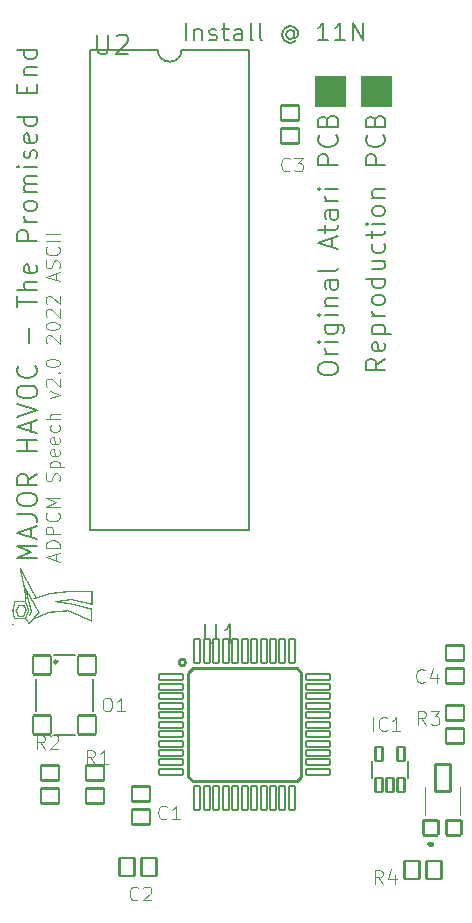
<source format=gto>
G04 #@! TF.GenerationSoftware,KiCad,Pcbnew,(6.0.8)*
G04 #@! TF.CreationDate,2023-03-23T08:33:06-06:00*
G04 #@! TF.ProjectId,Havoc6295_2_0.kicad_pro,4861766f-6336-4323-9935-5f325f302e6b,rev?*
G04 #@! TF.SameCoordinates,Original*
G04 #@! TF.FileFunction,Legend,Top*
G04 #@! TF.FilePolarity,Positive*
%FSLAX46Y46*%
G04 Gerber Fmt 4.6, Leading zero omitted, Abs format (unit mm)*
G04 Created by KiCad (PCBNEW (6.0.8)) date 2023-03-23 08:33:06*
%MOMM*%
%LPD*%
G01*
G04 APERTURE LIST*
G04 Aperture macros list*
%AMRoundRect*
0 Rectangle with rounded corners*
0 $1 Rounding radius*
0 $2 $3 $4 $5 $6 $7 $8 $9 X,Y pos of 4 corners*
0 Add a 4 corners polygon primitive as box body*
4,1,4,$2,$3,$4,$5,$6,$7,$8,$9,$2,$3,0*
0 Add four circle primitives for the rounded corners*
1,1,$1+$1,$2,$3*
1,1,$1+$1,$4,$5*
1,1,$1+$1,$6,$7*
1,1,$1+$1,$8,$9*
0 Add four rect primitives between the rounded corners*
20,1,$1+$1,$2,$3,$4,$5,0*
20,1,$1+$1,$4,$5,$6,$7,0*
20,1,$1+$1,$6,$7,$8,$9,0*
20,1,$1+$1,$8,$9,$2,$3,0*%
G04 Aperture macros list end*
%ADD10C,0.120000*%
%ADD11C,0.200000*%
%ADD12C,0.101600*%
%ADD13C,0.142240*%
%ADD14C,0.093472*%
%ADD15C,0.114300*%
%ADD16C,0.000203*%
%ADD17C,0.130861*%
%ADD18C,0.100000*%
%ADD19C,0.400000*%
%ADD20C,0.152400*%
%ADD21C,0.254000*%
%ADD22C,0.203200*%
%ADD23RoundRect,0.101600X0.635000X-0.635000X0.635000X0.635000X-0.635000X0.635000X-0.635000X-0.635000X0*%
%ADD24RoundRect,0.101600X0.647700X1.150000X-0.647700X1.150000X-0.647700X-1.150000X0.647700X-1.150000X0*%
%ADD25RoundRect,0.101600X-0.750000X0.650000X-0.750000X-0.650000X0.750000X-0.650000X0.750000X0.650000X0*%
%ADD26RoundRect,0.101600X-0.300000X-0.600000X0.300000X-0.600000X0.300000X0.600000X-0.300000X0.600000X0*%
%ADD27RoundRect,0.101600X0.650000X0.750000X-0.650000X0.750000X-0.650000X-0.750000X0.650000X-0.750000X0*%
%ADD28RoundRect,0.101600X0.750000X-0.650000X0.750000X0.650000X-0.750000X0.650000X-0.750000X-0.650000X0*%
%ADD29RoundRect,0.101600X-0.650000X-0.750000X0.650000X-0.750000X0.650000X0.750000X-0.650000X0.750000X0*%
%ADD30RoundRect,0.101600X-1.000000X-0.250000X1.000000X-0.250000X1.000000X0.250000X-1.000000X0.250000X0*%
%ADD31RoundRect,0.101600X-0.250000X-1.000000X0.250000X-1.000000X0.250000X1.000000X-0.250000X1.000000X0*%
%ADD32RoundRect,0.101600X-0.750000X-0.800000X0.750000X-0.800000X0.750000X0.800000X-0.750000X0.800000X0*%
%ADD33RoundRect,0.101600X0.750000X0.800000X-0.750000X0.800000X-0.750000X-0.800000X0.750000X-0.800000X0*%
%ADD34C,1.524000*%
G04 APERTURE END LIST*
D10*
G36*
X157026567Y-74945287D02*
G01*
X154486567Y-74945287D01*
X154486567Y-72405287D01*
X157026567Y-72405287D01*
X157026567Y-74945287D01*
G37*
X157026567Y-74945287D02*
X154486567Y-74945287D01*
X154486567Y-72405287D01*
X157026567Y-72405287D01*
X157026567Y-74945287D01*
G36*
X160878435Y-74945287D02*
G01*
X158338435Y-74945287D01*
X158338435Y-72405287D01*
X160878435Y-72405287D01*
X160878435Y-74945287D01*
G37*
X160878435Y-74945287D02*
X158338435Y-74945287D01*
X158338435Y-72405287D01*
X160878435Y-72405287D01*
X160878435Y-74945287D01*
D11*
X143500000Y-69428571D02*
X143500000Y-67928571D01*
X144214285Y-68428571D02*
X144214285Y-69428571D01*
X144214285Y-68571428D02*
X144285714Y-68500000D01*
X144428571Y-68428571D01*
X144642857Y-68428571D01*
X144785714Y-68500000D01*
X144857142Y-68642857D01*
X144857142Y-69428571D01*
X145500000Y-69357142D02*
X145642857Y-69428571D01*
X145928571Y-69428571D01*
X146071428Y-69357142D01*
X146142857Y-69214285D01*
X146142857Y-69142857D01*
X146071428Y-69000000D01*
X145928571Y-68928571D01*
X145714285Y-68928571D01*
X145571428Y-68857142D01*
X145500000Y-68714285D01*
X145500000Y-68642857D01*
X145571428Y-68500000D01*
X145714285Y-68428571D01*
X145928571Y-68428571D01*
X146071428Y-68500000D01*
X146571428Y-68428571D02*
X147142857Y-68428571D01*
X146785714Y-67928571D02*
X146785714Y-69214285D01*
X146857142Y-69357142D01*
X147000000Y-69428571D01*
X147142857Y-69428571D01*
X148285714Y-69428571D02*
X148285714Y-68642857D01*
X148214285Y-68500000D01*
X148071428Y-68428571D01*
X147785714Y-68428571D01*
X147642857Y-68500000D01*
X148285714Y-69357142D02*
X148142857Y-69428571D01*
X147785714Y-69428571D01*
X147642857Y-69357142D01*
X147571428Y-69214285D01*
X147571428Y-69071428D01*
X147642857Y-68928571D01*
X147785714Y-68857142D01*
X148142857Y-68857142D01*
X148285714Y-68785714D01*
X149214285Y-69428571D02*
X149071428Y-69357142D01*
X149000000Y-69214285D01*
X149000000Y-67928571D01*
X150000000Y-69428571D02*
X149857142Y-69357142D01*
X149785714Y-69214285D01*
X149785714Y-67928571D01*
X152642857Y-68714285D02*
X152571428Y-68642857D01*
X152428571Y-68571428D01*
X152285714Y-68571428D01*
X152142857Y-68642857D01*
X152071428Y-68714285D01*
X152000000Y-68857142D01*
X152000000Y-69000000D01*
X152071428Y-69142857D01*
X152142857Y-69214285D01*
X152285714Y-69285714D01*
X152428571Y-69285714D01*
X152571428Y-69214285D01*
X152642857Y-69142857D01*
X152642857Y-68571428D02*
X152642857Y-69142857D01*
X152714285Y-69214285D01*
X152785714Y-69214285D01*
X152928571Y-69142857D01*
X153000000Y-69000000D01*
X153000000Y-68642857D01*
X152857142Y-68428571D01*
X152642857Y-68285714D01*
X152357142Y-68214285D01*
X152071428Y-68285714D01*
X151857142Y-68428571D01*
X151714285Y-68642857D01*
X151642857Y-68928571D01*
X151714285Y-69214285D01*
X151857142Y-69428571D01*
X152071428Y-69571428D01*
X152357142Y-69642857D01*
X152642857Y-69571428D01*
X152857142Y-69428571D01*
X155571428Y-69428571D02*
X154714285Y-69428571D01*
X155142857Y-69428571D02*
X155142857Y-67928571D01*
X155000000Y-68142857D01*
X154857142Y-68285714D01*
X154714285Y-68357142D01*
X157000000Y-69428571D02*
X156142857Y-69428571D01*
X156571428Y-69428571D02*
X156571428Y-67928571D01*
X156428571Y-68142857D01*
X156285714Y-68285714D01*
X156142857Y-68357142D01*
X157642857Y-69428571D02*
X157642857Y-67928571D01*
X158500000Y-69428571D01*
X158500000Y-67928571D01*
D12*
X132490633Y-113478007D02*
X132490633Y-112921626D01*
X132824461Y-113589283D02*
X131656061Y-113199817D01*
X132824461Y-112810350D01*
X132824461Y-112420883D02*
X131656061Y-112420883D01*
X131656061Y-112142693D01*
X131711700Y-111975779D01*
X131822976Y-111864502D01*
X131934252Y-111808864D01*
X132156804Y-111753226D01*
X132323719Y-111753226D01*
X132546271Y-111808864D01*
X132657547Y-111864502D01*
X132768823Y-111975779D01*
X132824461Y-112142693D01*
X132824461Y-112420883D01*
X132824461Y-111252483D02*
X131656061Y-111252483D01*
X131656061Y-110807379D01*
X131711700Y-110696102D01*
X131767338Y-110640464D01*
X131878614Y-110584826D01*
X132045528Y-110584826D01*
X132156804Y-110640464D01*
X132212442Y-110696102D01*
X132268080Y-110807379D01*
X132268080Y-111252483D01*
X132713185Y-109416426D02*
X132768823Y-109472064D01*
X132824461Y-109638979D01*
X132824461Y-109750255D01*
X132768823Y-109917169D01*
X132657547Y-110028445D01*
X132546271Y-110084083D01*
X132323719Y-110139721D01*
X132156804Y-110139721D01*
X131934252Y-110084083D01*
X131822976Y-110028445D01*
X131711700Y-109917169D01*
X131656061Y-109750255D01*
X131656061Y-109638979D01*
X131711700Y-109472064D01*
X131767338Y-109416426D01*
X132824461Y-108915683D02*
X131656061Y-108915683D01*
X132490633Y-108526217D01*
X131656061Y-108136750D01*
X132824461Y-108136750D01*
X132768823Y-106745798D02*
X132824461Y-106578883D01*
X132824461Y-106300693D01*
X132768823Y-106189417D01*
X132713185Y-106133779D01*
X132601909Y-106078140D01*
X132490633Y-106078140D01*
X132379357Y-106133779D01*
X132323719Y-106189417D01*
X132268080Y-106300693D01*
X132212442Y-106523245D01*
X132156804Y-106634521D01*
X132101166Y-106690160D01*
X131989890Y-106745798D01*
X131878614Y-106745798D01*
X131767338Y-106690160D01*
X131711700Y-106634521D01*
X131656061Y-106523245D01*
X131656061Y-106245055D01*
X131711700Y-106078140D01*
X132045528Y-105577398D02*
X133213928Y-105577398D01*
X132101166Y-105577398D02*
X132045528Y-105466121D01*
X132045528Y-105243569D01*
X132101166Y-105132293D01*
X132156804Y-105076655D01*
X132268080Y-105021017D01*
X132601909Y-105021017D01*
X132713185Y-105076655D01*
X132768823Y-105132293D01*
X132824461Y-105243569D01*
X132824461Y-105466121D01*
X132768823Y-105577398D01*
X132768823Y-104075169D02*
X132824461Y-104186445D01*
X132824461Y-104408998D01*
X132768823Y-104520274D01*
X132657547Y-104575912D01*
X132212442Y-104575912D01*
X132101166Y-104520274D01*
X132045528Y-104408998D01*
X132045528Y-104186445D01*
X132101166Y-104075169D01*
X132212442Y-104019531D01*
X132323719Y-104019531D01*
X132434995Y-104575912D01*
X132768823Y-103073683D02*
X132824461Y-103184960D01*
X132824461Y-103407512D01*
X132768823Y-103518788D01*
X132657547Y-103574426D01*
X132212442Y-103574426D01*
X132101166Y-103518788D01*
X132045528Y-103407512D01*
X132045528Y-103184960D01*
X132101166Y-103073683D01*
X132212442Y-103018045D01*
X132323719Y-103018045D01*
X132434995Y-103574426D01*
X132768823Y-102016560D02*
X132824461Y-102127836D01*
X132824461Y-102350388D01*
X132768823Y-102461664D01*
X132713185Y-102517302D01*
X132601909Y-102572940D01*
X132268080Y-102572940D01*
X132156804Y-102517302D01*
X132101166Y-102461664D01*
X132045528Y-102350388D01*
X132045528Y-102127836D01*
X132101166Y-102016560D01*
X132824461Y-101515817D02*
X131656061Y-101515817D01*
X132824461Y-101015074D02*
X132212442Y-101015074D01*
X132101166Y-101070712D01*
X132045528Y-101181988D01*
X132045528Y-101348902D01*
X132101166Y-101460179D01*
X132156804Y-101515817D01*
X132045528Y-99679760D02*
X132824461Y-99401569D01*
X132045528Y-99123379D01*
X131767338Y-98733912D02*
X131711700Y-98678274D01*
X131656061Y-98566998D01*
X131656061Y-98288807D01*
X131711700Y-98177531D01*
X131767338Y-98121893D01*
X131878614Y-98066255D01*
X131989890Y-98066255D01*
X132156804Y-98121893D01*
X132824461Y-98789550D01*
X132824461Y-98066255D01*
X132713185Y-97565512D02*
X132768823Y-97509874D01*
X132824461Y-97565512D01*
X132768823Y-97621150D01*
X132713185Y-97565512D01*
X132824461Y-97565512D01*
X131656061Y-96786579D02*
X131656061Y-96675302D01*
X131711700Y-96564026D01*
X131767338Y-96508388D01*
X131878614Y-96452750D01*
X132101166Y-96397112D01*
X132379357Y-96397112D01*
X132601909Y-96452750D01*
X132713185Y-96508388D01*
X132768823Y-96564026D01*
X132824461Y-96675302D01*
X132824461Y-96786579D01*
X132768823Y-96897855D01*
X132713185Y-96953493D01*
X132601909Y-97009131D01*
X132379357Y-97064769D01*
X132101166Y-97064769D01*
X131878614Y-97009131D01*
X131767338Y-96953493D01*
X131711700Y-96897855D01*
X131656061Y-96786579D01*
X131767338Y-95061798D02*
X131711700Y-95006160D01*
X131656061Y-94894883D01*
X131656061Y-94616693D01*
X131711700Y-94505417D01*
X131767338Y-94449779D01*
X131878614Y-94394140D01*
X131989890Y-94394140D01*
X132156804Y-94449779D01*
X132824461Y-95117436D01*
X132824461Y-94394140D01*
X131656061Y-93670845D02*
X131656061Y-93559569D01*
X131711700Y-93448293D01*
X131767338Y-93392655D01*
X131878614Y-93337017D01*
X132101166Y-93281379D01*
X132379357Y-93281379D01*
X132601909Y-93337017D01*
X132713185Y-93392655D01*
X132768823Y-93448293D01*
X132824461Y-93559569D01*
X132824461Y-93670845D01*
X132768823Y-93782121D01*
X132713185Y-93837760D01*
X132601909Y-93893398D01*
X132379357Y-93949036D01*
X132101166Y-93949036D01*
X131878614Y-93893398D01*
X131767338Y-93837760D01*
X131711700Y-93782121D01*
X131656061Y-93670845D01*
X131767338Y-92836274D02*
X131711700Y-92780636D01*
X131656061Y-92669360D01*
X131656061Y-92391169D01*
X131711700Y-92279893D01*
X131767338Y-92224255D01*
X131878614Y-92168617D01*
X131989890Y-92168617D01*
X132156804Y-92224255D01*
X132824461Y-92891912D01*
X132824461Y-92168617D01*
X131767338Y-91723512D02*
X131711700Y-91667874D01*
X131656061Y-91556598D01*
X131656061Y-91278407D01*
X131711700Y-91167131D01*
X131767338Y-91111493D01*
X131878614Y-91055855D01*
X131989890Y-91055855D01*
X132156804Y-91111493D01*
X132824461Y-91779150D01*
X132824461Y-91055855D01*
X132490633Y-89720540D02*
X132490633Y-89164160D01*
X132824461Y-89831817D02*
X131656061Y-89442350D01*
X132824461Y-89052883D01*
X132768823Y-88719055D02*
X132824461Y-88552140D01*
X132824461Y-88273950D01*
X132768823Y-88162674D01*
X132713185Y-88107036D01*
X132601909Y-88051398D01*
X132490633Y-88051398D01*
X132379357Y-88107036D01*
X132323719Y-88162674D01*
X132268080Y-88273950D01*
X132212442Y-88496502D01*
X132156804Y-88607779D01*
X132101166Y-88663417D01*
X131989890Y-88719055D01*
X131878614Y-88719055D01*
X131767338Y-88663417D01*
X131711700Y-88607779D01*
X131656061Y-88496502D01*
X131656061Y-88218312D01*
X131711700Y-88051398D01*
X132713185Y-86882998D02*
X132768823Y-86938636D01*
X132824461Y-87105550D01*
X132824461Y-87216826D01*
X132768823Y-87383740D01*
X132657547Y-87495017D01*
X132546271Y-87550655D01*
X132323719Y-87606293D01*
X132156804Y-87606293D01*
X131934252Y-87550655D01*
X131822976Y-87495017D01*
X131711700Y-87383740D01*
X131656061Y-87216826D01*
X131656061Y-87105550D01*
X131711700Y-86938636D01*
X131767338Y-86882998D01*
X132824461Y-86382255D02*
X131656061Y-86382255D01*
X132824461Y-85825874D02*
X131656061Y-85825874D01*
D13*
X160381860Y-96360732D02*
X159602927Y-96905985D01*
X160381860Y-97295452D02*
X158746100Y-97295452D01*
X158746100Y-96672305D01*
X158823994Y-96516519D01*
X158901887Y-96438625D01*
X159057674Y-96360732D01*
X159291354Y-96360732D01*
X159447140Y-96438625D01*
X159525034Y-96516519D01*
X159602927Y-96672305D01*
X159602927Y-97295452D01*
X160303967Y-95036545D02*
X160381860Y-95192332D01*
X160381860Y-95503905D01*
X160303967Y-95659692D01*
X160148180Y-95737585D01*
X159525034Y-95737585D01*
X159369247Y-95659692D01*
X159291354Y-95503905D01*
X159291354Y-95192332D01*
X159369247Y-95036545D01*
X159525034Y-94958652D01*
X159680820Y-94958652D01*
X159836607Y-95737585D01*
X159291354Y-94257612D02*
X160927114Y-94257612D01*
X159369247Y-94257612D02*
X159291354Y-94101825D01*
X159291354Y-93790252D01*
X159369247Y-93634465D01*
X159447140Y-93556572D01*
X159602927Y-93478679D01*
X160070287Y-93478679D01*
X160226074Y-93556572D01*
X160303967Y-93634465D01*
X160381860Y-93790252D01*
X160381860Y-94101825D01*
X160303967Y-94257612D01*
X160381860Y-92777639D02*
X159291354Y-92777639D01*
X159602927Y-92777639D02*
X159447140Y-92699745D01*
X159369247Y-92621852D01*
X159291354Y-92466065D01*
X159291354Y-92310279D01*
X160381860Y-91531345D02*
X160303967Y-91687132D01*
X160226074Y-91765025D01*
X160070287Y-91842919D01*
X159602927Y-91842919D01*
X159447140Y-91765025D01*
X159369247Y-91687132D01*
X159291354Y-91531345D01*
X159291354Y-91297665D01*
X159369247Y-91141879D01*
X159447140Y-91063985D01*
X159602927Y-90986092D01*
X160070287Y-90986092D01*
X160226074Y-91063985D01*
X160303967Y-91141879D01*
X160381860Y-91297665D01*
X160381860Y-91531345D01*
X160381860Y-89584012D02*
X158746100Y-89584012D01*
X160303967Y-89584012D02*
X160381860Y-89739799D01*
X160381860Y-90051372D01*
X160303967Y-90207159D01*
X160226074Y-90285052D01*
X160070287Y-90362945D01*
X159602927Y-90362945D01*
X159447140Y-90285052D01*
X159369247Y-90207159D01*
X159291354Y-90051372D01*
X159291354Y-89739799D01*
X159369247Y-89584012D01*
X159291354Y-88104039D02*
X160381860Y-88104039D01*
X159291354Y-88805079D02*
X160148180Y-88805079D01*
X160303967Y-88727185D01*
X160381860Y-88571399D01*
X160381860Y-88337719D01*
X160303967Y-88181932D01*
X160226074Y-88104039D01*
X160303967Y-86624065D02*
X160381860Y-86779852D01*
X160381860Y-87091425D01*
X160303967Y-87247212D01*
X160226074Y-87325105D01*
X160070287Y-87402999D01*
X159602927Y-87402999D01*
X159447140Y-87325105D01*
X159369247Y-87247212D01*
X159291354Y-87091425D01*
X159291354Y-86779852D01*
X159369247Y-86624065D01*
X159291354Y-86156705D02*
X159291354Y-85533559D01*
X158746100Y-85923025D02*
X160148180Y-85923025D01*
X160303967Y-85845132D01*
X160381860Y-85689345D01*
X160381860Y-85533559D01*
X160381860Y-84988305D02*
X159291354Y-84988305D01*
X158746100Y-84988305D02*
X158823994Y-85066199D01*
X158901887Y-84988305D01*
X158823994Y-84910412D01*
X158746100Y-84988305D01*
X158901887Y-84988305D01*
X160381860Y-83975692D02*
X160303967Y-84131479D01*
X160226074Y-84209372D01*
X160070287Y-84287265D01*
X159602927Y-84287265D01*
X159447140Y-84209372D01*
X159369247Y-84131479D01*
X159291354Y-83975692D01*
X159291354Y-83742012D01*
X159369247Y-83586225D01*
X159447140Y-83508332D01*
X159602927Y-83430439D01*
X160070287Y-83430439D01*
X160226074Y-83508332D01*
X160303967Y-83586225D01*
X160381860Y-83742012D01*
X160381860Y-83975692D01*
X159291354Y-82729399D02*
X160381860Y-82729399D01*
X159447140Y-82729399D02*
X159369247Y-82651505D01*
X159291354Y-82495719D01*
X159291354Y-82262039D01*
X159369247Y-82106252D01*
X159525034Y-82028359D01*
X160381860Y-82028359D01*
X160381860Y-80003132D02*
X158746100Y-80003132D01*
X158746100Y-79379985D01*
X158823994Y-79224199D01*
X158901887Y-79146305D01*
X159057674Y-79068412D01*
X159291354Y-79068412D01*
X159447140Y-79146305D01*
X159525034Y-79224199D01*
X159602927Y-79379985D01*
X159602927Y-80003132D01*
X160226074Y-77432652D02*
X160303967Y-77510545D01*
X160381860Y-77744225D01*
X160381860Y-77900012D01*
X160303967Y-78133692D01*
X160148180Y-78289479D01*
X159992394Y-78367372D01*
X159680820Y-78445265D01*
X159447140Y-78445265D01*
X159135567Y-78367372D01*
X158979780Y-78289479D01*
X158823994Y-78133692D01*
X158746100Y-77900012D01*
X158746100Y-77744225D01*
X158823994Y-77510545D01*
X158901887Y-77432652D01*
X159525034Y-76186359D02*
X159602927Y-75952679D01*
X159680820Y-75874785D01*
X159836607Y-75796892D01*
X160070287Y-75796892D01*
X160226074Y-75874785D01*
X160303967Y-75952679D01*
X160381860Y-76108465D01*
X160381860Y-76731612D01*
X158746100Y-76731612D01*
X158746100Y-76186359D01*
X158823994Y-76030572D01*
X158901887Y-75952679D01*
X159057674Y-75874785D01*
X159213460Y-75874785D01*
X159369247Y-75952679D01*
X159447140Y-76030572D01*
X159525034Y-76186359D01*
X159525034Y-76731612D01*
X130897206Y-113284677D02*
X129261446Y-113284677D01*
X130429846Y-112739424D01*
X129261446Y-112194170D01*
X130897206Y-112194170D01*
X130429846Y-111493130D02*
X130429846Y-110714197D01*
X130897206Y-111648917D02*
X129261446Y-111103664D01*
X130897206Y-110558410D01*
X129261446Y-109545797D02*
X130429846Y-109545797D01*
X130663526Y-109623690D01*
X130819313Y-109779477D01*
X130897206Y-110013157D01*
X130897206Y-110168944D01*
X129261446Y-108455290D02*
X129261446Y-108143717D01*
X129339340Y-107987930D01*
X129495126Y-107832144D01*
X129806700Y-107754250D01*
X130351953Y-107754250D01*
X130663526Y-107832144D01*
X130819313Y-107987930D01*
X130897206Y-108143717D01*
X130897206Y-108455290D01*
X130819313Y-108611077D01*
X130663526Y-108766864D01*
X130351953Y-108844757D01*
X129806700Y-108844757D01*
X129495126Y-108766864D01*
X129339340Y-108611077D01*
X129261446Y-108455290D01*
X130897206Y-106118490D02*
X130118273Y-106663744D01*
X130897206Y-107053210D02*
X129261446Y-107053210D01*
X129261446Y-106430064D01*
X129339340Y-106274277D01*
X129417233Y-106196384D01*
X129573020Y-106118490D01*
X129806700Y-106118490D01*
X129962486Y-106196384D01*
X130040380Y-106274277D01*
X130118273Y-106430064D01*
X130118273Y-107053210D01*
X130897206Y-104171157D02*
X129261446Y-104171157D01*
X130040380Y-104171157D02*
X130040380Y-103236437D01*
X130897206Y-103236437D02*
X129261446Y-103236437D01*
X130429846Y-102535397D02*
X130429846Y-101756464D01*
X130897206Y-102691184D02*
X129261446Y-102145930D01*
X130897206Y-101600677D01*
X129261446Y-101289104D02*
X130897206Y-100743850D01*
X129261446Y-100198597D01*
X129261446Y-99341770D02*
X129261446Y-99030197D01*
X129339340Y-98874410D01*
X129495126Y-98718624D01*
X129806700Y-98640730D01*
X130351953Y-98640730D01*
X130663526Y-98718624D01*
X130819313Y-98874410D01*
X130897206Y-99030197D01*
X130897206Y-99341770D01*
X130819313Y-99497557D01*
X130663526Y-99653344D01*
X130351953Y-99731237D01*
X129806700Y-99731237D01*
X129495126Y-99653344D01*
X129339340Y-99497557D01*
X129261446Y-99341770D01*
X130741420Y-97004970D02*
X130819313Y-97082864D01*
X130897206Y-97316544D01*
X130897206Y-97472330D01*
X130819313Y-97706010D01*
X130663526Y-97861797D01*
X130507740Y-97939690D01*
X130196166Y-98017584D01*
X129962486Y-98017584D01*
X129650913Y-97939690D01*
X129495126Y-97861797D01*
X129339340Y-97706010D01*
X129261446Y-97472330D01*
X129261446Y-97316544D01*
X129339340Y-97082864D01*
X129417233Y-97004970D01*
X130274060Y-95057637D02*
X130274060Y-93811344D01*
X129261446Y-92019797D02*
X129261446Y-91085077D01*
X130897206Y-91552437D02*
X129261446Y-91552437D01*
X130897206Y-90539824D02*
X129261446Y-90539824D01*
X130897206Y-89838784D02*
X130040380Y-89838784D01*
X129884593Y-89916677D01*
X129806700Y-90072464D01*
X129806700Y-90306144D01*
X129884593Y-90461930D01*
X129962486Y-90539824D01*
X130819313Y-88436704D02*
X130897206Y-88592490D01*
X130897206Y-88904064D01*
X130819313Y-89059850D01*
X130663526Y-89137744D01*
X130040380Y-89137744D01*
X129884593Y-89059850D01*
X129806700Y-88904064D01*
X129806700Y-88592490D01*
X129884593Y-88436704D01*
X130040380Y-88358810D01*
X130196166Y-88358810D01*
X130351953Y-89137744D01*
X130897206Y-86411477D02*
X129261446Y-86411477D01*
X129261446Y-85788330D01*
X129339340Y-85632544D01*
X129417233Y-85554650D01*
X129573020Y-85476757D01*
X129806700Y-85476757D01*
X129962486Y-85554650D01*
X130040380Y-85632544D01*
X130118273Y-85788330D01*
X130118273Y-86411477D01*
X130897206Y-84775717D02*
X129806700Y-84775717D01*
X130118273Y-84775717D02*
X129962486Y-84697824D01*
X129884593Y-84619930D01*
X129806700Y-84464144D01*
X129806700Y-84308357D01*
X130897206Y-83529424D02*
X130819313Y-83685210D01*
X130741420Y-83763104D01*
X130585633Y-83840997D01*
X130118273Y-83840997D01*
X129962486Y-83763104D01*
X129884593Y-83685210D01*
X129806700Y-83529424D01*
X129806700Y-83295744D01*
X129884593Y-83139957D01*
X129962486Y-83062064D01*
X130118273Y-82984170D01*
X130585633Y-82984170D01*
X130741420Y-83062064D01*
X130819313Y-83139957D01*
X130897206Y-83295744D01*
X130897206Y-83529424D01*
X130897206Y-82283130D02*
X129806700Y-82283130D01*
X129962486Y-82283130D02*
X129884593Y-82205237D01*
X129806700Y-82049450D01*
X129806700Y-81815770D01*
X129884593Y-81659984D01*
X130040380Y-81582090D01*
X130897206Y-81582090D01*
X130040380Y-81582090D02*
X129884593Y-81504197D01*
X129806700Y-81348410D01*
X129806700Y-81114730D01*
X129884593Y-80958944D01*
X130040380Y-80881050D01*
X130897206Y-80881050D01*
X130897206Y-80102117D02*
X129806700Y-80102117D01*
X129261446Y-80102117D02*
X129339340Y-80180010D01*
X129417233Y-80102117D01*
X129339340Y-80024224D01*
X129261446Y-80102117D01*
X129417233Y-80102117D01*
X130819313Y-79401077D02*
X130897206Y-79245290D01*
X130897206Y-78933717D01*
X130819313Y-78777930D01*
X130663526Y-78700037D01*
X130585633Y-78700037D01*
X130429846Y-78777930D01*
X130351953Y-78933717D01*
X130351953Y-79167397D01*
X130274060Y-79323184D01*
X130118273Y-79401077D01*
X130040380Y-79401077D01*
X129884593Y-79323184D01*
X129806700Y-79167397D01*
X129806700Y-78933717D01*
X129884593Y-78777930D01*
X130819313Y-77375850D02*
X130897206Y-77531637D01*
X130897206Y-77843210D01*
X130819313Y-77998997D01*
X130663526Y-78076890D01*
X130040380Y-78076890D01*
X129884593Y-77998997D01*
X129806700Y-77843210D01*
X129806700Y-77531637D01*
X129884593Y-77375850D01*
X130040380Y-77297957D01*
X130196166Y-77297957D01*
X130351953Y-78076890D01*
X130897206Y-75895877D02*
X129261446Y-75895877D01*
X130819313Y-75895877D02*
X130897206Y-76051664D01*
X130897206Y-76363237D01*
X130819313Y-76519024D01*
X130741420Y-76596917D01*
X130585633Y-76674810D01*
X130118273Y-76674810D01*
X129962486Y-76596917D01*
X129884593Y-76519024D01*
X129806700Y-76363237D01*
X129806700Y-76051664D01*
X129884593Y-75895877D01*
X130040380Y-73870650D02*
X130040380Y-73325397D01*
X130897206Y-73091717D02*
X130897206Y-73870650D01*
X129261446Y-73870650D01*
X129261446Y-73091717D01*
X129806700Y-72390677D02*
X130897206Y-72390677D01*
X129962486Y-72390677D02*
X129884593Y-72312784D01*
X129806700Y-72156997D01*
X129806700Y-71923317D01*
X129884593Y-71767530D01*
X130040380Y-71689637D01*
X130897206Y-71689637D01*
X130897206Y-70209664D02*
X129261446Y-70209664D01*
X130819313Y-70209664D02*
X130897206Y-70365450D01*
X130897206Y-70677024D01*
X130819313Y-70832810D01*
X130741420Y-70910704D01*
X130585633Y-70988597D01*
X130118273Y-70988597D01*
X129962486Y-70910704D01*
X129884593Y-70832810D01*
X129806700Y-70677024D01*
X129806700Y-70365450D01*
X129884593Y-70209664D01*
X154726759Y-97374649D02*
X154726759Y-97063075D01*
X154804653Y-96907289D01*
X154960439Y-96751502D01*
X155272013Y-96673609D01*
X155817266Y-96673609D01*
X156128839Y-96751502D01*
X156284626Y-96907289D01*
X156362519Y-97063075D01*
X156362519Y-97374649D01*
X156284626Y-97530435D01*
X156128839Y-97686222D01*
X155817266Y-97764115D01*
X155272013Y-97764115D01*
X154960439Y-97686222D01*
X154804653Y-97530435D01*
X154726759Y-97374649D01*
X156362519Y-95972569D02*
X155272013Y-95972569D01*
X155583586Y-95972569D02*
X155427799Y-95894675D01*
X155349906Y-95816782D01*
X155272013Y-95660995D01*
X155272013Y-95505209D01*
X156362519Y-94959955D02*
X155272013Y-94959955D01*
X154726759Y-94959955D02*
X154804653Y-95037849D01*
X154882546Y-94959955D01*
X154804653Y-94882062D01*
X154726759Y-94959955D01*
X154882546Y-94959955D01*
X155272013Y-93479982D02*
X156596199Y-93479982D01*
X156751986Y-93557875D01*
X156829879Y-93635769D01*
X156907773Y-93791555D01*
X156907773Y-94025235D01*
X156829879Y-94181022D01*
X156284626Y-93479982D02*
X156362519Y-93635769D01*
X156362519Y-93947342D01*
X156284626Y-94103129D01*
X156206733Y-94181022D01*
X156050946Y-94258915D01*
X155583586Y-94258915D01*
X155427799Y-94181022D01*
X155349906Y-94103129D01*
X155272013Y-93947342D01*
X155272013Y-93635769D01*
X155349906Y-93479982D01*
X156362519Y-92701049D02*
X155272013Y-92701049D01*
X154726759Y-92701049D02*
X154804653Y-92778942D01*
X154882546Y-92701049D01*
X154804653Y-92623155D01*
X154726759Y-92701049D01*
X154882546Y-92701049D01*
X155272013Y-91922115D02*
X156362519Y-91922115D01*
X155427799Y-91922115D02*
X155349906Y-91844222D01*
X155272013Y-91688435D01*
X155272013Y-91454755D01*
X155349906Y-91298969D01*
X155505693Y-91221075D01*
X156362519Y-91221075D01*
X156362519Y-89741102D02*
X155505693Y-89741102D01*
X155349906Y-89818995D01*
X155272013Y-89974782D01*
X155272013Y-90286355D01*
X155349906Y-90442142D01*
X156284626Y-89741102D02*
X156362519Y-89896889D01*
X156362519Y-90286355D01*
X156284626Y-90442142D01*
X156128839Y-90520035D01*
X155973053Y-90520035D01*
X155817266Y-90442142D01*
X155739373Y-90286355D01*
X155739373Y-89896889D01*
X155661479Y-89741102D01*
X156362519Y-88728489D02*
X156284626Y-88884275D01*
X156128839Y-88962169D01*
X154726759Y-88962169D01*
X155895159Y-86936942D02*
X155895159Y-86158009D01*
X156362519Y-87092729D02*
X154726759Y-86547475D01*
X156362519Y-86002222D01*
X155272013Y-85690649D02*
X155272013Y-85067502D01*
X154726759Y-85456969D02*
X156128839Y-85456969D01*
X156284626Y-85379075D01*
X156362519Y-85223289D01*
X156362519Y-85067502D01*
X156362519Y-83821209D02*
X155505693Y-83821209D01*
X155349906Y-83899102D01*
X155272013Y-84054889D01*
X155272013Y-84366462D01*
X155349906Y-84522249D01*
X156284626Y-83821209D02*
X156362519Y-83976995D01*
X156362519Y-84366462D01*
X156284626Y-84522249D01*
X156128839Y-84600142D01*
X155973053Y-84600142D01*
X155817266Y-84522249D01*
X155739373Y-84366462D01*
X155739373Y-83976995D01*
X155661479Y-83821209D01*
X156362519Y-83042275D02*
X155272013Y-83042275D01*
X155583586Y-83042275D02*
X155427799Y-82964382D01*
X155349906Y-82886489D01*
X155272013Y-82730702D01*
X155272013Y-82574915D01*
X156362519Y-82029662D02*
X155272013Y-82029662D01*
X154726759Y-82029662D02*
X154804653Y-82107555D01*
X154882546Y-82029662D01*
X154804653Y-81951769D01*
X154726759Y-82029662D01*
X154882546Y-82029662D01*
X156362519Y-80004435D02*
X154726759Y-80004435D01*
X154726759Y-79381289D01*
X154804653Y-79225502D01*
X154882546Y-79147609D01*
X155038333Y-79069715D01*
X155272013Y-79069715D01*
X155427799Y-79147609D01*
X155505693Y-79225502D01*
X155583586Y-79381289D01*
X155583586Y-80004435D01*
X156206733Y-77433955D02*
X156284626Y-77511849D01*
X156362519Y-77745529D01*
X156362519Y-77901315D01*
X156284626Y-78134995D01*
X156128839Y-78290782D01*
X155973053Y-78368675D01*
X155661479Y-78446569D01*
X155427799Y-78446569D01*
X155116226Y-78368675D01*
X154960439Y-78290782D01*
X154804653Y-78134995D01*
X154726759Y-77901315D01*
X154726759Y-77745529D01*
X154804653Y-77511849D01*
X154882546Y-77433955D01*
X155505693Y-76187662D02*
X155583586Y-75953982D01*
X155661479Y-75876089D01*
X155817266Y-75798195D01*
X156050946Y-75798195D01*
X156206733Y-75876089D01*
X156284626Y-75953982D01*
X156362519Y-76109769D01*
X156362519Y-76732915D01*
X154726759Y-76732915D01*
X154726759Y-76187662D01*
X154804653Y-76031875D01*
X154882546Y-75953982D01*
X155038333Y-75876089D01*
X155194119Y-75876089D01*
X155349906Y-75953982D01*
X155427799Y-76031875D01*
X155505693Y-76187662D01*
X155505693Y-76732915D01*
D14*
X152308284Y-80404788D02*
X152252259Y-80460813D01*
X152084183Y-80516838D01*
X151972133Y-80516838D01*
X151804057Y-80460813D01*
X151692007Y-80348763D01*
X151635982Y-80236713D01*
X151579957Y-80012612D01*
X151579957Y-79844537D01*
X151635982Y-79620436D01*
X151692007Y-79508386D01*
X151804057Y-79396336D01*
X151972133Y-79340310D01*
X152084183Y-79340310D01*
X152252259Y-79396336D01*
X152308284Y-79452361D01*
X152700460Y-79340310D02*
X153428787Y-79340310D01*
X153036611Y-79788512D01*
X153204686Y-79788512D01*
X153316736Y-79844537D01*
X153372761Y-79900562D01*
X153428787Y-80012612D01*
X153428787Y-80292738D01*
X153372761Y-80404788D01*
X153316736Y-80460813D01*
X153204686Y-80516838D01*
X152868535Y-80516838D01*
X152756485Y-80460813D01*
X152700460Y-80404788D01*
D15*
X159357271Y-127878416D02*
X159357271Y-126722716D01*
X160568005Y-127768350D02*
X160512971Y-127823383D01*
X160347871Y-127878416D01*
X160237805Y-127878416D01*
X160072705Y-127823383D01*
X159962638Y-127713316D01*
X159907605Y-127603250D01*
X159852571Y-127383116D01*
X159852571Y-127218016D01*
X159907605Y-126997883D01*
X159962638Y-126887816D01*
X160072705Y-126777750D01*
X160237805Y-126722716D01*
X160347871Y-126722716D01*
X160512971Y-126777750D01*
X160568005Y-126832783D01*
X161668671Y-127878416D02*
X161008271Y-127878416D01*
X161338471Y-127878416D02*
X161338471Y-126722716D01*
X161228405Y-126887816D01*
X161118338Y-126997883D01*
X161008271Y-127052916D01*
D14*
X141894284Y-135268788D02*
X141838259Y-135324813D01*
X141670183Y-135380838D01*
X141558133Y-135380838D01*
X141390057Y-135324813D01*
X141278007Y-135212763D01*
X141221982Y-135100713D01*
X141165957Y-134876612D01*
X141165957Y-134708537D01*
X141221982Y-134484436D01*
X141278007Y-134372386D01*
X141390057Y-134260336D01*
X141558133Y-134204310D01*
X141670183Y-134204310D01*
X141838259Y-134260336D01*
X141894284Y-134316361D01*
X143014787Y-135380838D02*
X142342485Y-135380838D01*
X142678636Y-135380838D02*
X142678636Y-134204310D01*
X142566585Y-134372386D01*
X142454535Y-134484436D01*
X142342485Y-134540461D01*
X139481284Y-142126788D02*
X139425259Y-142182813D01*
X139257183Y-142238838D01*
X139145133Y-142238838D01*
X138977057Y-142182813D01*
X138865007Y-142070763D01*
X138808982Y-141958713D01*
X138752957Y-141734612D01*
X138752957Y-141566537D01*
X138808982Y-141342436D01*
X138865007Y-141230386D01*
X138977057Y-141118336D01*
X139145133Y-141062310D01*
X139257183Y-141062310D01*
X139425259Y-141118336D01*
X139481284Y-141174361D01*
X139929485Y-141174361D02*
X139985510Y-141118336D01*
X140097560Y-141062310D01*
X140377686Y-141062310D01*
X140489736Y-141118336D01*
X140545761Y-141174361D01*
X140601787Y-141286411D01*
X140601787Y-141398461D01*
X140545761Y-141566537D01*
X139873460Y-142238838D01*
X140601787Y-142238838D01*
X135798284Y-130681838D02*
X135406108Y-130121587D01*
X135125982Y-130681838D02*
X135125982Y-129505310D01*
X135574183Y-129505310D01*
X135686233Y-129561336D01*
X135742259Y-129617361D01*
X135798284Y-129729411D01*
X135798284Y-129897486D01*
X135742259Y-130009537D01*
X135686233Y-130065562D01*
X135574183Y-130121587D01*
X135125982Y-130121587D01*
X136918787Y-130681838D02*
X136246485Y-130681838D01*
X136582636Y-130681838D02*
X136582636Y-129505310D01*
X136470585Y-129673386D01*
X136358535Y-129785436D01*
X136246485Y-129841461D01*
X163865284Y-127379838D02*
X163473108Y-126819587D01*
X163192982Y-127379838D02*
X163192982Y-126203310D01*
X163641183Y-126203310D01*
X163753233Y-126259336D01*
X163809259Y-126315361D01*
X163865284Y-126427411D01*
X163865284Y-126595486D01*
X163809259Y-126707537D01*
X163753233Y-126763562D01*
X163641183Y-126819587D01*
X163192982Y-126819587D01*
X164257460Y-126203310D02*
X164985787Y-126203310D01*
X164593611Y-126651512D01*
X164761686Y-126651512D01*
X164873736Y-126707537D01*
X164929761Y-126763562D01*
X164985787Y-126875612D01*
X164985787Y-127155738D01*
X164929761Y-127267788D01*
X164873736Y-127323813D01*
X164761686Y-127379838D01*
X164425535Y-127379838D01*
X164313485Y-127323813D01*
X164257460Y-127267788D01*
X163738284Y-123711788D02*
X163682259Y-123767813D01*
X163514183Y-123823838D01*
X163402133Y-123823838D01*
X163234057Y-123767813D01*
X163122007Y-123655763D01*
X163065982Y-123543713D01*
X163009957Y-123319612D01*
X163009957Y-123151537D01*
X163065982Y-122927436D01*
X163122007Y-122815386D01*
X163234057Y-122703336D01*
X163402133Y-122647310D01*
X163514183Y-122647310D01*
X163682259Y-122703336D01*
X163738284Y-122759361D01*
X164746736Y-123039486D02*
X164746736Y-123823838D01*
X164466611Y-122591285D02*
X164186485Y-123431662D01*
X164914812Y-123431662D01*
D16*
X128818123Y-118852616D02*
X128818012Y-118852727D01*
X128817678Y-118852838D01*
X128817456Y-118852838D01*
X128817122Y-118852727D01*
X128816899Y-118852504D01*
X128816788Y-118852282D01*
X128816677Y-118851837D01*
X128816677Y-118851503D01*
X128816788Y-118851058D01*
X128816899Y-118850835D01*
X128817122Y-118850613D01*
X128817456Y-118850501D01*
X128817678Y-118850501D01*
X128818012Y-118850613D01*
X128818123Y-118850724D01*
X128819125Y-118852616D02*
X128819236Y-118852727D01*
X128819125Y-118852838D01*
X128819014Y-118852727D01*
X128819125Y-118852616D01*
X128819125Y-118852838D01*
X128819125Y-118851392D02*
X128819236Y-118851503D01*
X128819125Y-118851614D01*
X128819014Y-118851503D01*
X128819125Y-118851392D01*
X128819125Y-118851614D01*
X128821907Y-118850390D02*
X128819904Y-118853395D01*
X128822686Y-118850501D02*
X128822686Y-118852393D01*
X128822797Y-118852616D01*
X128822909Y-118852727D01*
X128823131Y-118852838D01*
X128823576Y-118852838D01*
X128823799Y-118852727D01*
X128823910Y-118852616D01*
X128824021Y-118852393D01*
X128824021Y-118850501D01*
X128825023Y-118852727D02*
X128825357Y-118852838D01*
X128825913Y-118852838D01*
X128826136Y-118852727D01*
X128826247Y-118852616D01*
X128826358Y-118852393D01*
X128826358Y-118852171D01*
X128826247Y-118851948D01*
X128826136Y-118851837D01*
X128825913Y-118851725D01*
X128825468Y-118851614D01*
X128825246Y-118851503D01*
X128825134Y-118851392D01*
X128825023Y-118851169D01*
X128825023Y-118850946D01*
X128825134Y-118850724D01*
X128825246Y-118850613D01*
X128825468Y-118850501D01*
X128826025Y-118850501D01*
X128826358Y-118850613D01*
X128827360Y-118851614D02*
X128828139Y-118851614D01*
X128828473Y-118852838D02*
X128827360Y-118852838D01*
X128827360Y-118850501D01*
X128828473Y-118850501D01*
X128830810Y-118852838D02*
X128830031Y-118851725D01*
X128829474Y-118852838D02*
X128829474Y-118850501D01*
X128830365Y-118850501D01*
X128830587Y-118850613D01*
X128830699Y-118850724D01*
X128830810Y-118850946D01*
X128830810Y-118851280D01*
X128830699Y-118851503D01*
X128830587Y-118851614D01*
X128830365Y-118851725D01*
X128829474Y-118851725D01*
X128831700Y-118852727D02*
X128832034Y-118852838D01*
X128832590Y-118852838D01*
X128832813Y-118852727D01*
X128832924Y-118852616D01*
X128833036Y-118852393D01*
X128833036Y-118852171D01*
X128832924Y-118851948D01*
X128832813Y-118851837D01*
X128832590Y-118851725D01*
X128832145Y-118851614D01*
X128831923Y-118851503D01*
X128831811Y-118851392D01*
X128831700Y-118851169D01*
X128831700Y-118850946D01*
X128831811Y-118850724D01*
X128831923Y-118850613D01*
X128832145Y-118850501D01*
X128832702Y-118850501D01*
X128833036Y-118850613D01*
X128835706Y-118850390D02*
X128833703Y-118853395D01*
X128837153Y-118850501D02*
X128837153Y-118852171D01*
X128837042Y-118852504D01*
X128836819Y-118852727D01*
X128836485Y-118852838D01*
X128836263Y-118852838D01*
X128838266Y-118851614D02*
X128839045Y-118851614D01*
X128839379Y-118852838D02*
X128838266Y-118852838D01*
X128838266Y-118850501D01*
X128839379Y-118850501D01*
X128840269Y-118852727D02*
X128840603Y-118852838D01*
X128841159Y-118852838D01*
X128841382Y-118852727D01*
X128841493Y-118852616D01*
X128841605Y-118852393D01*
X128841605Y-118852171D01*
X128841493Y-118851948D01*
X128841382Y-118851837D01*
X128841159Y-118851725D01*
X128840714Y-118851614D01*
X128840492Y-118851503D01*
X128840380Y-118851392D01*
X128840269Y-118851169D01*
X128840269Y-118850946D01*
X128840380Y-118850724D01*
X128840492Y-118850613D01*
X128840714Y-118850501D01*
X128841271Y-118850501D01*
X128841605Y-118850613D01*
X128842495Y-118852727D02*
X128842829Y-118852838D01*
X128843385Y-118852838D01*
X128843608Y-118852727D01*
X128843719Y-118852616D01*
X128843830Y-118852393D01*
X128843830Y-118852171D01*
X128843719Y-118851948D01*
X128843608Y-118851837D01*
X128843385Y-118851725D01*
X128842940Y-118851614D01*
X128842717Y-118851503D01*
X128842606Y-118851392D01*
X128842495Y-118851169D01*
X128842495Y-118850946D01*
X128842606Y-118850724D01*
X128842717Y-118850613D01*
X128842940Y-118850501D01*
X128843496Y-118850501D01*
X128843830Y-118850613D01*
X128846501Y-118850390D02*
X128844498Y-118853395D01*
X128847280Y-118852838D02*
X128847280Y-118850501D01*
X128847837Y-118850501D01*
X128848170Y-118850613D01*
X128848393Y-118850835D01*
X128848504Y-118851058D01*
X128848616Y-118851503D01*
X128848616Y-118851837D01*
X128848504Y-118852282D01*
X128848393Y-118852504D01*
X128848170Y-118852727D01*
X128847837Y-118852838D01*
X128847280Y-118852838D01*
X128849617Y-118851614D02*
X128850396Y-118851614D01*
X128850730Y-118852838D02*
X128849617Y-118852838D01*
X128849617Y-118850501D01*
X128850730Y-118850501D01*
X128851620Y-118852727D02*
X128851954Y-118852838D01*
X128852511Y-118852838D01*
X128852733Y-118852727D01*
X128852844Y-118852616D01*
X128852956Y-118852393D01*
X128852956Y-118852171D01*
X128852844Y-118851948D01*
X128852733Y-118851837D01*
X128852511Y-118851725D01*
X128852065Y-118851614D01*
X128851843Y-118851503D01*
X128851732Y-118851392D01*
X128851620Y-118851169D01*
X128851620Y-118850946D01*
X128851732Y-118850724D01*
X128851843Y-118850613D01*
X128852065Y-118850501D01*
X128852622Y-118850501D01*
X128852956Y-118850613D01*
X128853957Y-118852838D02*
X128853957Y-118850501D01*
X128855293Y-118852838D02*
X128854291Y-118851503D01*
X128855293Y-118850501D02*
X128853957Y-118851837D01*
X128855960Y-118850501D02*
X128857296Y-118850501D01*
X128856628Y-118852838D02*
X128856628Y-118850501D01*
X128858520Y-118850501D02*
X128858965Y-118850501D01*
X128859188Y-118850613D01*
X128859410Y-118850835D01*
X128859522Y-118851280D01*
X128859522Y-118852059D01*
X128859410Y-118852504D01*
X128859188Y-118852727D01*
X128858965Y-118852838D01*
X128858520Y-118852838D01*
X128858297Y-118852727D01*
X128858075Y-118852504D01*
X128857964Y-118852059D01*
X128857964Y-118851280D01*
X128858075Y-118850835D01*
X128858297Y-118850613D01*
X128858520Y-118850501D01*
X128860523Y-118852838D02*
X128860523Y-118850501D01*
X128861413Y-118850501D01*
X128861636Y-118850613D01*
X128861747Y-118850724D01*
X128861859Y-118850946D01*
X128861859Y-118851280D01*
X128861747Y-118851503D01*
X128861636Y-118851614D01*
X128861413Y-118851725D01*
X128860523Y-118851725D01*
X128864529Y-118850390D02*
X128862526Y-118853395D01*
X128865308Y-118852838D02*
X128865308Y-118850501D01*
X128866199Y-118850501D01*
X128866421Y-118850613D01*
X128866533Y-118850724D01*
X128866644Y-118850946D01*
X128866644Y-118851280D01*
X128866533Y-118851503D01*
X128866421Y-118851614D01*
X128866199Y-118851725D01*
X128865308Y-118851725D01*
X128867534Y-118852171D02*
X128868647Y-118852171D01*
X128867312Y-118852838D02*
X128868091Y-118850501D01*
X128868870Y-118852838D01*
X128869315Y-118850501D02*
X128870650Y-118850501D01*
X128869982Y-118852838D02*
X128869982Y-118850501D01*
X128871429Y-118852838D02*
X128871429Y-118850501D01*
X128871429Y-118851614D02*
X128872765Y-118851614D01*
X128872765Y-118852838D02*
X128872765Y-118850501D01*
X128874879Y-118851280D02*
X128874879Y-118852838D01*
X128874323Y-118850390D02*
X128873766Y-118852059D01*
X128875213Y-118852059D01*
X128877216Y-118850501D02*
X128876103Y-118850501D01*
X128875992Y-118851614D01*
X128876103Y-118851503D01*
X128876326Y-118851392D01*
X128876882Y-118851392D01*
X128877105Y-118851503D01*
X128877216Y-118851614D01*
X128877327Y-118851837D01*
X128877327Y-118852393D01*
X128877216Y-118852616D01*
X128877105Y-118852727D01*
X128876882Y-118852838D01*
X128876326Y-118852838D01*
X128876103Y-118852727D01*
X128875992Y-118852616D01*
X128879553Y-118852838D02*
X128878218Y-118852838D01*
X128878885Y-118852838D02*
X128878885Y-118850501D01*
X128878663Y-118850835D01*
X128878440Y-118851058D01*
X128878218Y-118851169D01*
X128880555Y-118852616D02*
X128880666Y-118852727D01*
X128880555Y-118852838D01*
X128880443Y-118852727D01*
X128880555Y-118852616D01*
X128880555Y-118852838D01*
X128882446Y-118851614D02*
X128882780Y-118851725D01*
X128882892Y-118851837D01*
X128883003Y-118852059D01*
X128883003Y-118852393D01*
X128882892Y-118852616D01*
X128882780Y-118852727D01*
X128882558Y-118852838D01*
X128881667Y-118852838D01*
X128881667Y-118850501D01*
X128882446Y-118850501D01*
X128882669Y-118850613D01*
X128882780Y-118850724D01*
X128882892Y-118850946D01*
X128882892Y-118851169D01*
X128882780Y-118851392D01*
X128882669Y-118851503D01*
X128882446Y-118851614D01*
X128881667Y-118851614D01*
X128884004Y-118852838D02*
X128884004Y-118850501D01*
X128884783Y-118852171D01*
X128885562Y-118850501D01*
X128885562Y-118852838D01*
X128886675Y-118852838D02*
X128886675Y-118850501D01*
X128887566Y-118850501D01*
X128887788Y-118850613D01*
X128887899Y-118850724D01*
X128888011Y-118850946D01*
X128888011Y-118851280D01*
X128887899Y-118851503D01*
X128887788Y-118851614D01*
X128887566Y-118851725D01*
X128886675Y-118851725D01*
D14*
X131601739Y-129411838D02*
X131209563Y-128851587D01*
X130929438Y-129411838D02*
X130929438Y-128235310D01*
X131377639Y-128235310D01*
X131489689Y-128291336D01*
X131545714Y-128347361D01*
X131601739Y-128459411D01*
X131601739Y-128627486D01*
X131545714Y-128739537D01*
X131489689Y-128795562D01*
X131377639Y-128851587D01*
X130929438Y-128851587D01*
X132049940Y-128347361D02*
X132105966Y-128291336D01*
X132218016Y-128235310D01*
X132498142Y-128235310D01*
X132610192Y-128291336D01*
X132666217Y-128347361D01*
X132722242Y-128459411D01*
X132722242Y-128571461D01*
X132666217Y-128739537D01*
X131993915Y-129411838D01*
X132722242Y-129411838D01*
X160182284Y-140841838D02*
X159790108Y-140281587D01*
X159509982Y-140841838D02*
X159509982Y-139665310D01*
X159958183Y-139665310D01*
X160070233Y-139721336D01*
X160126259Y-139777361D01*
X160182284Y-139889411D01*
X160182284Y-140057486D01*
X160126259Y-140169537D01*
X160070233Y-140225562D01*
X159958183Y-140281587D01*
X159509982Y-140281587D01*
X161190736Y-140057486D02*
X161190736Y-140841838D01*
X160910611Y-139609285D02*
X160630485Y-140449662D01*
X161358812Y-140449662D01*
D17*
X145168335Y-118833595D02*
X145168335Y-120166993D01*
X145246770Y-120323863D01*
X145325205Y-120402299D01*
X145482076Y-120480734D01*
X145795817Y-120480734D01*
X145952687Y-120402299D01*
X146031122Y-120323863D01*
X146109557Y-120166993D01*
X146109557Y-118833595D01*
X147756696Y-120480734D02*
X146815474Y-120480734D01*
X147286085Y-120480734D02*
X147286085Y-118833595D01*
X147129215Y-119068900D01*
X146972344Y-119225771D01*
X146815474Y-119304206D01*
D14*
X136747083Y-125060310D02*
X136971183Y-125060310D01*
X137083233Y-125116336D01*
X137195284Y-125228386D01*
X137251309Y-125452486D01*
X137251309Y-125844662D01*
X137195284Y-126068763D01*
X137083233Y-126180813D01*
X136971183Y-126236838D01*
X136747083Y-126236838D01*
X136635032Y-126180813D01*
X136522982Y-126068763D01*
X136466957Y-125844662D01*
X136466957Y-125452486D01*
X136522982Y-125228386D01*
X136635032Y-125116336D01*
X136747083Y-125060310D01*
X138371812Y-126236838D02*
X137699510Y-126236838D01*
X138035661Y-126236838D02*
X138035661Y-125060310D01*
X137923611Y-125228386D01*
X137811560Y-125340436D01*
X137699510Y-125396461D01*
D17*
X136024335Y-68922595D02*
X136024335Y-70255993D01*
X136102770Y-70412863D01*
X136181205Y-70491299D01*
X136338076Y-70569734D01*
X136651817Y-70569734D01*
X136808687Y-70491299D01*
X136887122Y-70412863D01*
X136965557Y-70255993D01*
X136965557Y-68922595D01*
X137671474Y-69079465D02*
X137749909Y-69001030D01*
X137906780Y-68922595D01*
X138298956Y-68922595D01*
X138455826Y-69001030D01*
X138534261Y-69079465D01*
X138612696Y-69236336D01*
X138612696Y-69393206D01*
X138534261Y-69628512D01*
X137593039Y-70569734D01*
X138612696Y-70569734D01*
D18*
X166765100Y-134967600D02*
X166765100Y-132642600D01*
D19*
X164165100Y-137467600D02*
X164165100Y-137467600D01*
D18*
X163765100Y-134967600D02*
X163765100Y-132642600D01*
D19*
X164265100Y-137467600D02*
X164265100Y-137467600D01*
X164265100Y-137467600D02*
G75*
G03*
X164165100Y-137467600I-50000J0D01*
G01*
X164165100Y-137467600D02*
G75*
G03*
X164265100Y-137467600I50000J0D01*
G01*
D20*
X162364100Y-130452600D02*
X162364100Y-131877600D01*
X159276100Y-131877600D02*
X159276100Y-130452600D01*
G36*
X131076065Y-117725825D02*
G01*
X130947793Y-117725825D01*
X130947793Y-117724557D01*
X131076065Y-117724557D01*
X131076065Y-117725825D01*
G37*
G36*
X130051175Y-117647085D02*
G01*
X129929256Y-117647085D01*
X129929256Y-117645816D01*
X130051175Y-117645816D01*
X130051175Y-117647085D01*
G37*
G36*
X130447415Y-115783994D02*
G01*
X130321684Y-115783994D01*
X130321684Y-115782725D01*
X130447415Y-115782725D01*
X130447415Y-115783994D01*
G37*
G36*
X129797175Y-115256944D02*
G01*
X129682875Y-115256944D01*
X129682875Y-115255675D01*
X129797175Y-115255675D01*
X129797175Y-115256944D01*
G37*
G36*
X129907665Y-115827175D02*
G01*
X129794634Y-115827175D01*
X129794634Y-115825907D01*
X129907665Y-115825907D01*
X129907665Y-115827175D01*
G37*
G36*
X130261993Y-117722016D02*
G01*
X130142615Y-117722016D01*
X130142615Y-117720744D01*
X130261993Y-117720744D01*
X130261993Y-117722016D01*
G37*
G36*
X130014343Y-116782216D02*
G01*
X129894965Y-116782216D01*
X129894965Y-116780944D01*
X130014343Y-116780944D01*
X130014343Y-116782216D01*
G37*
G36*
X133696075Y-117708044D02*
G01*
X132912484Y-117708044D01*
X132912484Y-117706775D01*
X133696075Y-117706775D01*
X133696075Y-117708044D01*
G37*
G36*
X129045334Y-118289707D02*
G01*
X128931034Y-118289707D01*
X128931034Y-118288435D01*
X129045334Y-118288435D01*
X129045334Y-118289707D01*
G37*
G36*
X133405243Y-117013357D02*
G01*
X132617843Y-117013357D01*
X132617843Y-117012085D01*
X133405243Y-117012085D01*
X133405243Y-117013357D01*
G37*
G36*
X130642993Y-116963825D02*
G01*
X130515993Y-116963825D01*
X130515993Y-116962557D01*
X130642993Y-116962557D01*
X130642993Y-116963825D01*
G37*
G36*
X130540125Y-116780944D02*
G01*
X130411856Y-116780944D01*
X130411856Y-116779675D01*
X130540125Y-116779675D01*
X130540125Y-116780944D01*
G37*
G36*
X135599806Y-118383685D02*
G01*
X135488043Y-118383685D01*
X135488043Y-118382416D01*
X135599806Y-118382416D01*
X135599806Y-118383685D01*
G37*
G36*
X130460115Y-117619144D02*
G01*
X130345815Y-117619144D01*
X130345815Y-117617875D01*
X130460115Y-117617875D01*
X130460115Y-117619144D01*
G37*
G36*
X130248025Y-116791107D02*
G01*
X130133725Y-116791107D01*
X130133725Y-116789835D01*
X130248025Y-116789835D01*
X130248025Y-116791107D01*
G37*
G36*
X129969893Y-114874675D02*
G01*
X129844165Y-114874675D01*
X129844165Y-114873407D01*
X129969893Y-114873407D01*
X129969893Y-114874675D01*
G37*
G36*
X129704465Y-114807366D02*
G01*
X129590165Y-114807366D01*
X129590165Y-114806094D01*
X129704465Y-114806094D01*
X129704465Y-114807366D01*
G37*
G36*
X130452493Y-115794157D02*
G01*
X130326765Y-115794157D01*
X130326765Y-115792885D01*
X130452493Y-115792885D01*
X130452493Y-115794157D01*
G37*
G36*
X129040256Y-118263035D02*
G01*
X128927225Y-118263035D01*
X128927225Y-118261766D01*
X129040256Y-118261766D01*
X129040256Y-118263035D01*
G37*
G36*
X135644256Y-116248816D02*
G01*
X135532493Y-116248816D01*
X135532493Y-116247544D01*
X135644256Y-116247544D01*
X135644256Y-116248816D01*
G37*
G36*
X129027556Y-118195725D02*
G01*
X128914525Y-118195725D01*
X128914525Y-118194457D01*
X129027556Y-118194457D01*
X129027556Y-118195725D01*
G37*
G36*
X130543934Y-115961794D02*
G01*
X130415665Y-115961794D01*
X130415665Y-115960525D01*
X130543934Y-115960525D01*
X130543934Y-115961794D01*
G37*
G36*
X130557906Y-115987194D02*
G01*
X130429634Y-115987194D01*
X130429634Y-115985925D01*
X130557906Y-115985925D01*
X130557906Y-115987194D01*
G37*
G36*
X129799715Y-115273457D02*
G01*
X129686684Y-115273457D01*
X129686684Y-115272185D01*
X129799715Y-115272185D01*
X129799715Y-115273457D01*
G37*
G36*
X129279015Y-117588666D02*
G01*
X129149475Y-117588666D01*
X129149475Y-117587394D01*
X129279015Y-117587394D01*
X129279015Y-117588666D01*
G37*
G36*
X129947034Y-117931566D02*
G01*
X129826384Y-117931566D01*
X129826384Y-117930294D01*
X129947034Y-117930294D01*
X129947034Y-117931566D01*
G37*
G36*
X128952625Y-117798216D02*
G01*
X128839593Y-117798216D01*
X128839593Y-117796944D01*
X128952625Y-117796944D01*
X128952625Y-117798216D01*
G37*
G36*
X130570606Y-116011325D02*
G01*
X130443606Y-116011325D01*
X130443606Y-116010057D01*
X130570606Y-116010057D01*
X130570606Y-116011325D01*
G37*
G36*
X129869565Y-115611275D02*
G01*
X129756534Y-115611275D01*
X129756534Y-115610007D01*
X129869565Y-115610007D01*
X129869565Y-115611275D01*
G37*
G36*
X130424556Y-117479444D02*
G01*
X130308984Y-117479444D01*
X130308984Y-117478175D01*
X130424556Y-117478175D01*
X130424556Y-117479444D01*
G37*
G36*
X130551556Y-118547516D02*
G01*
X130405506Y-118547516D01*
X130405506Y-118546244D01*
X130551556Y-118546244D01*
X130551556Y-118547516D01*
G37*
G36*
X130143884Y-117323235D02*
G01*
X130023234Y-117323235D01*
X130023234Y-117321966D01*
X130143884Y-117321966D01*
X130143884Y-117323235D01*
G37*
G36*
X130460115Y-115808125D02*
G01*
X130334384Y-115808125D01*
X130334384Y-115806857D01*
X130460115Y-115806857D01*
X130460115Y-115808125D01*
G37*
G36*
X130024506Y-116496466D02*
G01*
X129911475Y-116496466D01*
X129911475Y-116495194D01*
X130024506Y-116495194D01*
X130024506Y-116496466D01*
G37*
G36*
X134469506Y-118042057D02*
G01*
X134187565Y-118042057D01*
X134187565Y-118040785D01*
X134469506Y-118040785D01*
X134469506Y-118042057D01*
G37*
G36*
X130672206Y-117013357D02*
G01*
X130543934Y-117013357D01*
X130543934Y-117012085D01*
X130672206Y-117012085D01*
X130672206Y-117013357D01*
G37*
G36*
X130081656Y-115975766D02*
G01*
X129820034Y-115975766D01*
X129820034Y-115974494D01*
X130081656Y-115974494D01*
X130081656Y-115975766D01*
G37*
G36*
X130486784Y-115857657D02*
G01*
X130361056Y-115857657D01*
X130361056Y-115856385D01*
X130486784Y-115856385D01*
X130486784Y-115857657D01*
G37*
G36*
X129738756Y-114976275D02*
G01*
X129625725Y-114976275D01*
X129625725Y-114975007D01*
X129738756Y-114975007D01*
X129738756Y-114976275D01*
G37*
G36*
X129243456Y-117648357D02*
G01*
X129113915Y-117648357D01*
X129113915Y-117647085D01*
X129243456Y-117647085D01*
X129243456Y-117648357D01*
G37*
G36*
X135644256Y-116457094D02*
G01*
X135532493Y-116457094D01*
X135532493Y-116455825D01*
X135644256Y-116455825D01*
X135644256Y-116457094D01*
G37*
G36*
X130333115Y-116417725D02*
G01*
X130204843Y-116417725D01*
X130204843Y-116416457D01*
X130333115Y-116416457D01*
X130333115Y-116417725D01*
G37*
G36*
X130588384Y-116043075D02*
G01*
X130461384Y-116043075D01*
X130461384Y-116041807D01*
X130588384Y-116041807D01*
X130588384Y-116043075D01*
G37*
G36*
X130024506Y-118353207D02*
G01*
X128943734Y-118353207D01*
X128943734Y-118351935D01*
X130024506Y-118351935D01*
X130024506Y-118353207D01*
G37*
G36*
X129002156Y-118063644D02*
G01*
X128889125Y-118063644D01*
X128889125Y-118062375D01*
X129002156Y-118062375D01*
X129002156Y-118063644D01*
G37*
G36*
X128941193Y-117737257D02*
G01*
X128828165Y-117737257D01*
X128828165Y-117735985D01*
X128941193Y-117735985D01*
X128941193Y-117737257D01*
G37*
G36*
X128951356Y-117793135D02*
G01*
X128838325Y-117793135D01*
X128838325Y-117791866D01*
X128951356Y-117791866D01*
X128951356Y-117793135D01*
G37*
G36*
X130626484Y-116111657D02*
G01*
X130499484Y-116111657D01*
X130499484Y-116110385D01*
X130626484Y-116110385D01*
X130626484Y-116111657D01*
G37*
G36*
X135599806Y-117898544D02*
G01*
X135488043Y-117898544D01*
X135488043Y-117897275D01*
X135599806Y-117897275D01*
X135599806Y-117898544D01*
G37*
G36*
X129901315Y-114743866D02*
G01*
X129775584Y-114743866D01*
X129775584Y-114742594D01*
X129901315Y-114742594D01*
X129901315Y-114743866D01*
G37*
G36*
X135357234Y-118425594D02*
G01*
X135076565Y-118425594D01*
X135076565Y-118424325D01*
X135357234Y-118424325D01*
X135357234Y-118425594D01*
G37*
G36*
X130477893Y-116672994D02*
G01*
X130349625Y-116672994D01*
X130349625Y-116671725D01*
X130477893Y-116671725D01*
X130477893Y-116672994D01*
G37*
G36*
X135599806Y-117603907D02*
G01*
X135432165Y-117603907D01*
X135432165Y-117602635D01*
X135599806Y-117602635D01*
X135599806Y-117603907D01*
G37*
G36*
X129827656Y-115404266D02*
G01*
X129713356Y-115404266D01*
X129713356Y-115402994D01*
X129827656Y-115402994D01*
X129827656Y-115404266D01*
G37*
G36*
X128993265Y-117408325D02*
G01*
X128877693Y-117408325D01*
X128877693Y-117407057D01*
X128993265Y-117407057D01*
X128993265Y-117408325D01*
G37*
G36*
X130809365Y-117254657D02*
G01*
X130681093Y-117254657D01*
X130681093Y-117253385D01*
X130809365Y-117253385D01*
X130809365Y-117254657D01*
G37*
G36*
X130256915Y-115419507D02*
G01*
X130131184Y-115419507D01*
X130131184Y-115418235D01*
X130256915Y-115418235D01*
X130256915Y-115419507D01*
G37*
G36*
X131455793Y-118111907D02*
G01*
X131173856Y-118111907D01*
X131173856Y-118110635D01*
X131455793Y-118110635D01*
X131455793Y-118111907D01*
G37*
G36*
X130368675Y-115632866D02*
G01*
X130242943Y-115632866D01*
X130242943Y-115631594D01*
X130368675Y-115631594D01*
X130368675Y-115632866D01*
G37*
G36*
X129394584Y-118132225D02*
G01*
X129272665Y-118132225D01*
X129272665Y-118130957D01*
X129394584Y-118130957D01*
X129394584Y-118132225D01*
G37*
G36*
X128946275Y-117595016D02*
G01*
X128830706Y-117595016D01*
X128830706Y-117593744D01*
X128946275Y-117593744D01*
X128946275Y-117595016D01*
G37*
G36*
X130753484Y-118412894D02*
G01*
X130686175Y-118412894D01*
X130686175Y-118411625D01*
X130753484Y-118411625D01*
X130753484Y-118412894D01*
G37*
G36*
X135644256Y-116760625D02*
G01*
X135532493Y-116760625D01*
X135532493Y-116759357D01*
X135644256Y-116759357D01*
X135644256Y-116760625D01*
G37*
G36*
X129753993Y-114463194D02*
G01*
X129519043Y-114463194D01*
X129519043Y-114461925D01*
X129753993Y-114461925D01*
X129753993Y-114463194D01*
G37*
G36*
X135209915Y-118362094D02*
G01*
X134929243Y-118362094D01*
X134929243Y-118360825D01*
X135209915Y-118360825D01*
X135209915Y-118362094D01*
G37*
G36*
X135599806Y-118261766D02*
G01*
X135488043Y-118261766D01*
X135488043Y-118260494D01*
X135599806Y-118260494D01*
X135599806Y-118261766D01*
G37*
G36*
X130272156Y-117695344D02*
G01*
X130152775Y-117695344D01*
X130152775Y-117694075D01*
X130272156Y-117694075D01*
X130272156Y-117695344D01*
G37*
G36*
X135644256Y-117081935D02*
G01*
X135532493Y-117081935D01*
X135532493Y-117080666D01*
X135644256Y-117080666D01*
X135644256Y-117081935D01*
G37*
G36*
X129681606Y-114696875D02*
G01*
X129567306Y-114696875D01*
X129567306Y-114695607D01*
X129681606Y-114695607D01*
X129681606Y-114696875D01*
G37*
G36*
X130376293Y-116492657D02*
G01*
X130248025Y-116492657D01*
X130248025Y-116491385D01*
X130376293Y-116491385D01*
X130376293Y-116492657D01*
G37*
G36*
X130933825Y-117474366D02*
G01*
X130805556Y-117474366D01*
X130805556Y-117473094D01*
X130933825Y-117473094D01*
X130933825Y-117474366D01*
G37*
G36*
X130396615Y-115686207D02*
G01*
X130270884Y-115686207D01*
X130270884Y-115684935D01*
X130396615Y-115684935D01*
X130396615Y-115686207D01*
G37*
G36*
X135644256Y-116672994D02*
G01*
X135532493Y-116672994D01*
X135532493Y-116671725D01*
X135644256Y-116671725D01*
X135644256Y-116672994D01*
G37*
G36*
X134314565Y-116817775D02*
G01*
X133026784Y-116817775D01*
X133026784Y-116816507D01*
X134314565Y-116816507D01*
X134314565Y-116817775D01*
G37*
G36*
X132730875Y-117835044D02*
G01*
X131819015Y-117835044D01*
X131819015Y-117833775D01*
X132730875Y-117833775D01*
X132730875Y-117835044D01*
G37*
G36*
X129921634Y-117356257D02*
G01*
X129799715Y-117356257D01*
X129799715Y-117354985D01*
X129921634Y-117354985D01*
X129921634Y-117356257D01*
G37*
G36*
X135636634Y-117197507D02*
G01*
X135463915Y-117197507D01*
X135463915Y-117196235D01*
X135636634Y-117196235D01*
X135636634Y-117197507D01*
G37*
G36*
X130451225Y-117921407D02*
G01*
X130326765Y-117921407D01*
X130326765Y-117920135D01*
X130451225Y-117920135D01*
X130451225Y-117921407D01*
G37*
G36*
X133731634Y-116833016D02*
G01*
X132916293Y-116833016D01*
X132916293Y-116831744D01*
X133731634Y-116831744D01*
X133731634Y-116833016D01*
G37*
G36*
X131749165Y-117986175D02*
G01*
X131467225Y-117986175D01*
X131467225Y-117984907D01*
X131749165Y-117984907D01*
X131749165Y-117986175D01*
G37*
G36*
X131126865Y-117814725D02*
G01*
X130998593Y-117814725D01*
X130998593Y-117813457D01*
X131126865Y-117813457D01*
X131126865Y-117814725D01*
G37*
G36*
X130373756Y-117282594D02*
G01*
X130259456Y-117282594D01*
X130259456Y-117281325D01*
X130373756Y-117281325D01*
X130373756Y-117282594D01*
G37*
G36*
X135415656Y-117071775D02*
G01*
X134919084Y-117071775D01*
X134919084Y-117070507D01*
X135415656Y-117070507D01*
X135415656Y-117071775D01*
G37*
G36*
X129696843Y-114770535D02*
G01*
X129582543Y-114770535D01*
X129582543Y-114769266D01*
X129696843Y-114769266D01*
X129696843Y-114770535D01*
G37*
G36*
X130375025Y-118072535D02*
G01*
X130250565Y-118072535D01*
X130250565Y-118071266D01*
X130375025Y-118071266D01*
X130375025Y-118072535D01*
G37*
G36*
X130193415Y-115298857D02*
G01*
X130067684Y-115298857D01*
X130067684Y-115297585D01*
X130193415Y-115297585D01*
X130193415Y-115298857D01*
G37*
G36*
X130816984Y-118237635D02*
G01*
X130670934Y-118237635D01*
X130670934Y-118236366D01*
X130816984Y-118236366D01*
X130816984Y-118237635D01*
G37*
G36*
X128942465Y-117744875D02*
G01*
X128829434Y-117744875D01*
X128829434Y-117743607D01*
X128942465Y-117743607D01*
X128942465Y-117744875D01*
G37*
G36*
X133967856Y-116737766D02*
G01*
X133607175Y-116737766D01*
X133607175Y-116736494D01*
X133967856Y-116736494D01*
X133967856Y-116737766D01*
G37*
G36*
X130936365Y-117478175D02*
G01*
X130808093Y-117478175D01*
X130808093Y-117476907D01*
X130936365Y-117476907D01*
X130936365Y-117478175D01*
G37*
G36*
X135644256Y-117098444D02*
G01*
X135532493Y-117098444D01*
X135532493Y-117097175D01*
X135644256Y-117097175D01*
X135644256Y-117098444D01*
G37*
G36*
X135599806Y-118273194D02*
G01*
X135488043Y-118273194D01*
X135488043Y-118271925D01*
X135599806Y-118271925D01*
X135599806Y-118273194D01*
G37*
G36*
X130021965Y-117752494D02*
G01*
X129901315Y-117752494D01*
X129901315Y-117751225D01*
X130021965Y-117751225D01*
X130021965Y-117752494D01*
G37*
G36*
X130700143Y-116243735D02*
G01*
X130573143Y-116243735D01*
X130573143Y-116242466D01*
X130700143Y-116242466D01*
X130700143Y-116243735D01*
G37*
G36*
X129886075Y-114714657D02*
G01*
X129760343Y-114714657D01*
X129760343Y-114713385D01*
X129886075Y-114713385D01*
X129886075Y-114714657D01*
G37*
G36*
X134172325Y-117165757D02*
G01*
X133684643Y-117165757D01*
X133684643Y-117164485D01*
X134172325Y-117164485D01*
X134172325Y-117165757D01*
G37*
G36*
X130300093Y-116990494D02*
G01*
X130184525Y-116990494D01*
X130184525Y-116989225D01*
X130300093Y-116989225D01*
X130300093Y-116990494D01*
G37*
G36*
X130027043Y-117041294D02*
G01*
X129906393Y-117041294D01*
X129906393Y-117040025D01*
X130027043Y-117040025D01*
X130027043Y-117041294D01*
G37*
G36*
X130790315Y-116405025D02*
G01*
X130662043Y-116405025D01*
X130662043Y-116403757D01*
X130790315Y-116403757D01*
X130790315Y-116405025D01*
G37*
G36*
X129887343Y-118075075D02*
G01*
X129766693Y-118075075D01*
X129766693Y-118073807D01*
X129887343Y-118073807D01*
X129887343Y-118075075D01*
G37*
G36*
X131855843Y-117940457D02*
G01*
X131573906Y-117940457D01*
X131573906Y-117939185D01*
X131855843Y-117939185D01*
X131855843Y-117940457D01*
G37*
G36*
X129767965Y-115117244D02*
G01*
X129653665Y-115117244D01*
X129653665Y-115115975D01*
X129767965Y-115115975D01*
X129767965Y-115117244D01*
G37*
G36*
X130943984Y-116693316D02*
G01*
X130621406Y-116693316D01*
X130621406Y-116692044D01*
X130943984Y-116692044D01*
X130943984Y-116693316D01*
G37*
G36*
X130434715Y-117520085D02*
G01*
X130320415Y-117520085D01*
X130320415Y-117518816D01*
X130434715Y-117518816D01*
X130434715Y-117520085D01*
G37*
G36*
X130495675Y-118613557D02*
G01*
X130348356Y-118613557D01*
X130348356Y-118612285D01*
X130495675Y-118612285D01*
X130495675Y-118613557D01*
G37*
G36*
X129778125Y-115166775D02*
G01*
X129663825Y-115166775D01*
X129663825Y-115165507D01*
X129778125Y-115165507D01*
X129778125Y-115166775D01*
G37*
G36*
X132822315Y-117827425D02*
G01*
X131836793Y-117827425D01*
X131836793Y-117826157D01*
X132822315Y-117826157D01*
X132822315Y-117827425D01*
G37*
G36*
X133657975Y-116843175D02*
G01*
X132842634Y-116843175D01*
X132842634Y-116841907D01*
X133657975Y-116841907D01*
X133657975Y-116843175D01*
G37*
G36*
X134479665Y-117244494D02*
G01*
X134031356Y-117244494D01*
X134031356Y-117243225D01*
X134479665Y-117243225D01*
X134479665Y-117244494D01*
G37*
G36*
X132155565Y-116303425D02*
G01*
X131697093Y-116303425D01*
X131697093Y-116302157D01*
X132155565Y-116302157D01*
X132155565Y-116303425D01*
G37*
G36*
X130099434Y-118153816D02*
G01*
X129981325Y-118153816D01*
X129981325Y-118152544D01*
X130099434Y-118152544D01*
X130099434Y-118153816D01*
G37*
G36*
X130985893Y-117567075D02*
G01*
X130857625Y-117567075D01*
X130857625Y-117565807D01*
X130985893Y-117565807D01*
X130985893Y-117567075D01*
G37*
G36*
X129728593Y-114925475D02*
G01*
X129614293Y-114925475D01*
X129614293Y-114924207D01*
X129728593Y-114924207D01*
X129728593Y-114925475D01*
G37*
G36*
X134315834Y-117976016D02*
G01*
X134035165Y-117976016D01*
X134035165Y-117974744D01*
X134315834Y-117974744D01*
X134315834Y-117976016D01*
G37*
G36*
X130267075Y-116866035D02*
G01*
X130152775Y-116866035D01*
X130152775Y-116864766D01*
X130267075Y-116864766D01*
X130267075Y-116866035D01*
G37*
G36*
X130237865Y-116248816D02*
G01*
X129995293Y-116248816D01*
X129995293Y-116247544D01*
X130237865Y-116247544D01*
X130237865Y-116248816D01*
G37*
G36*
X130138806Y-118050944D02*
G01*
X130019425Y-118050944D01*
X130019425Y-118049675D01*
X130138806Y-118049675D01*
X130138806Y-118050944D01*
G37*
G36*
X129867025Y-115598575D02*
G01*
X129752725Y-115598575D01*
X129752725Y-115597307D01*
X129867025Y-115597307D01*
X129867025Y-115598575D01*
G37*
G36*
X132951856Y-116948585D02*
G01*
X132467984Y-116948585D01*
X132467984Y-116947316D01*
X132951856Y-116947316D01*
X132951856Y-116948585D01*
G37*
G36*
X135644256Y-116403757D02*
G01*
X135532493Y-116403757D01*
X135532493Y-116402485D01*
X135644256Y-116402485D01*
X135644256Y-116403757D01*
G37*
G36*
X129991484Y-117513735D02*
G01*
X129869565Y-117513735D01*
X129869565Y-117512466D01*
X129991484Y-117512466D01*
X129991484Y-117513735D01*
G37*
G36*
X128937384Y-117629307D02*
G01*
X128823084Y-117629307D01*
X128823084Y-117628035D01*
X128937384Y-117628035D01*
X128937384Y-117629307D01*
G37*
G36*
X131027806Y-117640735D02*
G01*
X130899534Y-117640735D01*
X130899534Y-117639466D01*
X131027806Y-117639466D01*
X131027806Y-117640735D01*
G37*
G36*
X130613784Y-116910485D02*
G01*
X130485515Y-116910485D01*
X130485515Y-116909216D01*
X130613784Y-116909216D01*
X130613784Y-116910485D01*
G37*
G36*
X130164206Y-117981094D02*
G01*
X130046093Y-117981094D01*
X130046093Y-117979825D01*
X130164206Y-117979825D01*
X130164206Y-117981094D01*
G37*
G36*
X130489325Y-115864007D02*
G01*
X130363593Y-115864007D01*
X130363593Y-115862735D01*
X130489325Y-115862735D01*
X130489325Y-115864007D01*
G37*
G36*
X133722743Y-116834285D02*
G01*
X132907406Y-116834285D01*
X132907406Y-116833016D01*
X133722743Y-116833016D01*
X133722743Y-116834285D01*
G37*
G36*
X130353434Y-115603657D02*
G01*
X130227706Y-115603657D01*
X130227706Y-115602385D01*
X130353434Y-115602385D01*
X130353434Y-115603657D01*
G37*
G36*
X130720465Y-116746657D02*
G01*
X130639184Y-116746657D01*
X130639184Y-116745385D01*
X130720465Y-116745385D01*
X130720465Y-116746657D01*
G37*
G36*
X130256915Y-117735985D02*
G01*
X130137534Y-117735985D01*
X130137534Y-117734716D01*
X130256915Y-117734716D01*
X130256915Y-117735985D01*
G37*
G36*
X130113406Y-116262785D02*
G01*
X129997834Y-116262785D01*
X129997834Y-116261516D01*
X130113406Y-116261516D01*
X130113406Y-116262785D01*
G37*
G36*
X129436493Y-117327044D02*
G01*
X129306956Y-117327044D01*
X129306956Y-117325775D01*
X129436493Y-117325775D01*
X129436493Y-117327044D01*
G37*
G36*
X129712084Y-114845466D02*
G01*
X129597784Y-114845466D01*
X129597784Y-114844194D01*
X129712084Y-114844194D01*
X129712084Y-114845466D01*
G37*
G36*
X130277234Y-116904135D02*
G01*
X130162934Y-116904135D01*
X130162934Y-116902866D01*
X130277234Y-116902866D01*
X130277234Y-116904135D01*
G37*
G36*
X130011806Y-116425344D02*
G01*
X129898775Y-116425344D01*
X129898775Y-116424075D01*
X130011806Y-116424075D01*
X130011806Y-116425344D01*
G37*
G36*
X129818765Y-114585116D02*
G01*
X129693034Y-114585116D01*
X129693034Y-114583844D01*
X129818765Y-114583844D01*
X129818765Y-114585116D01*
G37*
G36*
X135644256Y-116628544D02*
G01*
X135532493Y-116628544D01*
X135532493Y-116627275D01*
X135644256Y-116627275D01*
X135644256Y-116628544D01*
G37*
G36*
X129966084Y-116164994D02*
G01*
X129853056Y-116164994D01*
X129853056Y-116163725D01*
X129966084Y-116163725D01*
X129966084Y-116164994D01*
G37*
G36*
X130020693Y-117755035D02*
G01*
X129900043Y-117755035D01*
X129900043Y-117753766D01*
X130020693Y-117753766D01*
X130020693Y-117755035D01*
G37*
G36*
X130668393Y-116186585D02*
G01*
X130541393Y-116186585D01*
X130541393Y-116185316D01*
X130668393Y-116185316D01*
X130668393Y-116186585D01*
G37*
G36*
X129682875Y-114704494D02*
G01*
X129569843Y-114704494D01*
X129569843Y-114703225D01*
X129682875Y-114703225D01*
X129682875Y-114704494D01*
G37*
G36*
X130427093Y-117489607D02*
G01*
X130312793Y-117489607D01*
X130312793Y-117488335D01*
X130427093Y-117488335D01*
X130427093Y-117489607D01*
G37*
G36*
X135644256Y-117014625D02*
G01*
X135532493Y-117014625D01*
X135532493Y-117013357D01*
X135644256Y-117013357D01*
X135644256Y-117014625D01*
G37*
G36*
X130797934Y-116420266D02*
G01*
X130670934Y-116420266D01*
X130670934Y-116418994D01*
X130797934Y-116418994D01*
X130797934Y-116420266D01*
G37*
G36*
X130259456Y-117727094D02*
G01*
X130141343Y-117727094D01*
X130141343Y-117725825D01*
X130259456Y-117725825D01*
X130259456Y-117727094D01*
G37*
G36*
X129987675Y-116289457D02*
G01*
X129874643Y-116289457D01*
X129874643Y-116288185D01*
X129987675Y-116288185D01*
X129987675Y-116289457D01*
G37*
G36*
X130617593Y-118471316D02*
G01*
X130470275Y-118471316D01*
X130470275Y-118470044D01*
X130617593Y-118470044D01*
X130617593Y-118471316D01*
G37*
G36*
X135630284Y-117205125D02*
G01*
X135496934Y-117205125D01*
X135496934Y-117203857D01*
X135630284Y-117203857D01*
X135630284Y-117205125D01*
G37*
G36*
X130259456Y-118697375D02*
G01*
X130109593Y-118697375D01*
X130109593Y-118696107D01*
X130259456Y-118696107D01*
X130259456Y-118697375D01*
G37*
G36*
X130824606Y-116467257D02*
G01*
X130696334Y-116467257D01*
X130696334Y-116465985D01*
X130824606Y-116465985D01*
X130824606Y-116467257D01*
G37*
G36*
X129012315Y-117329585D02*
G01*
X128898015Y-117329585D01*
X128898015Y-117328316D01*
X129012315Y-117328316D01*
X129012315Y-117329585D01*
G37*
G36*
X135598534Y-118576725D02*
G01*
X135425815Y-118576725D01*
X135425815Y-118575457D01*
X135598534Y-118575457D01*
X135598534Y-118576725D01*
G37*
G36*
X133854825Y-117776625D02*
G01*
X133572884Y-117776625D01*
X133572884Y-117775357D01*
X133854825Y-117775357D01*
X133854825Y-117776625D01*
G37*
G36*
X129743834Y-114444144D02*
G01*
X129515234Y-114444144D01*
X129515234Y-114442875D01*
X129743834Y-114442875D01*
X129743834Y-114444144D01*
G37*
G36*
X130044825Y-116612035D02*
G01*
X129930525Y-116612035D01*
X129930525Y-116610766D01*
X130044825Y-116610766D01*
X130044825Y-116612035D01*
G37*
G36*
X128929765Y-117677566D02*
G01*
X128816734Y-117677566D01*
X128816734Y-117676294D01*
X128929765Y-117676294D01*
X128929765Y-117677566D01*
G37*
G36*
X130814443Y-118241444D02*
G01*
X130667125Y-118241444D01*
X130667125Y-118240175D01*
X130814443Y-118240175D01*
X130814443Y-118241444D01*
G37*
G36*
X129381884Y-118103016D02*
G01*
X129258693Y-118103016D01*
X129258693Y-118101744D01*
X129381884Y-118101744D01*
X129381884Y-118103016D01*
G37*
G36*
X130375025Y-116491385D02*
G01*
X130246756Y-116491385D01*
X130246756Y-116490116D01*
X130375025Y-116490116D01*
X130375025Y-116491385D01*
G37*
G36*
X130701415Y-116753007D02*
G01*
X130640456Y-116753007D01*
X130640456Y-116751735D01*
X130701415Y-116751735D01*
X130701415Y-116753007D01*
G37*
G36*
X130269615Y-117630575D02*
G01*
X130148965Y-117630575D01*
X130148965Y-117629307D01*
X130269615Y-117629307D01*
X130269615Y-117630575D01*
G37*
G36*
X129695575Y-114766725D02*
G01*
X129582543Y-114766725D01*
X129582543Y-114765457D01*
X129695575Y-114765457D01*
X129695575Y-114766725D01*
G37*
G36*
X128952625Y-117796944D02*
G01*
X128839593Y-117796944D01*
X128839593Y-117795675D01*
X128952625Y-117795675D01*
X128952625Y-117796944D01*
G37*
G36*
X133885306Y-116718716D02*
G01*
X133744334Y-116718716D01*
X133744334Y-116717444D01*
X133885306Y-116717444D01*
X133885306Y-116718716D01*
G37*
G36*
X131429125Y-118123335D02*
G01*
X131147184Y-118123335D01*
X131147184Y-118122066D01*
X131429125Y-118122066D01*
X131429125Y-118123335D01*
G37*
G36*
X129428875Y-117339744D02*
G01*
X129299334Y-117339744D01*
X129299334Y-117338475D01*
X129428875Y-117338475D01*
X129428875Y-117339744D01*
G37*
G36*
X130691256Y-116227225D02*
G01*
X130562984Y-116227225D01*
X130562984Y-116225957D01*
X130691256Y-116225957D01*
X130691256Y-116227225D01*
G37*
G36*
X130498215Y-116708557D02*
G01*
X130369943Y-116708557D01*
X130369943Y-116707285D01*
X130498215Y-116707285D01*
X130498215Y-116708557D01*
G37*
G36*
X129988943Y-116295807D02*
G01*
X129875915Y-116295807D01*
X129875915Y-116294535D01*
X129988943Y-116294535D01*
X129988943Y-116295807D01*
G37*
G36*
X135599806Y-118387494D02*
G01*
X135488043Y-118387494D01*
X135488043Y-118386225D01*
X135599806Y-118386225D01*
X135599806Y-118387494D01*
G37*
G36*
X129328543Y-117507385D02*
G01*
X129197734Y-117507385D01*
X129197734Y-117506116D01*
X129328543Y-117506116D01*
X129328543Y-117507385D01*
G37*
G36*
X130526156Y-115930044D02*
G01*
X130399156Y-115930044D01*
X130399156Y-115928775D01*
X130526156Y-115928775D01*
X130526156Y-115930044D01*
G37*
G36*
X129972434Y-115809394D02*
G01*
X129933065Y-115809394D01*
X129933065Y-115808125D01*
X129972434Y-115808125D01*
X129972434Y-115809394D01*
G37*
G36*
X130249293Y-116269135D02*
G01*
X130121025Y-116269135D01*
X130121025Y-116267866D01*
X130249293Y-116267866D01*
X130249293Y-116269135D01*
G37*
G36*
X131128134Y-117817266D02*
G01*
X130999865Y-117817266D01*
X130999865Y-117815994D01*
X131128134Y-117815994D01*
X131128134Y-117817266D01*
G37*
G36*
X130875406Y-118360825D02*
G01*
X130565525Y-118360825D01*
X130565525Y-118359557D01*
X130875406Y-118359557D01*
X130875406Y-118360825D01*
G37*
G36*
X131218306Y-116580285D02*
G01*
X130759834Y-116580285D01*
X130759834Y-116579016D01*
X131218306Y-116579016D01*
X131218306Y-116580285D01*
G37*
G36*
X129997834Y-116824125D02*
G01*
X129877184Y-116824125D01*
X129877184Y-116822857D01*
X129997834Y-116822857D01*
X129997834Y-116824125D01*
G37*
G36*
X130579493Y-118514494D02*
G01*
X130433443Y-118514494D01*
X130433443Y-118513225D01*
X130579493Y-118513225D01*
X130579493Y-118514494D01*
G37*
G36*
X130051175Y-117682644D02*
G01*
X129930525Y-117682644D01*
X129930525Y-117681375D01*
X130051175Y-117681375D01*
X130051175Y-117682644D01*
G37*
G36*
X130231515Y-115371244D02*
G01*
X130105784Y-115371244D01*
X130105784Y-115369975D01*
X130231515Y-115369975D01*
X130231515Y-115371244D01*
G37*
G36*
X130035934Y-116566316D02*
G01*
X129922906Y-116566316D01*
X129922906Y-116565044D01*
X130035934Y-116565044D01*
X130035934Y-116566316D01*
G37*
G36*
X130545206Y-116791107D02*
G01*
X130416934Y-116791107D01*
X130416934Y-116789835D01*
X130545206Y-116789835D01*
X130545206Y-116791107D01*
G37*
G36*
X129393315Y-117398166D02*
G01*
X129263775Y-117398166D01*
X129263775Y-117396894D01*
X129393315Y-117396894D01*
X129393315Y-117398166D01*
G37*
G36*
X129751456Y-115034694D02*
G01*
X129637156Y-115034694D01*
X129637156Y-115033425D01*
X129751456Y-115033425D01*
X129751456Y-115034694D01*
G37*
G36*
X130034665Y-114997866D02*
G01*
X129908934Y-114997866D01*
X129908934Y-114996594D01*
X130034665Y-114996594D01*
X130034665Y-114997866D01*
G37*
G36*
X131961256Y-116332635D02*
G01*
X131609465Y-116332635D01*
X131609465Y-116331366D01*
X131961256Y-116331366D01*
X131961256Y-116332635D01*
G37*
G36*
X130500756Y-117779166D02*
G01*
X130386456Y-117779166D01*
X130386456Y-117777894D01*
X130500756Y-117777894D01*
X130500756Y-117779166D01*
G37*
G36*
X129798443Y-115262025D02*
G01*
X129684143Y-115262025D01*
X129684143Y-115260757D01*
X129798443Y-115260757D01*
X129798443Y-115262025D01*
G37*
G36*
X131133215Y-117829966D02*
G01*
X131007484Y-117829966D01*
X131007484Y-117828694D01*
X131133215Y-117828694D01*
X131133215Y-117829966D01*
G37*
G36*
X129284093Y-117889657D02*
G01*
X129162175Y-117889657D01*
X129162175Y-117888385D01*
X129284093Y-117888385D01*
X129284093Y-117889657D01*
G37*
G36*
X129326006Y-117511194D02*
G01*
X129196465Y-117511194D01*
X129196465Y-117509925D01*
X129326006Y-117509925D01*
X129326006Y-117511194D01*
G37*
G36*
X133533515Y-116145944D02*
G01*
X132551806Y-116145944D01*
X132551806Y-116144675D01*
X133533515Y-116144675D01*
X133533515Y-116145944D01*
G37*
G36*
X131841875Y-117946807D02*
G01*
X131558665Y-117946807D01*
X131558665Y-117945535D01*
X131841875Y-117945535D01*
X131841875Y-117946807D01*
G37*
G36*
X128956434Y-117818535D02*
G01*
X128843406Y-117818535D01*
X128843406Y-117817266D01*
X128956434Y-117817266D01*
X128956434Y-117818535D01*
G37*
G36*
X130168015Y-116477416D02*
G01*
X130053715Y-116477416D01*
X130053715Y-116476144D01*
X130168015Y-116476144D01*
X130168015Y-116477416D01*
G37*
G36*
X129974975Y-116211985D02*
G01*
X129861943Y-116211985D01*
X129861943Y-116210716D01*
X129974975Y-116210716D01*
X129974975Y-116211985D01*
G37*
G36*
X131007484Y-117605175D02*
G01*
X130879215Y-117605175D01*
X130879215Y-117603907D01*
X131007484Y-117603907D01*
X131007484Y-117605175D01*
G37*
G36*
X132121275Y-117885844D02*
G01*
X131700906Y-117885844D01*
X131700906Y-117884575D01*
X132121275Y-117884575D01*
X132121275Y-117885844D01*
G37*
G36*
X130295015Y-115491894D02*
G01*
X130168015Y-115491894D01*
X130168015Y-115490625D01*
X130295015Y-115490625D01*
X130295015Y-115491894D01*
G37*
G36*
X135644256Y-116477416D02*
G01*
X135532493Y-116477416D01*
X135532493Y-116476144D01*
X135644256Y-116476144D01*
X135644256Y-116477416D01*
G37*
G36*
X129756534Y-115058825D02*
G01*
X129642234Y-115058825D01*
X129642234Y-115057557D01*
X129756534Y-115057557D01*
X129756534Y-115058825D01*
G37*
G36*
X130372484Y-115641757D02*
G01*
X130246756Y-115641757D01*
X130246756Y-115640485D01*
X130372484Y-115640485D01*
X130372484Y-115641757D01*
G37*
G36*
X130853815Y-116519325D02*
G01*
X130725543Y-116519325D01*
X130725543Y-116518057D01*
X130853815Y-116518057D01*
X130853815Y-116519325D01*
G37*
G36*
X129924175Y-117361335D02*
G01*
X129802256Y-117361335D01*
X129802256Y-117360066D01*
X129924175Y-117360066D01*
X129924175Y-117361335D01*
G37*
G36*
X131465956Y-116497735D02*
G01*
X131114165Y-116497735D01*
X131114165Y-116496466D01*
X131465956Y-116496466D01*
X131465956Y-116497735D01*
G37*
G36*
X128980565Y-117948075D02*
G01*
X128867534Y-117948075D01*
X128867534Y-117946807D01*
X128980565Y-117946807D01*
X128980565Y-117948075D01*
G37*
G36*
X129773043Y-114497485D02*
G01*
X129646043Y-114497485D01*
X129646043Y-114496216D01*
X129773043Y-114496216D01*
X129773043Y-114497485D01*
G37*
G36*
X131186556Y-118227475D02*
G01*
X130903343Y-118227475D01*
X130903343Y-118226207D01*
X131186556Y-118226207D01*
X131186556Y-118227475D01*
G37*
G36*
X133848475Y-117774085D02*
G01*
X133567806Y-117774085D01*
X133567806Y-117772816D01*
X133848475Y-117772816D01*
X133848475Y-117774085D01*
G37*
G36*
X129577465Y-114125375D02*
G01*
X129450465Y-114125375D01*
X129450465Y-114124107D01*
X129577465Y-114124107D01*
X129577465Y-114125375D01*
G37*
G36*
X129994025Y-117818535D02*
G01*
X129873375Y-117818535D01*
X129873375Y-117817266D01*
X129994025Y-117817266D01*
X129994025Y-117818535D01*
G37*
G36*
X129811143Y-115324257D02*
G01*
X129696843Y-115324257D01*
X129696843Y-115322985D01*
X129811143Y-115322985D01*
X129811143Y-115324257D01*
G37*
G36*
X134378065Y-118002685D02*
G01*
X134097393Y-118002685D01*
X134097393Y-118001416D01*
X134378065Y-118001416D01*
X134378065Y-118002685D01*
G37*
G36*
X129964815Y-116154835D02*
G01*
X129851784Y-116154835D01*
X129851784Y-116153566D01*
X129964815Y-116153566D01*
X129964815Y-116154835D01*
G37*
G36*
X129082165Y-117051457D02*
G01*
X128966593Y-117051457D01*
X128966593Y-117050185D01*
X129082165Y-117050185D01*
X129082165Y-117051457D01*
G37*
G36*
X130482975Y-117709316D02*
G01*
X130368675Y-117709316D01*
X130368675Y-117708044D01*
X130482975Y-117708044D01*
X130482975Y-117709316D01*
G37*
G36*
X130128643Y-118076344D02*
G01*
X130009265Y-118076344D01*
X130009265Y-118075075D01*
X130128643Y-118075075D01*
X130128643Y-118076344D01*
G37*
G36*
X135599806Y-117605175D02*
G01*
X135437243Y-117605175D01*
X135437243Y-117603907D01*
X135599806Y-117603907D01*
X135599806Y-117605175D01*
G37*
G36*
X128956434Y-117819807D02*
G01*
X128843406Y-117819807D01*
X128843406Y-117818535D01*
X128956434Y-117818535D01*
X128956434Y-117819807D01*
G37*
G36*
X130145156Y-117327044D02*
G01*
X130024506Y-117327044D01*
X130024506Y-117325775D01*
X130145156Y-117325775D01*
X130145156Y-117327044D01*
G37*
G36*
X130799206Y-117236875D02*
G01*
X130670934Y-117236875D01*
X130670934Y-117235607D01*
X130799206Y-117235607D01*
X130799206Y-117236875D01*
G37*
G36*
X129874643Y-114693066D02*
G01*
X129748915Y-114693066D01*
X129748915Y-114691794D01*
X129874643Y-114691794D01*
X129874643Y-114693066D01*
G37*
G36*
X132273675Y-117873144D02*
G01*
X131730115Y-117873144D01*
X131730115Y-117871875D01*
X132273675Y-117871875D01*
X132273675Y-117873144D01*
G37*
G36*
X130438525Y-115766216D02*
G01*
X130312793Y-115766216D01*
X130312793Y-115764944D01*
X130438525Y-115764944D01*
X130438525Y-115766216D01*
G37*
G36*
X130876675Y-118169057D02*
G01*
X130729356Y-118169057D01*
X130729356Y-118167785D01*
X130876675Y-118167785D01*
X130876675Y-118169057D01*
G37*
G36*
X131324984Y-116544725D02*
G01*
X130973193Y-116544725D01*
X130973193Y-116543457D01*
X131324984Y-116543457D01*
X131324984Y-116544725D01*
G37*
G36*
X130192143Y-116170075D02*
G01*
X129974975Y-116170075D01*
X129974975Y-116168807D01*
X130192143Y-116168807D01*
X130192143Y-116170075D01*
G37*
G36*
X130183256Y-116537107D02*
G01*
X130068956Y-116537107D01*
X130068956Y-116535835D01*
X130183256Y-116535835D01*
X130183256Y-116537107D01*
G37*
G36*
X130377565Y-116496466D02*
G01*
X130249293Y-116496466D01*
X130249293Y-116495194D01*
X130377565Y-116495194D01*
X130377565Y-116496466D01*
G37*
G36*
X130392806Y-117353716D02*
G01*
X130277234Y-117353716D01*
X130277234Y-117352444D01*
X130392806Y-117352444D01*
X130392806Y-117353716D01*
G37*
G36*
X130773806Y-116377085D02*
G01*
X130646806Y-116377085D01*
X130646806Y-116375816D01*
X130773806Y-116375816D01*
X130773806Y-116377085D01*
G37*
G36*
X129875915Y-117252116D02*
G01*
X129351406Y-117252116D01*
X129351406Y-117250844D01*
X129875915Y-117250844D01*
X129875915Y-117252116D01*
G37*
G36*
X135460106Y-118470044D02*
G01*
X135179434Y-118470044D01*
X135179434Y-118468775D01*
X135460106Y-118468775D01*
X135460106Y-118470044D01*
G37*
G36*
X130277234Y-116902866D02*
G01*
X130161665Y-116902866D01*
X130161665Y-116901594D01*
X130277234Y-116901594D01*
X130277234Y-116902866D01*
G37*
G36*
X135644256Y-116439316D02*
G01*
X135532493Y-116439316D01*
X135532493Y-116438044D01*
X135644256Y-116438044D01*
X135644256Y-116439316D01*
G37*
G36*
X129685415Y-114714657D02*
G01*
X129571115Y-114714657D01*
X129571115Y-114713385D01*
X129685415Y-114713385D01*
X129685415Y-114714657D01*
G37*
G36*
X129820034Y-118235094D02*
G01*
X129319656Y-118235094D01*
X129319656Y-118233825D01*
X129820034Y-118233825D01*
X129820034Y-118235094D01*
G37*
G36*
X130352165Y-118779925D02*
G01*
X130183256Y-118779925D01*
X130183256Y-118778657D01*
X130352165Y-118778657D01*
X130352165Y-118779925D01*
G37*
G36*
X129657475Y-114580035D02*
G01*
X129543175Y-114580035D01*
X129543175Y-114578766D01*
X129657475Y-114578766D01*
X129657475Y-114580035D01*
G37*
G36*
X133050915Y-116926994D02*
G01*
X132469256Y-116926994D01*
X132469256Y-116925725D01*
X133050915Y-116925725D01*
X133050915Y-116926994D01*
G37*
G36*
X135599806Y-118180485D02*
G01*
X135488043Y-118180485D01*
X135488043Y-118179216D01*
X135599806Y-118179216D01*
X135599806Y-118180485D01*
G37*
G36*
X135350884Y-117468016D02*
G01*
X134902575Y-117468016D01*
X134902575Y-117466744D01*
X135350884Y-117466744D01*
X135350884Y-117468016D01*
G37*
G36*
X129947034Y-117412135D02*
G01*
X129825115Y-117412135D01*
X129825115Y-117410866D01*
X129947034Y-117410866D01*
X129947034Y-117412135D01*
G37*
G36*
X128952625Y-117569616D02*
G01*
X128837056Y-117569616D01*
X128837056Y-117568344D01*
X128952625Y-117568344D01*
X128952625Y-117569616D01*
G37*
G36*
X130975734Y-116661566D02*
G01*
X130622675Y-116661566D01*
X130622675Y-116660294D01*
X130975734Y-116660294D01*
X130975734Y-116661566D01*
G37*
G36*
X130179443Y-116145944D02*
G01*
X129968625Y-116145944D01*
X129968625Y-116144675D01*
X130179443Y-116144675D01*
X130179443Y-116145944D01*
G37*
G36*
X130451225Y-117582316D02*
G01*
X130335656Y-117582316D01*
X130335656Y-117581044D01*
X130451225Y-117581044D01*
X130451225Y-117582316D01*
G37*
G36*
X129978784Y-116237385D02*
G01*
X129865756Y-116237385D01*
X129865756Y-116236116D01*
X129978784Y-116236116D01*
X129978784Y-116237385D01*
G37*
G36*
X131340225Y-118161435D02*
G01*
X131058284Y-118161435D01*
X131058284Y-118160166D01*
X131340225Y-118160166D01*
X131340225Y-118161435D01*
G37*
G36*
X130373756Y-118755794D02*
G01*
X130161665Y-118755794D01*
X130161665Y-118754525D01*
X130373756Y-118754525D01*
X130373756Y-118755794D01*
G37*
G36*
X130173093Y-117958235D02*
G01*
X130053715Y-117958235D01*
X130053715Y-117956966D01*
X130173093Y-117956966D01*
X130173093Y-117958235D01*
G37*
G36*
X130138806Y-115195985D02*
G01*
X130013075Y-115195985D01*
X130013075Y-115194716D01*
X130138806Y-115194716D01*
X130138806Y-115195985D01*
G37*
G36*
X130728084Y-116293266D02*
G01*
X130599815Y-116293266D01*
X130599815Y-116291994D01*
X130728084Y-116291994D01*
X130728084Y-116293266D01*
G37*
G36*
X129790825Y-115227735D02*
G01*
X129676525Y-115227735D01*
X129676525Y-115226466D01*
X129790825Y-115226466D01*
X129790825Y-115227735D01*
G37*
G36*
X129995293Y-116327557D02*
G01*
X129882265Y-116327557D01*
X129882265Y-116326285D01*
X129995293Y-116326285D01*
X129995293Y-116327557D01*
G37*
G36*
X130716656Y-116272944D02*
G01*
X130588384Y-116272944D01*
X130588384Y-116271675D01*
X130716656Y-116271675D01*
X130716656Y-116272944D01*
G37*
G36*
X130898265Y-116718716D02*
G01*
X130836034Y-116718716D01*
X130836034Y-116717444D01*
X130898265Y-116717444D01*
X130898265Y-116718716D01*
G37*
G36*
X128997075Y-117391816D02*
G01*
X128881506Y-117391816D01*
X128881506Y-117390544D01*
X128997075Y-117390544D01*
X128997075Y-117391816D01*
G37*
G36*
X135644256Y-117070507D02*
G01*
X135532493Y-117070507D01*
X135532493Y-117069235D01*
X135644256Y-117069235D01*
X135644256Y-117070507D01*
G37*
G36*
X130074034Y-118221125D02*
G01*
X129955925Y-118221125D01*
X129955925Y-118219857D01*
X130074034Y-118219857D01*
X130074034Y-118221125D01*
G37*
G36*
X135599806Y-118357016D02*
G01*
X135488043Y-118357016D01*
X135488043Y-118355744D01*
X135599806Y-118355744D01*
X135599806Y-118357016D01*
G37*
G36*
X130872865Y-116553616D02*
G01*
X130744593Y-116553616D01*
X130744593Y-116552344D01*
X130872865Y-116552344D01*
X130872865Y-116553616D01*
G37*
G36*
X130010534Y-116793644D02*
G01*
X129889884Y-116793644D01*
X129889884Y-116792375D01*
X130010534Y-116792375D01*
X130010534Y-116793644D01*
G37*
G36*
X129248534Y-117810916D02*
G01*
X129126615Y-117810916D01*
X129126615Y-117809644D01*
X129248534Y-117809644D01*
X129248534Y-117810916D01*
G37*
G36*
X135063865Y-117394357D02*
G01*
X134615556Y-117394357D01*
X134615556Y-117393085D01*
X135063865Y-117393085D01*
X135063865Y-117394357D01*
G37*
G36*
X129787015Y-115209957D02*
G01*
X129672715Y-115209957D01*
X129672715Y-115208685D01*
X129787015Y-115208685D01*
X129787015Y-115209957D01*
G37*
G36*
X130314065Y-116383435D02*
G01*
X130185793Y-116383435D01*
X130185793Y-116382166D01*
X130314065Y-116382166D01*
X130314065Y-116383435D01*
G37*
G36*
X130152775Y-116418994D02*
G01*
X130038475Y-116418994D01*
X130038475Y-116417725D01*
X130152775Y-116417725D01*
X130152775Y-116418994D01*
G37*
G36*
X130354706Y-115606194D02*
G01*
X130228975Y-115606194D01*
X130228975Y-115604925D01*
X130354706Y-115604925D01*
X130354706Y-115606194D01*
G37*
G36*
X135644256Y-116732685D02*
G01*
X135532493Y-116732685D01*
X135532493Y-116731416D01*
X135644256Y-116731416D01*
X135644256Y-116732685D01*
G37*
G36*
X129995293Y-116963825D02*
G01*
X128989456Y-116963825D01*
X128989456Y-116962557D01*
X129995293Y-116962557D01*
X129995293Y-116963825D01*
G37*
G36*
X128976756Y-117470557D02*
G01*
X128862456Y-117470557D01*
X128862456Y-117469285D01*
X128976756Y-117469285D01*
X128976756Y-117470557D01*
G37*
G36*
X130160393Y-117992525D02*
G01*
X130041015Y-117992525D01*
X130041015Y-117991257D01*
X130160393Y-117991257D01*
X130160393Y-117992525D01*
G37*
G36*
X130654425Y-116161185D02*
G01*
X130527425Y-116161185D01*
X130527425Y-116159916D01*
X130654425Y-116159916D01*
X130654425Y-116161185D01*
G37*
G36*
X130481706Y-117860444D02*
G01*
X130357243Y-117860444D01*
X130357243Y-117859175D01*
X130481706Y-117859175D01*
X130481706Y-117860444D01*
G37*
G36*
X129301875Y-117551835D02*
G01*
X129171065Y-117551835D01*
X129171065Y-117550566D01*
X129301875Y-117550566D01*
X129301875Y-117551835D01*
G37*
G36*
X129807334Y-115310285D02*
G01*
X129694306Y-115310285D01*
X129694306Y-115309016D01*
X129807334Y-115309016D01*
X129807334Y-115310285D01*
G37*
G36*
X130113406Y-115147725D02*
G01*
X129987675Y-115147725D01*
X129987675Y-115146457D01*
X130113406Y-115146457D01*
X130113406Y-115147725D01*
G37*
G36*
X130946525Y-117497225D02*
G01*
X130818256Y-117497225D01*
X130818256Y-117495957D01*
X130946525Y-117495957D01*
X130946525Y-117497225D01*
G37*
G36*
X129950843Y-117923944D02*
G01*
X129830193Y-117923944D01*
X129830193Y-117922675D01*
X129950843Y-117922675D01*
X129950843Y-117923944D01*
G37*
G36*
X130816984Y-116453285D02*
G01*
X130688715Y-116453285D01*
X130688715Y-116452016D01*
X130816984Y-116452016D01*
X130816984Y-116453285D01*
G37*
G36*
X135599806Y-118425594D02*
G01*
X135488043Y-118425594D01*
X135488043Y-118424325D01*
X135599806Y-118424325D01*
X135599806Y-118425594D01*
G37*
G36*
X129286634Y-117894735D02*
G01*
X129164715Y-117894735D01*
X129164715Y-117893466D01*
X129286634Y-117893466D01*
X129286634Y-117894735D01*
G37*
G36*
X130723006Y-116285644D02*
G01*
X130596006Y-116285644D01*
X130596006Y-116284375D01*
X130723006Y-116284375D01*
X130723006Y-116285644D01*
G37*
G36*
X128978025Y-117468016D02*
G01*
X128862456Y-117468016D01*
X128862456Y-117466744D01*
X128978025Y-117466744D01*
X128978025Y-117468016D01*
G37*
G36*
X129005965Y-117356257D02*
G01*
X128890393Y-117356257D01*
X128890393Y-117354985D01*
X129005965Y-117354985D01*
X129005965Y-117356257D01*
G37*
G36*
X129991484Y-116840635D02*
G01*
X129870834Y-116840635D01*
X129870834Y-116839366D01*
X129991484Y-116839366D01*
X129991484Y-116840635D01*
G37*
G36*
X130117215Y-117261007D02*
G01*
X129996565Y-117261007D01*
X129996565Y-117259735D01*
X130117215Y-117259735D01*
X130117215Y-117261007D01*
G37*
G36*
X129023743Y-118179216D02*
G01*
X128910715Y-118179216D01*
X128910715Y-118177944D01*
X129023743Y-118177944D01*
X129023743Y-118179216D01*
G37*
G36*
X129964815Y-116157375D02*
G01*
X129851784Y-116157375D01*
X129851784Y-116156107D01*
X129964815Y-116156107D01*
X129964815Y-116157375D01*
G37*
G36*
X133787515Y-116825394D02*
G01*
X132972175Y-116825394D01*
X132972175Y-116824125D01*
X133787515Y-116824125D01*
X133787515Y-116825394D01*
G37*
G36*
X129055493Y-117156866D02*
G01*
X128941193Y-117156866D01*
X128941193Y-117155594D01*
X129055493Y-117155594D01*
X129055493Y-117156866D01*
G37*
G36*
X133199506Y-116184044D02*
G01*
X132219065Y-116184044D01*
X132219065Y-116182775D01*
X133199506Y-116182775D01*
X133199506Y-116184044D01*
G37*
G36*
X130946525Y-116686966D02*
G01*
X130618865Y-116686966D01*
X130618865Y-116685694D01*
X130946525Y-116685694D01*
X130946525Y-116686966D01*
G37*
G36*
X129900043Y-115780185D02*
G01*
X129787015Y-115780185D01*
X129787015Y-115778916D01*
X129900043Y-115778916D01*
X129900043Y-115780185D01*
G37*
G36*
X135593456Y-117550566D02*
G01*
X135225156Y-117550566D01*
X135225156Y-117549294D01*
X135593456Y-117549294D01*
X135593456Y-117550566D01*
G37*
G36*
X130449956Y-118666894D02*
G01*
X130302634Y-118666894D01*
X130302634Y-118665625D01*
X130449956Y-118665625D01*
X130449956Y-118666894D01*
G37*
G36*
X132977256Y-116937157D02*
G01*
X132467984Y-116937157D01*
X132467984Y-116935885D01*
X132977256Y-116935885D01*
X132977256Y-116937157D01*
G37*
G36*
X135599806Y-117852825D02*
G01*
X135488043Y-117852825D01*
X135488043Y-117851557D01*
X135599806Y-117851557D01*
X135599806Y-117852825D01*
G37*
G36*
X130532506Y-118570375D02*
G01*
X130385184Y-118570375D01*
X130385184Y-118569107D01*
X130532506Y-118569107D01*
X130532506Y-118570375D01*
G37*
G36*
X130249293Y-117753766D02*
G01*
X130131184Y-117753766D01*
X130131184Y-117752494D01*
X130249293Y-117752494D01*
X130249293Y-117753766D01*
G37*
G36*
X130904615Y-117422294D02*
G01*
X130776343Y-117422294D01*
X130776343Y-117421025D01*
X130904615Y-117421025D01*
X130904615Y-117422294D01*
G37*
G36*
X132822315Y-116227225D02*
G01*
X131925693Y-116227225D01*
X131925693Y-116225957D01*
X132822315Y-116225957D01*
X132822315Y-116227225D01*
G37*
G36*
X130550284Y-115973225D02*
G01*
X130422015Y-115973225D01*
X130422015Y-115971957D01*
X130550284Y-115971957D01*
X130550284Y-115973225D01*
G37*
G36*
X129016125Y-118133494D02*
G01*
X128901825Y-118133494D01*
X128901825Y-118132225D01*
X129016125Y-118132225D01*
X129016125Y-118133494D01*
G37*
G36*
X129687956Y-114726085D02*
G01*
X129573656Y-114726085D01*
X129573656Y-114724816D01*
X129687956Y-114724816D01*
X129687956Y-114726085D01*
G37*
G36*
X130485515Y-118624985D02*
G01*
X130338193Y-118624985D01*
X130338193Y-118623716D01*
X130485515Y-118623716D01*
X130485515Y-118624985D01*
G37*
G36*
X130658234Y-116989225D02*
G01*
X130529965Y-116989225D01*
X130529965Y-116987957D01*
X130658234Y-116987957D01*
X130658234Y-116989225D01*
G37*
G36*
X130129915Y-118073807D02*
G01*
X130010534Y-118073807D01*
X130010534Y-118072535D01*
X130129915Y-118072535D01*
X130129915Y-118073807D01*
G37*
G36*
X130399156Y-117381657D02*
G01*
X130284856Y-117381657D01*
X130284856Y-117380385D01*
X130399156Y-117380385D01*
X130399156Y-117381657D01*
G37*
G36*
X129778125Y-115162966D02*
G01*
X129663825Y-115162966D01*
X129663825Y-115161694D01*
X129778125Y-115161694D01*
X129778125Y-115162966D01*
G37*
G36*
X129408556Y-117372766D02*
G01*
X129279015Y-117372766D01*
X129279015Y-117371494D01*
X129408556Y-117371494D01*
X129408556Y-117372766D01*
G37*
G36*
X129869565Y-115607466D02*
G01*
X129755265Y-115607466D01*
X129755265Y-115606194D01*
X129869565Y-115606194D01*
X129869565Y-115607466D01*
G37*
G36*
X135644256Y-116707285D02*
G01*
X135532493Y-116707285D01*
X135532493Y-116706016D01*
X135644256Y-116706016D01*
X135644256Y-116707285D01*
G37*
G36*
X129853056Y-114651157D02*
G01*
X129727325Y-114651157D01*
X129727325Y-114649885D01*
X129853056Y-114649885D01*
X129853056Y-114651157D01*
G37*
G36*
X130033393Y-115890675D02*
G01*
X129806065Y-115890675D01*
X129806065Y-115889407D01*
X130033393Y-115889407D01*
X130033393Y-115890675D01*
G37*
G36*
X134154543Y-117906166D02*
G01*
X133873875Y-117906166D01*
X133873875Y-117904894D01*
X134154543Y-117904894D01*
X134154543Y-117906166D01*
G37*
G36*
X135599806Y-118124607D02*
G01*
X135488043Y-118124607D01*
X135488043Y-118123335D01*
X135599806Y-118123335D01*
X135599806Y-118124607D01*
G37*
G36*
X131206875Y-118218585D02*
G01*
X130924934Y-118218585D01*
X130924934Y-118217316D01*
X131206875Y-118217316D01*
X131206875Y-118218585D01*
G37*
G36*
X135644256Y-116479957D02*
G01*
X135532493Y-116479957D01*
X135532493Y-116478685D01*
X135644256Y-116478685D01*
X135644256Y-116479957D01*
G37*
G36*
X130791584Y-118268116D02*
G01*
X130644265Y-118268116D01*
X130644265Y-118266844D01*
X130791584Y-118266844D01*
X130791584Y-118268116D01*
G37*
G36*
X134480934Y-118047135D02*
G01*
X134200265Y-118047135D01*
X134200265Y-118045866D01*
X134480934Y-118045866D01*
X134480934Y-118047135D01*
G37*
G36*
X130508375Y-116726335D02*
G01*
X130380106Y-116726335D01*
X130380106Y-116725066D01*
X130508375Y-116725066D01*
X130508375Y-116726335D01*
G37*
G36*
X129835275Y-114616866D02*
G01*
X129709543Y-114616866D01*
X129709543Y-114615594D01*
X129835275Y-114615594D01*
X129835275Y-114616866D01*
G37*
G36*
X130241675Y-115391566D02*
G01*
X130115943Y-115391566D01*
X130115943Y-115390294D01*
X130241675Y-115390294D01*
X130241675Y-115391566D01*
G37*
G36*
X130319143Y-117069235D02*
G01*
X130204843Y-117069235D01*
X130204843Y-117067966D01*
X130319143Y-117067966D01*
X130319143Y-117069235D01*
G37*
G36*
X128964056Y-117521357D02*
G01*
X128849756Y-117521357D01*
X128849756Y-117520085D01*
X128964056Y-117520085D01*
X128964056Y-117521357D01*
G37*
G36*
X129229484Y-117671216D02*
G01*
X129099943Y-117671216D01*
X129099943Y-117669944D01*
X129229484Y-117669944D01*
X129229484Y-117671216D01*
G37*
G36*
X135599806Y-118440835D02*
G01*
X135488043Y-118440835D01*
X135488043Y-118439566D01*
X135599806Y-118439566D01*
X135599806Y-118440835D01*
G37*
G36*
X129092325Y-117012085D02*
G01*
X128976756Y-117012085D01*
X128976756Y-117010816D01*
X129092325Y-117010816D01*
X129092325Y-117012085D01*
G37*
G36*
X130277234Y-117678835D02*
G01*
X130159125Y-117678835D01*
X130159125Y-117677566D01*
X130277234Y-117677566D01*
X130277234Y-117678835D01*
G37*
G36*
X129762884Y-115093116D02*
G01*
X129649856Y-115093116D01*
X129649856Y-115091844D01*
X129762884Y-115091844D01*
X129762884Y-115093116D01*
G37*
G36*
X134562215Y-116874925D02*
G01*
X134066915Y-116874925D01*
X134066915Y-116873657D01*
X134562215Y-116873657D01*
X134562215Y-116874925D01*
G37*
G36*
X130305175Y-115512216D02*
G01*
X130179443Y-115512216D01*
X130179443Y-115510944D01*
X130305175Y-115510944D01*
X130305175Y-115512216D01*
G37*
G36*
X129790825Y-115225194D02*
G01*
X129676525Y-115225194D01*
X129676525Y-115223925D01*
X129790825Y-115223925D01*
X129790825Y-115225194D01*
G37*
G36*
X130863975Y-117351175D02*
G01*
X130735706Y-117351175D01*
X130735706Y-117349907D01*
X130863975Y-117349907D01*
X130863975Y-117351175D01*
G37*
G36*
X130179443Y-115273457D02*
G01*
X130053715Y-115273457D01*
X130053715Y-115272185D01*
X130179443Y-115272185D01*
X130179443Y-115273457D01*
G37*
G36*
X130213734Y-116656485D02*
G01*
X130099434Y-116656485D01*
X130099434Y-116655216D01*
X130213734Y-116655216D01*
X130213734Y-116656485D01*
G37*
G36*
X129900043Y-118045866D02*
G01*
X129779393Y-118045866D01*
X129779393Y-118044594D01*
X129900043Y-118044594D01*
X129900043Y-118045866D01*
G37*
G36*
X130451225Y-116624735D02*
G01*
X130322956Y-116624735D01*
X130322956Y-116623466D01*
X130451225Y-116623466D01*
X130451225Y-116624735D01*
G37*
G36*
X129036443Y-118242716D02*
G01*
X128923415Y-118242716D01*
X128923415Y-118241444D01*
X129036443Y-118241444D01*
X129036443Y-118242716D01*
G37*
G36*
X130295015Y-116350416D02*
G01*
X130166743Y-116350416D01*
X130166743Y-116349144D01*
X130295015Y-116349144D01*
X130295015Y-116350416D01*
G37*
G36*
X134677784Y-117295294D02*
G01*
X134229475Y-117295294D01*
X134229475Y-117294025D01*
X134677784Y-117294025D01*
X134677784Y-117295294D01*
G37*
G36*
X131984115Y-117897275D02*
G01*
X131674234Y-117897275D01*
X131674234Y-117896007D01*
X131984115Y-117896007D01*
X131984115Y-117897275D01*
G37*
G36*
X135644256Y-117028594D02*
G01*
X135532493Y-117028594D01*
X135532493Y-117027325D01*
X135644256Y-117027325D01*
X135644256Y-117028594D01*
G37*
G36*
X130268343Y-117625494D02*
G01*
X130147693Y-117625494D01*
X130147693Y-117624225D01*
X130268343Y-117624225D01*
X130268343Y-117625494D01*
G37*
G36*
X135599806Y-118529735D02*
G01*
X135317865Y-118529735D01*
X135317865Y-118528466D01*
X135599806Y-118528466D01*
X135599806Y-118529735D01*
G37*
G36*
X135599806Y-118544975D02*
G01*
X135352156Y-118544975D01*
X135352156Y-118543707D01*
X135599806Y-118543707D01*
X135599806Y-118544975D01*
G37*
G36*
X130692525Y-117048916D02*
G01*
X130564256Y-117048916D01*
X130564256Y-117047644D01*
X130692525Y-117047644D01*
X130692525Y-117048916D01*
G37*
G36*
X135644256Y-116783485D02*
G01*
X135532493Y-116783485D01*
X135532493Y-116782216D01*
X135644256Y-116782216D01*
X135644256Y-116783485D01*
G37*
G36*
X130046093Y-116703475D02*
G01*
X129925443Y-116703475D01*
X129925443Y-116702207D01*
X130046093Y-116702207D01*
X130046093Y-116703475D01*
G37*
G36*
X129800984Y-115275994D02*
G01*
X129686684Y-115275994D01*
X129686684Y-115274725D01*
X129800984Y-115274725D01*
X129800984Y-115275994D01*
G37*
G36*
X129981325Y-116929535D02*
G01*
X128997075Y-116929535D01*
X128997075Y-116928266D01*
X129981325Y-116928266D01*
X129981325Y-116929535D01*
G37*
G36*
X130493134Y-115871625D02*
G01*
X130367406Y-115871625D01*
X130367406Y-115870357D01*
X130493134Y-115870357D01*
X130493134Y-115871625D01*
G37*
G36*
X128958975Y-117833775D02*
G01*
X128845943Y-117833775D01*
X128845943Y-117832507D01*
X128958975Y-117832507D01*
X128958975Y-117833775D01*
G37*
G36*
X135644256Y-116885085D02*
G01*
X135532493Y-116885085D01*
X135532493Y-116883816D01*
X135644256Y-116883816D01*
X135644256Y-116885085D01*
G37*
G36*
X130038475Y-118316375D02*
G01*
X129920365Y-118316375D01*
X129920365Y-118315107D01*
X130038475Y-118315107D01*
X130038475Y-118316375D01*
G37*
G36*
X131839334Y-116373275D02*
G01*
X131487543Y-116373275D01*
X131487543Y-116372007D01*
X131839334Y-116372007D01*
X131839334Y-116373275D01*
G37*
G36*
X129256156Y-117826157D02*
G01*
X129132965Y-117826157D01*
X129132965Y-117824885D01*
X129256156Y-117824885D01*
X129256156Y-117826157D01*
G37*
G36*
X129908934Y-114757835D02*
G01*
X129783206Y-114757835D01*
X129783206Y-114756566D01*
X129908934Y-114756566D01*
X129908934Y-114757835D01*
G37*
G36*
X129868293Y-115604925D02*
G01*
X129755265Y-115604925D01*
X129755265Y-115603657D01*
X129868293Y-115603657D01*
X129868293Y-115604925D01*
G37*
G36*
X135599806Y-118506875D02*
G01*
X135264525Y-118506875D01*
X135264525Y-118505607D01*
X135599806Y-118505607D01*
X135599806Y-118506875D01*
G37*
G36*
X129795906Y-115249325D02*
G01*
X129681606Y-115249325D01*
X129681606Y-115248057D01*
X129795906Y-115248057D01*
X129795906Y-115249325D01*
G37*
G36*
X130014343Y-115855116D02*
G01*
X129799715Y-115855116D01*
X129799715Y-115853844D01*
X130014343Y-115853844D01*
X130014343Y-115855116D01*
G37*
G36*
X130432175Y-117508657D02*
G01*
X130316606Y-117508657D01*
X130316606Y-117507385D01*
X130432175Y-117507385D01*
X130432175Y-117508657D01*
G37*
G36*
X129004693Y-118076344D02*
G01*
X128891665Y-118076344D01*
X128891665Y-118075075D01*
X129004693Y-118075075D01*
X129004693Y-118076344D01*
G37*
G36*
X135242934Y-117440075D02*
G01*
X134793356Y-117440075D01*
X134793356Y-117438807D01*
X135242934Y-117438807D01*
X135242934Y-117440075D01*
G37*
G36*
X131027806Y-117639466D02*
G01*
X130899534Y-117639466D01*
X130899534Y-117638194D01*
X131027806Y-117638194D01*
X131027806Y-117639466D01*
G37*
G36*
X130364865Y-117248307D02*
G01*
X130250565Y-117248307D01*
X130250565Y-117247035D01*
X130364865Y-117247035D01*
X130364865Y-117248307D01*
G37*
G36*
X130886834Y-117391816D02*
G01*
X130758565Y-117391816D01*
X130758565Y-117390544D01*
X130886834Y-117390544D01*
X130886834Y-117391816D01*
G37*
G36*
X131332606Y-116542185D02*
G01*
X130980815Y-116542185D01*
X130980815Y-116540916D01*
X131332606Y-116540916D01*
X131332606Y-116542185D01*
G37*
G36*
X130054984Y-115927507D02*
G01*
X129812415Y-115927507D01*
X129812415Y-115926235D01*
X130054984Y-115926235D01*
X130054984Y-115927507D01*
G37*
G36*
X130161665Y-115239166D02*
G01*
X130035934Y-115239166D01*
X130035934Y-115237894D01*
X130161665Y-115237894D01*
X130161665Y-115239166D01*
G37*
G36*
X129003425Y-118068725D02*
G01*
X128890393Y-118068725D01*
X128890393Y-118067457D01*
X129003425Y-118067457D01*
X129003425Y-118068725D01*
G37*
G36*
X129906393Y-115820825D02*
G01*
X129793365Y-115820825D01*
X129793365Y-115819557D01*
X129906393Y-115819557D01*
X129906393Y-115820825D01*
G37*
G36*
X135453756Y-117080666D02*
G01*
X134958456Y-117080666D01*
X134958456Y-117079394D01*
X135453756Y-117079394D01*
X135453756Y-117080666D01*
G37*
G36*
X129816225Y-118241444D02*
G01*
X129324734Y-118241444D01*
X129324734Y-118240175D01*
X129816225Y-118240175D01*
X129816225Y-118241444D01*
G37*
G36*
X131775834Y-117974744D02*
G01*
X131493893Y-117974744D01*
X131493893Y-117973475D01*
X131775834Y-117973475D01*
X131775834Y-117974744D01*
G37*
G36*
X130644265Y-116965094D02*
G01*
X130515993Y-116965094D01*
X130515993Y-116963825D01*
X130644265Y-116963825D01*
X130644265Y-116965094D01*
G37*
G36*
X129936875Y-117958235D02*
G01*
X129816225Y-117958235D01*
X129816225Y-117956966D01*
X129936875Y-117956966D01*
X129936875Y-117958235D01*
G37*
G36*
X130053715Y-116672994D02*
G01*
X129938143Y-116672994D01*
X129938143Y-116671725D01*
X130053715Y-116671725D01*
X130053715Y-116672994D01*
G37*
G36*
X134113906Y-117888385D02*
G01*
X133831965Y-117888385D01*
X133831965Y-117887116D01*
X134113906Y-117887116D01*
X134113906Y-117888385D01*
G37*
G36*
X135599806Y-117846475D02*
G01*
X135488043Y-117846475D01*
X135488043Y-117845207D01*
X135599806Y-117845207D01*
X135599806Y-117846475D01*
G37*
G36*
X130852543Y-117332125D02*
G01*
X130724275Y-117332125D01*
X130724275Y-117330857D01*
X130852543Y-117330857D01*
X130852543Y-117332125D01*
G37*
G36*
X130133725Y-117299107D02*
G01*
X130013075Y-117299107D01*
X130013075Y-117297835D01*
X130133725Y-117297835D01*
X130133725Y-117299107D01*
G37*
G36*
X130126106Y-118082694D02*
G01*
X130007993Y-118082694D01*
X130007993Y-118081425D01*
X130126106Y-118081425D01*
X130126106Y-118082694D01*
G37*
G36*
X130381375Y-115656994D02*
G01*
X130255643Y-115656994D01*
X130255643Y-115655725D01*
X130381375Y-115655725D01*
X130381375Y-115656994D01*
G37*
G36*
X134216775Y-117932835D02*
G01*
X133934834Y-117932835D01*
X133934834Y-117931566D01*
X134216775Y-117931566D01*
X134216775Y-117932835D01*
G37*
G36*
X135644256Y-116309775D02*
G01*
X135532493Y-116309775D01*
X135532493Y-116308507D01*
X135644256Y-116308507D01*
X135644256Y-116309775D01*
G37*
G36*
X135644256Y-117122575D02*
G01*
X135140065Y-117122575D01*
X135140065Y-117121307D01*
X135644256Y-117121307D01*
X135644256Y-117122575D01*
G37*
G36*
X133155056Y-116189125D02*
G01*
X132174615Y-116189125D01*
X132174615Y-116187857D01*
X133155056Y-116187857D01*
X133155056Y-116189125D01*
G37*
G36*
X130025775Y-116507894D02*
G01*
X129912743Y-116507894D01*
X129912743Y-116506625D01*
X130025775Y-116506625D01*
X130025775Y-116507894D01*
G37*
G36*
X130240406Y-116253894D02*
G01*
X130112134Y-116253894D01*
X130112134Y-116252625D01*
X130240406Y-116252625D01*
X130240406Y-116253894D01*
G37*
G36*
X130211193Y-116645057D02*
G01*
X130095625Y-116645057D01*
X130095625Y-116643785D01*
X130211193Y-116643785D01*
X130211193Y-116645057D01*
G37*
G36*
X129966084Y-117455316D02*
G01*
X129844165Y-117455316D01*
X129844165Y-117454044D01*
X129966084Y-117454044D01*
X129966084Y-117455316D01*
G37*
G36*
X130019425Y-117575966D02*
G01*
X129897506Y-117575966D01*
X129897506Y-117574694D01*
X130019425Y-117574694D01*
X130019425Y-117575966D01*
G37*
G36*
X129886075Y-115703985D02*
G01*
X129773043Y-115703985D01*
X129773043Y-115702716D01*
X129886075Y-115702716D01*
X129886075Y-115703985D01*
G37*
G36*
X130347084Y-118129685D02*
G01*
X130222625Y-118129685D01*
X130222625Y-118128416D01*
X130347084Y-118128416D01*
X130347084Y-118129685D01*
G37*
G36*
X135644256Y-116768244D02*
G01*
X135532493Y-116768244D01*
X135532493Y-116766975D01*
X135644256Y-116766975D01*
X135644256Y-116768244D01*
G37*
G36*
X129583815Y-114139344D02*
G01*
X129453006Y-114139344D01*
X129453006Y-114138075D01*
X129583815Y-114138075D01*
X129583815Y-114139344D01*
G37*
G36*
X134527925Y-118067457D02*
G01*
X134247256Y-118067457D01*
X134247256Y-118066185D01*
X134527925Y-118066185D01*
X134527925Y-118067457D01*
G37*
G36*
X130021965Y-117579775D02*
G01*
X129900043Y-117579775D01*
X129900043Y-117578507D01*
X130021965Y-117578507D01*
X130021965Y-117579775D01*
G37*
G36*
X130786506Y-117215285D02*
G01*
X130658234Y-117215285D01*
X130658234Y-117214016D01*
X130786506Y-117214016D01*
X130786506Y-117215285D01*
G37*
G36*
X131464684Y-118108094D02*
G01*
X131182743Y-118108094D01*
X131182743Y-118106825D01*
X131464684Y-118106825D01*
X131464684Y-118108094D01*
G37*
G36*
X129860675Y-115569366D02*
G01*
X129747643Y-115569366D01*
X129747643Y-115568094D01*
X129860675Y-115568094D01*
X129860675Y-115569366D01*
G37*
G36*
X130100706Y-118519575D02*
G01*
X129952115Y-118519575D01*
X129952115Y-118518307D01*
X130100706Y-118518307D01*
X130100706Y-118519575D01*
G37*
G36*
X129889884Y-115721766D02*
G01*
X129776856Y-115721766D01*
X129776856Y-115720494D01*
X129889884Y-115720494D01*
X129889884Y-115721766D01*
G37*
G36*
X129803525Y-118252875D02*
G01*
X129337434Y-118252875D01*
X129337434Y-118251607D01*
X129803525Y-118251607D01*
X129803525Y-118252875D01*
G37*
G36*
X130226434Y-117523894D02*
G01*
X130105784Y-117523894D01*
X130105784Y-117522625D01*
X130226434Y-117522625D01*
X130226434Y-117523894D01*
G37*
G36*
X135644256Y-116797457D02*
G01*
X135532493Y-116797457D01*
X135532493Y-116796185D01*
X135644256Y-116796185D01*
X135644256Y-116797457D01*
G37*
G36*
X129298065Y-117920135D02*
G01*
X129176143Y-117920135D01*
X129176143Y-117918866D01*
X129298065Y-117918866D01*
X129298065Y-117920135D01*
G37*
G36*
X129980056Y-116867307D02*
G01*
X129860675Y-116867307D01*
X129860675Y-116866035D01*
X129980056Y-116866035D01*
X129980056Y-116867307D01*
G37*
G36*
X130115943Y-116034185D02*
G01*
X129830193Y-116034185D01*
X129830193Y-116032916D01*
X130115943Y-116032916D01*
X130115943Y-116034185D01*
G37*
G36*
X130223893Y-117822344D02*
G01*
X130104515Y-117822344D01*
X130104515Y-117821075D01*
X130223893Y-117821075D01*
X130223893Y-117822344D01*
G37*
G36*
X129708275Y-114825144D02*
G01*
X129593975Y-114825144D01*
X129593975Y-114823875D01*
X129708275Y-114823875D01*
X129708275Y-114825144D01*
G37*
G36*
X129863215Y-114671475D02*
G01*
X129737484Y-114671475D01*
X129737484Y-114670207D01*
X129863215Y-114670207D01*
X129863215Y-114671475D01*
G37*
G36*
X130848734Y-118200807D02*
G01*
X130702684Y-118200807D01*
X130702684Y-118199535D01*
X130848734Y-118199535D01*
X130848734Y-118200807D01*
G37*
G36*
X130202306Y-117465475D02*
G01*
X130081656Y-117465475D01*
X130081656Y-117464207D01*
X130202306Y-117464207D01*
X130202306Y-117465475D01*
G37*
G36*
X130025775Y-117037485D02*
G01*
X129905125Y-117037485D01*
X129905125Y-117036216D01*
X130025775Y-117036216D01*
X130025775Y-117037485D01*
G37*
G36*
X129637156Y-114239675D02*
G01*
X129473325Y-114239675D01*
X129473325Y-114238407D01*
X129637156Y-114238407D01*
X129637156Y-114239675D01*
G37*
G36*
X130576956Y-116846985D02*
G01*
X130448684Y-116846985D01*
X130448684Y-116845716D01*
X130576956Y-116845716D01*
X130576956Y-116846985D01*
G37*
G36*
X130639184Y-116954935D02*
G01*
X130510915Y-116954935D01*
X130510915Y-116953666D01*
X130639184Y-116953666D01*
X130639184Y-116954935D01*
G37*
G36*
X135644256Y-116305966D02*
G01*
X135532493Y-116305966D01*
X135532493Y-116304694D01*
X135644256Y-116304694D01*
X135644256Y-116305966D01*
G37*
G36*
X130411856Y-117431185D02*
G01*
X130297556Y-117431185D01*
X130297556Y-117429916D01*
X130411856Y-117429916D01*
X130411856Y-117431185D01*
G37*
G36*
X130142615Y-118038244D02*
G01*
X130024506Y-118038244D01*
X130024506Y-118036975D01*
X130142615Y-118036975D01*
X130142615Y-118038244D01*
G37*
G36*
X133900543Y-117095907D02*
G01*
X133195693Y-117095907D01*
X133195693Y-117094635D01*
X133900543Y-117094635D01*
X133900543Y-117095907D01*
G37*
G36*
X129827656Y-115408075D02*
G01*
X129714625Y-115408075D01*
X129714625Y-115406807D01*
X129827656Y-115406807D01*
X129827656Y-115408075D01*
G37*
G36*
X129351406Y-117468016D02*
G01*
X129221865Y-117468016D01*
X129221865Y-117466744D01*
X129351406Y-117466744D01*
X129351406Y-117468016D01*
G37*
G36*
X130730625Y-116299616D02*
G01*
X130603625Y-116299616D01*
X130603625Y-116298344D01*
X130730625Y-116298344D01*
X130730625Y-116299616D01*
G37*
G36*
X134624443Y-118109366D02*
G01*
X134343775Y-118109366D01*
X134343775Y-118108094D01*
X134624443Y-118108094D01*
X134624443Y-118109366D01*
G37*
G36*
X133704965Y-117711857D02*
G01*
X132866765Y-117711857D01*
X132866765Y-117710585D01*
X133704965Y-117710585D01*
X133704965Y-117711857D01*
G37*
G36*
X130228975Y-116713635D02*
G01*
X130113406Y-116713635D01*
X130113406Y-116712366D01*
X130228975Y-116712366D01*
X130228975Y-116713635D01*
G37*
G36*
X134755256Y-116919375D02*
G01*
X134258684Y-116919375D01*
X134258684Y-116918107D01*
X134755256Y-116918107D01*
X134755256Y-116919375D01*
G37*
G36*
X129668906Y-114633375D02*
G01*
X129554606Y-114633375D01*
X129554606Y-114632107D01*
X129668906Y-114632107D01*
X129668906Y-114633375D01*
G37*
G36*
X131139565Y-118247794D02*
G01*
X130856356Y-118247794D01*
X130856356Y-118246525D01*
X131139565Y-118246525D01*
X131139565Y-118247794D01*
G37*
G36*
X129776856Y-114505107D02*
G01*
X129651125Y-114505107D01*
X129651125Y-114503835D01*
X129776856Y-114503835D01*
X129776856Y-114505107D01*
G37*
G36*
X134524115Y-116866035D02*
G01*
X134028815Y-116866035D01*
X134028815Y-116864766D01*
X134524115Y-116864766D01*
X134524115Y-116866035D01*
G37*
G36*
X130316606Y-115533807D02*
G01*
X130190875Y-115533807D01*
X130190875Y-115532535D01*
X130316606Y-115532535D01*
X130316606Y-115533807D01*
G37*
G36*
X135599806Y-118564025D02*
G01*
X135396606Y-118564025D01*
X135396606Y-118562757D01*
X135599806Y-118562757D01*
X135599806Y-118564025D01*
G37*
G36*
X130255643Y-117738525D02*
G01*
X130136265Y-117738525D01*
X130136265Y-117737257D01*
X130255643Y-117737257D01*
X130255643Y-117738525D01*
G37*
G36*
X135599806Y-117871875D02*
G01*
X135488043Y-117871875D01*
X135488043Y-117870607D01*
X135599806Y-117870607D01*
X135599806Y-117871875D01*
G37*
G36*
X128969134Y-117502307D02*
G01*
X128854834Y-117502307D01*
X128854834Y-117501035D01*
X128969134Y-117501035D01*
X128969134Y-117502307D01*
G37*
G36*
X135644256Y-116422807D02*
G01*
X135532493Y-116422807D01*
X135532493Y-116421535D01*
X135644256Y-116421535D01*
X135644256Y-116422807D01*
G37*
G36*
X129883534Y-115686207D02*
G01*
X129770506Y-115686207D01*
X129770506Y-115684935D01*
X129883534Y-115684935D01*
X129883534Y-115686207D01*
G37*
G36*
X129016125Y-117316885D02*
G01*
X128900556Y-117316885D01*
X128900556Y-117315616D01*
X129016125Y-117315616D01*
X129016125Y-117316885D01*
G37*
G36*
X130482975Y-115850035D02*
G01*
X130355975Y-115850035D01*
X130355975Y-115848766D01*
X130482975Y-115848766D01*
X130482975Y-115850035D01*
G37*
G36*
X130175634Y-115264566D02*
G01*
X130048634Y-115264566D01*
X130048634Y-115263294D01*
X130175634Y-115263294D01*
X130175634Y-115264566D01*
G37*
G36*
X130220084Y-117511194D02*
G01*
X130100706Y-117511194D01*
X130100706Y-117509925D01*
X130220084Y-117509925D01*
X130220084Y-117511194D01*
G37*
G36*
X130160393Y-117991257D02*
G01*
X130042284Y-117991257D01*
X130042284Y-117989985D01*
X130160393Y-117989985D01*
X130160393Y-117991257D01*
G37*
G36*
X130174365Y-116138325D02*
G01*
X129966084Y-116138325D01*
X129966084Y-116137057D01*
X130174365Y-116137057D01*
X130174365Y-116138325D01*
G37*
G36*
X130044825Y-117083207D02*
G01*
X129924175Y-117083207D01*
X129924175Y-117081935D01*
X130044825Y-117081935D01*
X130044825Y-117083207D01*
G37*
G36*
X129856865Y-114658775D02*
G01*
X129731134Y-114658775D01*
X129731134Y-114657507D01*
X129856865Y-114657507D01*
X129856865Y-114658775D01*
G37*
G36*
X128939925Y-117619144D02*
G01*
X128825625Y-117619144D01*
X128825625Y-117617875D01*
X128939925Y-117617875D01*
X128939925Y-117619144D01*
G37*
G36*
X134152006Y-117904894D02*
G01*
X133870065Y-117904894D01*
X133870065Y-117903625D01*
X134152006Y-117903625D01*
X134152006Y-117904894D01*
G37*
G36*
X130971925Y-116662835D02*
G01*
X130618865Y-116662835D01*
X130618865Y-116661566D01*
X130971925Y-116661566D01*
X130971925Y-116662835D01*
G37*
G36*
X135145143Y-117009544D02*
G01*
X134649843Y-117009544D01*
X134649843Y-117008275D01*
X135145143Y-117008275D01*
X135145143Y-117009544D01*
G37*
G36*
X131041775Y-117664866D02*
G01*
X130913506Y-117664866D01*
X130913506Y-117663594D01*
X131041775Y-117663594D01*
X131041775Y-117664866D01*
G37*
G36*
X134646034Y-118118257D02*
G01*
X134364093Y-118118257D01*
X134364093Y-118116985D01*
X134646034Y-118116985D01*
X134646034Y-118118257D01*
G37*
G36*
X130114675Y-115148994D02*
G01*
X129988943Y-115148994D01*
X129988943Y-115147725D01*
X130114675Y-115147725D01*
X130114675Y-115148994D01*
G37*
G36*
X130174365Y-116501544D02*
G01*
X130060065Y-116501544D01*
X130060065Y-116500275D01*
X130174365Y-116500275D01*
X130174365Y-116501544D01*
G37*
G36*
X132930265Y-116943507D02*
G01*
X132466715Y-116943507D01*
X132466715Y-116942235D01*
X132930265Y-116942235D01*
X132930265Y-116943507D01*
G37*
G36*
X130306443Y-117018435D02*
G01*
X130192143Y-117018435D01*
X130192143Y-117017166D01*
X130306443Y-117017166D01*
X130306443Y-117018435D01*
G37*
G36*
X129992756Y-117822344D02*
G01*
X129872106Y-117822344D01*
X129872106Y-117821075D01*
X129992756Y-117821075D01*
X129992756Y-117822344D01*
G37*
G36*
X135644256Y-116413916D02*
G01*
X135532493Y-116413916D01*
X135532493Y-116412644D01*
X135644256Y-116412644D01*
X135644256Y-116413916D01*
G37*
G36*
X134395843Y-118010307D02*
G01*
X134115175Y-118010307D01*
X134115175Y-118009035D01*
X134395843Y-118009035D01*
X134395843Y-118010307D01*
G37*
G36*
X130080384Y-117170835D02*
G01*
X129959734Y-117170835D01*
X129959734Y-117169566D01*
X130080384Y-117169566D01*
X130080384Y-117170835D01*
G37*
G36*
X129738756Y-114972466D02*
G01*
X129624456Y-114972466D01*
X129624456Y-114971194D01*
X129738756Y-114971194D01*
X129738756Y-114972466D01*
G37*
G36*
X129008506Y-118094125D02*
G01*
X128895475Y-118094125D01*
X128895475Y-118092857D01*
X129008506Y-118092857D01*
X129008506Y-118094125D01*
G37*
G36*
X129041525Y-118273194D02*
G01*
X128928493Y-118273194D01*
X128928493Y-118271925D01*
X129041525Y-118271925D01*
X129041525Y-118273194D01*
G37*
G36*
X130038475Y-118448457D02*
G01*
X129888615Y-118448457D01*
X129888615Y-118447185D01*
X130038475Y-118447185D01*
X130038475Y-118448457D01*
G37*
G36*
X130312793Y-116380894D02*
G01*
X130184525Y-116380894D01*
X130184525Y-116379625D01*
X130312793Y-116379625D01*
X130312793Y-116380894D01*
G37*
G36*
X129994025Y-117518816D02*
G01*
X129872106Y-117518816D01*
X129872106Y-117517544D01*
X129994025Y-117517544D01*
X129994025Y-117518816D01*
G37*
G36*
X130297556Y-115498244D02*
G01*
X130171825Y-115498244D01*
X130171825Y-115496975D01*
X130297556Y-115496975D01*
X130297556Y-115498244D01*
G37*
G36*
X135644256Y-116123085D02*
G01*
X132752465Y-116123085D01*
X132752465Y-116121816D01*
X135644256Y-116121816D01*
X135644256Y-116123085D01*
G37*
G36*
X130141343Y-116370735D02*
G01*
X130025775Y-116370735D01*
X130025775Y-116369466D01*
X130141343Y-116369466D01*
X130141343Y-116370735D01*
G37*
G36*
X130998593Y-118025544D02*
G01*
X130852543Y-118025544D01*
X130852543Y-118024275D01*
X130998593Y-118024275D01*
X130998593Y-118025544D01*
G37*
G36*
X129743834Y-115000407D02*
G01*
X129630806Y-115000407D01*
X129630806Y-114999135D01*
X129743834Y-114999135D01*
X129743834Y-115000407D01*
G37*
G36*
X129046606Y-118294785D02*
G01*
X128932306Y-118294785D01*
X128932306Y-118293516D01*
X129046606Y-118293516D01*
X129046606Y-118294785D01*
G37*
G36*
X134513956Y-117253385D02*
G01*
X134065643Y-117253385D01*
X134065643Y-117252116D01*
X134513956Y-117252116D01*
X134513956Y-117253385D01*
G37*
G36*
X130043556Y-117629307D02*
G01*
X129921634Y-117629307D01*
X129921634Y-117628035D01*
X130043556Y-117628035D01*
X130043556Y-117629307D01*
G37*
G36*
X129870834Y-118115716D02*
G01*
X129750184Y-118115716D01*
X129750184Y-118114444D01*
X129870834Y-118114444D01*
X129870834Y-118115716D01*
G37*
G36*
X130308984Y-117029866D02*
G01*
X130194684Y-117029866D01*
X130194684Y-117028594D01*
X130308984Y-117028594D01*
X130308984Y-117029866D01*
G37*
G36*
X129276475Y-117870607D02*
G01*
X129153284Y-117870607D01*
X129153284Y-117869335D01*
X129276475Y-117869335D01*
X129276475Y-117870607D01*
G37*
G36*
X130596006Y-116880007D02*
G01*
X130467734Y-116880007D01*
X130467734Y-116878735D01*
X130596006Y-116878735D01*
X130596006Y-116880007D01*
G37*
G36*
X129828925Y-118214775D02*
G01*
X129309493Y-118214775D01*
X129309493Y-118213507D01*
X129828925Y-118213507D01*
X129828925Y-118214775D01*
G37*
G36*
X134127875Y-116774594D02*
G01*
X133339206Y-116774594D01*
X133339206Y-116773325D01*
X134127875Y-116773325D01*
X134127875Y-116774594D01*
G37*
G36*
X135002906Y-116976525D02*
G01*
X134506334Y-116976525D01*
X134506334Y-116975257D01*
X135002906Y-116975257D01*
X135002906Y-116976525D01*
G37*
G36*
X129992756Y-114917857D02*
G01*
X129867025Y-114917857D01*
X129867025Y-114916585D01*
X129992756Y-114916585D01*
X129992756Y-114917857D01*
G37*
G36*
X129952115Y-117921407D02*
G01*
X129831465Y-117921407D01*
X129831465Y-117920135D01*
X129952115Y-117920135D01*
X129952115Y-117921407D01*
G37*
G36*
X129785743Y-115202335D02*
G01*
X129671443Y-115202335D01*
X129671443Y-115201066D01*
X129785743Y-115201066D01*
X129785743Y-115202335D01*
G37*
G36*
X129677793Y-114317144D02*
G01*
X129489834Y-114317144D01*
X129489834Y-114315875D01*
X129677793Y-114315875D01*
X129677793Y-114317144D01*
G37*
G36*
X134930515Y-116960016D02*
G01*
X134435215Y-116960016D01*
X134435215Y-116958744D01*
X134930515Y-116958744D01*
X134930515Y-116960016D01*
G37*
G36*
X130735706Y-118420516D02*
G01*
X130688715Y-118420516D01*
X130688715Y-118419244D01*
X130735706Y-118419244D01*
X130735706Y-118420516D01*
G37*
G36*
X130009265Y-116408835D02*
G01*
X129896234Y-116408835D01*
X129896234Y-116407566D01*
X130009265Y-116407566D01*
X130009265Y-116408835D01*
G37*
G36*
X134854315Y-118208425D02*
G01*
X134573643Y-118208425D01*
X134573643Y-118207157D01*
X134854315Y-118207157D01*
X134854315Y-118208425D01*
G37*
G36*
X135644256Y-116440585D02*
G01*
X135532493Y-116440585D01*
X135532493Y-116439316D01*
X135644256Y-116439316D01*
X135644256Y-116440585D01*
G37*
G36*
X129884806Y-117272435D02*
G01*
X129338706Y-117272435D01*
X129338706Y-117271166D01*
X129884806Y-117271166D01*
X129884806Y-117272435D01*
G37*
G36*
X129978784Y-117856635D02*
G01*
X129858134Y-117856635D01*
X129858134Y-117855366D01*
X129978784Y-117855366D01*
X129978784Y-117856635D01*
G37*
G36*
X129289175Y-117573425D02*
G01*
X129158365Y-117573425D01*
X129158365Y-117572157D01*
X129289175Y-117572157D01*
X129289175Y-117573425D01*
G37*
G36*
X135599806Y-117808375D02*
G01*
X135488043Y-117808375D01*
X135488043Y-117807107D01*
X135599806Y-117807107D01*
X135599806Y-117808375D01*
G37*
G36*
X130024506Y-116500275D02*
G01*
X129911475Y-116500275D01*
X129911475Y-116499007D01*
X130024506Y-116499007D01*
X130024506Y-116500275D01*
G37*
G36*
X130720465Y-117099716D02*
G01*
X130592193Y-117099716D01*
X130592193Y-117098444D01*
X130720465Y-117098444D01*
X130720465Y-117099716D01*
G37*
G36*
X129726056Y-114910235D02*
G01*
X129611756Y-114910235D01*
X129611756Y-114908966D01*
X129726056Y-114908966D01*
X129726056Y-114910235D01*
G37*
G36*
X129840356Y-118189375D02*
G01*
X129298065Y-118189375D01*
X129298065Y-118188107D01*
X129840356Y-118188107D01*
X129840356Y-118189375D01*
G37*
G36*
X130071493Y-117149244D02*
G01*
X129950843Y-117149244D01*
X129950843Y-117147975D01*
X130071493Y-117147975D01*
X130071493Y-117149244D01*
G37*
G36*
X130011806Y-118388766D02*
G01*
X128950084Y-118388766D01*
X128950084Y-118387494D01*
X130011806Y-118387494D01*
X130011806Y-118388766D01*
G37*
G36*
X129943225Y-117942994D02*
G01*
X129822575Y-117942994D01*
X129822575Y-117941725D01*
X129943225Y-117941725D01*
X129943225Y-117942994D01*
G37*
G36*
X130377565Y-118068725D02*
G01*
X130253106Y-118068725D01*
X130253106Y-118067457D01*
X130377565Y-118067457D01*
X130377565Y-118068725D01*
G37*
G36*
X129892425Y-115737007D02*
G01*
X129779393Y-115737007D01*
X129779393Y-115735735D01*
X129892425Y-115735735D01*
X129892425Y-115737007D01*
G37*
G36*
X130432175Y-117507385D02*
G01*
X130316606Y-117507385D01*
X130316606Y-117506116D01*
X130432175Y-117506116D01*
X130432175Y-117507385D01*
G37*
G36*
X130160393Y-116445666D02*
G01*
X130044825Y-116445666D01*
X130044825Y-116444394D01*
X130160393Y-116444394D01*
X130160393Y-116445666D01*
G37*
G36*
X129826384Y-115399185D02*
G01*
X129712084Y-115399185D01*
X129712084Y-115397916D01*
X129826384Y-115397916D01*
X129826384Y-115399185D01*
G37*
G36*
X129831465Y-114609244D02*
G01*
X129705734Y-114609244D01*
X129705734Y-114607975D01*
X129831465Y-114607975D01*
X129831465Y-114609244D01*
G37*
G36*
X130067684Y-115058825D02*
G01*
X129940684Y-115058825D01*
X129940684Y-115057557D01*
X130067684Y-115057557D01*
X130067684Y-115058825D01*
G37*
G36*
X130029584Y-114986435D02*
G01*
X129903856Y-114986435D01*
X129903856Y-114985166D01*
X130029584Y-114985166D01*
X130029584Y-114986435D01*
G37*
G36*
X129901315Y-114742594D02*
G01*
X129775584Y-114742594D01*
X129775584Y-114741325D01*
X129901315Y-114741325D01*
X129901315Y-114742594D01*
G37*
G36*
X129878456Y-115655725D02*
G01*
X129765425Y-115655725D01*
X129765425Y-115654457D01*
X129878456Y-115654457D01*
X129878456Y-115655725D01*
G37*
G36*
X130678556Y-118398925D02*
G01*
X130532506Y-118398925D01*
X130532506Y-118397657D01*
X130678556Y-118397657D01*
X130678556Y-118398925D01*
G37*
G36*
X130122293Y-116046885D02*
G01*
X129832734Y-116046885D01*
X129832734Y-116045616D01*
X130122293Y-116045616D01*
X130122293Y-116046885D01*
G37*
G36*
X135236584Y-118373525D02*
G01*
X134955915Y-118373525D01*
X134955915Y-118372257D01*
X135236584Y-118372257D01*
X135236584Y-118373525D01*
G37*
G36*
X131820284Y-116379625D02*
G01*
X131468493Y-116379625D01*
X131468493Y-116378357D01*
X131820284Y-116378357D01*
X131820284Y-116379625D01*
G37*
G36*
X130227706Y-116712366D02*
G01*
X130113406Y-116712366D01*
X130113406Y-116711094D01*
X130227706Y-116711094D01*
X130227706Y-116712366D01*
G37*
G36*
X130573143Y-118522116D02*
G01*
X130427093Y-118522116D01*
X130427093Y-118520844D01*
X130573143Y-118520844D01*
X130573143Y-118522116D01*
G37*
G36*
X130295015Y-116973985D02*
G01*
X130180715Y-116973985D01*
X130180715Y-116972716D01*
X130295015Y-116972716D01*
X130295015Y-116973985D01*
G37*
G36*
X130430906Y-117960775D02*
G01*
X130306443Y-117960775D01*
X130306443Y-117959507D01*
X130430906Y-117959507D01*
X130430906Y-117960775D01*
G37*
G36*
X130335656Y-116422807D02*
G01*
X130208656Y-116422807D01*
X130208656Y-116421535D01*
X130335656Y-116421535D01*
X130335656Y-116422807D01*
G37*
G36*
X130467734Y-117645816D02*
G01*
X130352165Y-117645816D01*
X130352165Y-117644544D01*
X130467734Y-117644544D01*
X130467734Y-117645816D01*
G37*
G36*
X129047875Y-118306216D02*
G01*
X128934843Y-118306216D01*
X128934843Y-118304944D01*
X129047875Y-118304944D01*
X129047875Y-118306216D01*
G37*
G36*
X135644256Y-116904135D02*
G01*
X135532493Y-116904135D01*
X135532493Y-116902866D01*
X135644256Y-116902866D01*
X135644256Y-116904135D01*
G37*
G36*
X135277225Y-118391307D02*
G01*
X134996556Y-118391307D01*
X134996556Y-118390035D01*
X135277225Y-118390035D01*
X135277225Y-118391307D01*
G37*
G36*
X135644256Y-116645057D02*
G01*
X135532493Y-116645057D01*
X135532493Y-116643785D01*
X135644256Y-116643785D01*
X135644256Y-116645057D01*
G37*
G36*
X131298315Y-116553616D02*
G01*
X130946525Y-116553616D01*
X130946525Y-116552344D01*
X131298315Y-116552344D01*
X131298315Y-116553616D01*
G37*
G36*
X135644256Y-116378357D02*
G01*
X135532493Y-116378357D01*
X135532493Y-116377085D01*
X135644256Y-116377085D01*
X135644256Y-116378357D01*
G37*
G36*
X129257425Y-117828694D02*
G01*
X129134234Y-117828694D01*
X129134234Y-117827425D01*
X129257425Y-117827425D01*
X129257425Y-117828694D01*
G37*
G36*
X135599806Y-118230016D02*
G01*
X135488043Y-118230016D01*
X135488043Y-118228744D01*
X135599806Y-118228744D01*
X135599806Y-118230016D01*
G37*
G36*
X129986406Y-116280566D02*
G01*
X129873375Y-116280566D01*
X129873375Y-116279294D01*
X129986406Y-116279294D01*
X129986406Y-116280566D01*
G37*
G36*
X131044315Y-117972207D02*
G01*
X130898265Y-117972207D01*
X130898265Y-117970935D01*
X131044315Y-117970935D01*
X131044315Y-117972207D01*
G37*
G36*
X130212465Y-116648866D02*
G01*
X130096893Y-116648866D01*
X130096893Y-116647594D01*
X130212465Y-116647594D01*
X130212465Y-116648866D01*
G37*
G36*
X129253615Y-117822344D02*
G01*
X129131693Y-117822344D01*
X129131693Y-117821075D01*
X129253615Y-117821075D01*
X129253615Y-117822344D01*
G37*
G36*
X133716393Y-117716935D02*
G01*
X132805806Y-117716935D01*
X132805806Y-117715666D01*
X133716393Y-117715666D01*
X133716393Y-117716935D01*
G37*
G36*
X130183256Y-116538375D02*
G01*
X130068956Y-116538375D01*
X130068956Y-116537107D01*
X130183256Y-116537107D01*
X130183256Y-116538375D01*
G37*
G36*
X135272143Y-117038757D02*
G01*
X134776843Y-117038757D01*
X134776843Y-117037485D01*
X135272143Y-117037485D01*
X135272143Y-117038757D01*
G37*
G36*
X130241675Y-118677057D02*
G01*
X130091815Y-118677057D01*
X130091815Y-118675785D01*
X130241675Y-118675785D01*
X130241675Y-118677057D01*
G37*
G36*
X129907665Y-115824635D02*
G01*
X129794634Y-115824635D01*
X129794634Y-115823366D01*
X129907665Y-115823366D01*
X129907665Y-115824635D01*
G37*
G36*
X129033906Y-118232557D02*
G01*
X128920875Y-118232557D01*
X128920875Y-118231285D01*
X129033906Y-118231285D01*
X129033906Y-118232557D01*
G37*
G36*
X135644256Y-116727607D02*
G01*
X135532493Y-116727607D01*
X135532493Y-116726335D01*
X135644256Y-116726335D01*
X135644256Y-116727607D01*
G37*
G36*
X130013075Y-117561994D02*
G01*
X129891156Y-117561994D01*
X129891156Y-117560725D01*
X130013075Y-117560725D01*
X130013075Y-117561994D01*
G37*
G36*
X129686684Y-114724816D02*
G01*
X129573656Y-114724816D01*
X129573656Y-114723544D01*
X129686684Y-114723544D01*
X129686684Y-114724816D01*
G37*
G36*
X129038984Y-118257957D02*
G01*
X128925956Y-118257957D01*
X128925956Y-118256685D01*
X129038984Y-118256685D01*
X129038984Y-118257957D01*
G37*
G36*
X130014343Y-116436775D02*
G01*
X129900043Y-116436775D01*
X129900043Y-116435507D01*
X130014343Y-116435507D01*
X130014343Y-116436775D01*
G37*
G36*
X134064375Y-117137816D02*
G01*
X133489065Y-117137816D01*
X133489065Y-117136544D01*
X134064375Y-117136544D01*
X134064375Y-117137816D01*
G37*
G36*
X128979293Y-117461666D02*
G01*
X128864993Y-117461666D01*
X128864993Y-117460394D01*
X128979293Y-117460394D01*
X128979293Y-117461666D01*
G37*
G36*
X135644256Y-116346607D02*
G01*
X135532493Y-116346607D01*
X135532493Y-116345335D01*
X135644256Y-116345335D01*
X135644256Y-116346607D01*
G37*
G36*
X130937634Y-116697125D02*
G01*
X130622675Y-116697125D01*
X130622675Y-116695857D01*
X130937634Y-116695857D01*
X130937634Y-116697125D01*
G37*
G36*
X129031365Y-117255925D02*
G01*
X128915793Y-117255925D01*
X128915793Y-117254657D01*
X129031365Y-117254657D01*
X129031365Y-117255925D01*
G37*
G36*
X130931284Y-118104285D02*
G01*
X130785234Y-118104285D01*
X130785234Y-118103016D01*
X130931284Y-118103016D01*
X130931284Y-118104285D01*
G37*
G36*
X130098165Y-117212744D02*
G01*
X129977515Y-117212744D01*
X129977515Y-117211475D01*
X130098165Y-117211475D01*
X130098165Y-117212744D01*
G37*
G36*
X129947034Y-117932835D02*
G01*
X129826384Y-117932835D01*
X129826384Y-117931566D01*
X129947034Y-117931566D01*
X129947034Y-117932835D01*
G37*
G36*
X130005456Y-116389785D02*
G01*
X129892425Y-116389785D01*
X129892425Y-116388516D01*
X130005456Y-116388516D01*
X130005456Y-116389785D01*
G37*
G36*
X135644256Y-117125116D02*
G01*
X135150225Y-117125116D01*
X135150225Y-117123844D01*
X135644256Y-117123844D01*
X135644256Y-117125116D01*
G37*
G36*
X133174106Y-116980335D02*
G01*
X132480684Y-116980335D01*
X132480684Y-116979066D01*
X133174106Y-116979066D01*
X133174106Y-116980335D01*
G37*
G36*
X129068193Y-117106066D02*
G01*
X128953893Y-117106066D01*
X128953893Y-117104794D01*
X129068193Y-117104794D01*
X129068193Y-117106066D01*
G37*
G36*
X130455034Y-117913785D02*
G01*
X130330575Y-117913785D01*
X130330575Y-117912516D01*
X130455034Y-117912516D01*
X130455034Y-117913785D01*
G37*
G36*
X130209925Y-117861716D02*
G01*
X130090543Y-117861716D01*
X130090543Y-117860444D01*
X130209925Y-117860444D01*
X130209925Y-117861716D01*
G37*
G36*
X129083434Y-117043835D02*
G01*
X128969134Y-117043835D01*
X128969134Y-117042566D01*
X129083434Y-117042566D01*
X129083434Y-117043835D01*
G37*
G36*
X129985134Y-116274216D02*
G01*
X129872106Y-116274216D01*
X129872106Y-116272944D01*
X129985134Y-116272944D01*
X129985134Y-116274216D01*
G37*
G36*
X135599806Y-117732175D02*
G01*
X135488043Y-117732175D01*
X135488043Y-117730907D01*
X135599806Y-117730907D01*
X135599806Y-117732175D01*
G37*
G36*
X131648834Y-118029357D02*
G01*
X131365625Y-118029357D01*
X131365625Y-118028085D01*
X131648834Y-118028085D01*
X131648834Y-118029357D01*
G37*
G36*
X130004184Y-114939444D02*
G01*
X129878456Y-114939444D01*
X129878456Y-114938175D01*
X130004184Y-114938175D01*
X130004184Y-114939444D01*
G37*
G36*
X131074793Y-117722016D02*
G01*
X130946525Y-117722016D01*
X130946525Y-117720744D01*
X131074793Y-117720744D01*
X131074793Y-117722016D01*
G37*
G36*
X130024506Y-117033675D02*
G01*
X129903856Y-117033675D01*
X129903856Y-117032407D01*
X130024506Y-117032407D01*
X130024506Y-117033675D01*
G37*
G36*
X130084193Y-115978307D02*
G01*
X129821306Y-115978307D01*
X129821306Y-115977035D01*
X130084193Y-115977035D01*
X130084193Y-115978307D01*
G37*
G36*
X133372225Y-116882544D02*
G01*
X132556884Y-116882544D01*
X132556884Y-116881275D01*
X133372225Y-116881275D01*
X133372225Y-116882544D01*
G37*
G36*
X135359775Y-117059075D02*
G01*
X134864475Y-117059075D01*
X134864475Y-117057807D01*
X135359775Y-117057807D01*
X135359775Y-117059075D01*
G37*
G36*
X131363084Y-116532025D02*
G01*
X131011293Y-116532025D01*
X131011293Y-116530757D01*
X131363084Y-116530757D01*
X131363084Y-116532025D01*
G37*
G36*
X135089265Y-118310025D02*
G01*
X134808593Y-118310025D01*
X134808593Y-118308757D01*
X135089265Y-118308757D01*
X135089265Y-118310025D01*
G37*
G36*
X130549015Y-118551325D02*
G01*
X130401693Y-118551325D01*
X130401693Y-118550057D01*
X130549015Y-118550057D01*
X130549015Y-118551325D01*
G37*
G36*
X130689984Y-116224685D02*
G01*
X130561715Y-116224685D01*
X130561715Y-116223416D01*
X130689984Y-116223416D01*
X130689984Y-116224685D01*
G37*
G36*
X129982593Y-117492144D02*
G01*
X129860675Y-117492144D01*
X129860675Y-117490875D01*
X129982593Y-117490875D01*
X129982593Y-117492144D01*
G37*
G36*
X130422015Y-117468016D02*
G01*
X130306443Y-117468016D01*
X130306443Y-117466744D01*
X130422015Y-117466744D01*
X130422015Y-117468016D01*
G37*
G36*
X130766184Y-117179725D02*
G01*
X130637915Y-117179725D01*
X130637915Y-117178457D01*
X130766184Y-117178457D01*
X130766184Y-117179725D01*
G37*
G36*
X130051175Y-117100985D02*
G01*
X129931793Y-117100985D01*
X129931793Y-117099716D01*
X130051175Y-117099716D01*
X130051175Y-117100985D01*
G37*
G36*
X130350893Y-118781194D02*
G01*
X130184525Y-118781194D01*
X130184525Y-118779925D01*
X130350893Y-118779925D01*
X130350893Y-118781194D01*
G37*
G36*
X129275206Y-117596285D02*
G01*
X129144393Y-117596285D01*
X129144393Y-117595016D01*
X129275206Y-117595016D01*
X129275206Y-117596285D01*
G37*
G36*
X135641715Y-116071016D02*
G01*
X133207125Y-116071016D01*
X133207125Y-116069744D01*
X135641715Y-116069744D01*
X135641715Y-116071016D01*
G37*
G36*
X130641725Y-116139594D02*
G01*
X130514725Y-116139594D01*
X130514725Y-116138325D01*
X130641725Y-116138325D01*
X130641725Y-116139594D01*
G37*
G36*
X129013584Y-118123335D02*
G01*
X128900556Y-118123335D01*
X128900556Y-118122066D01*
X129013584Y-118122066D01*
X129013584Y-118123335D01*
G37*
G36*
X130353434Y-116452016D02*
G01*
X130225165Y-116452016D01*
X130225165Y-116450744D01*
X130353434Y-116450744D01*
X130353434Y-116452016D01*
G37*
G36*
X130199765Y-117459125D02*
G01*
X130079115Y-117459125D01*
X130079115Y-117457857D01*
X130199765Y-117457857D01*
X130199765Y-117459125D01*
G37*
G36*
X130438525Y-116603144D02*
G01*
X130310256Y-116603144D01*
X130310256Y-116601875D01*
X130438525Y-116601875D01*
X130438525Y-116603144D01*
G37*
G36*
X130316606Y-117056535D02*
G01*
X130201034Y-117056535D01*
X130201034Y-117055266D01*
X130316606Y-117055266D01*
X130316606Y-117056535D01*
G37*
G36*
X135248015Y-117441344D02*
G01*
X134798434Y-117441344D01*
X134798434Y-117440075D01*
X135248015Y-117440075D01*
X135248015Y-117441344D01*
G37*
G36*
X135599806Y-118514494D02*
G01*
X135282306Y-118514494D01*
X135282306Y-118513225D01*
X135599806Y-118513225D01*
X135599806Y-118514494D01*
G37*
G36*
X130536315Y-118565294D02*
G01*
X130390265Y-118565294D01*
X130390265Y-118564025D01*
X130536315Y-118564025D01*
X130536315Y-118565294D01*
G37*
G36*
X132669915Y-117840125D02*
G01*
X131807584Y-117840125D01*
X131807584Y-117838857D01*
X132669915Y-117838857D01*
X132669915Y-117840125D01*
G37*
G36*
X129841625Y-118184294D02*
G01*
X129295525Y-118184294D01*
X129295525Y-118183025D01*
X129841625Y-118183025D01*
X129841625Y-118184294D01*
G37*
G36*
X130414393Y-116559966D02*
G01*
X130286125Y-116559966D01*
X130286125Y-116558694D01*
X130414393Y-116558694D01*
X130414393Y-116559966D01*
G37*
G36*
X129008506Y-117346094D02*
G01*
X128892934Y-117346094D01*
X128892934Y-117344825D01*
X129008506Y-117344825D01*
X129008506Y-117346094D01*
G37*
G36*
X130437256Y-117528975D02*
G01*
X130321684Y-117528975D01*
X130321684Y-117527707D01*
X130437256Y-117527707D01*
X130437256Y-117528975D01*
G37*
G36*
X129736215Y-114961035D02*
G01*
X129621915Y-114961035D01*
X129621915Y-114959766D01*
X129736215Y-114959766D01*
X129736215Y-114961035D01*
G37*
G36*
X128970406Y-117889657D02*
G01*
X128856106Y-117889657D01*
X128856106Y-117888385D01*
X128970406Y-117888385D01*
X128970406Y-117889657D01*
G37*
G36*
X130333115Y-116416457D02*
G01*
X130204843Y-116416457D01*
X130204843Y-116415185D01*
X130333115Y-116415185D01*
X130333115Y-116416457D01*
G37*
G36*
X130486784Y-117849016D02*
G01*
X130362325Y-117849016D01*
X130362325Y-117847744D01*
X130486784Y-117847744D01*
X130486784Y-117849016D01*
G37*
G36*
X128948815Y-117583585D02*
G01*
X128834515Y-117583585D01*
X128834515Y-117582316D01*
X128948815Y-117582316D01*
X128948815Y-117583585D01*
G37*
G36*
X130833493Y-118218585D02*
G01*
X130687443Y-118218585D01*
X130687443Y-118217316D01*
X130833493Y-118217316D01*
X130833493Y-118218585D01*
G37*
G36*
X130134993Y-116349144D02*
G01*
X130020693Y-116349144D01*
X130020693Y-116347875D01*
X130134993Y-116347875D01*
X130134993Y-116349144D01*
G37*
G36*
X130526156Y-116756816D02*
G01*
X130397884Y-116756816D01*
X130397884Y-116755544D01*
X130526156Y-116755544D01*
X130526156Y-116756816D01*
G37*
G36*
X129887343Y-115711607D02*
G01*
X129774315Y-115711607D01*
X129774315Y-115710335D01*
X129887343Y-115710335D01*
X129887343Y-115711607D01*
G37*
G36*
X129369184Y-118076344D02*
G01*
X129247265Y-118076344D01*
X129247265Y-118075075D01*
X129369184Y-118075075D01*
X129369184Y-118076344D01*
G37*
G36*
X130137534Y-116358035D02*
G01*
X130023234Y-116358035D01*
X130023234Y-116356766D01*
X130137534Y-116356766D01*
X130137534Y-116358035D01*
G37*
G36*
X130085465Y-118501794D02*
G01*
X129935606Y-118501794D01*
X129935606Y-118500525D01*
X130085465Y-118500525D01*
X130085465Y-118501794D01*
G37*
G36*
X129879725Y-115665885D02*
G01*
X129766693Y-115665885D01*
X129766693Y-115664616D01*
X129879725Y-115664616D01*
X129879725Y-115665885D01*
G37*
G36*
X130042284Y-118306216D02*
G01*
X129924175Y-118306216D01*
X129924175Y-118304944D01*
X130042284Y-118304944D01*
X130042284Y-118306216D01*
G37*
G36*
X135644256Y-116864766D02*
G01*
X135532493Y-116864766D01*
X135532493Y-116863494D01*
X135644256Y-116863494D01*
X135644256Y-116864766D01*
G37*
G36*
X134397115Y-116836825D02*
G01*
X133901815Y-116836825D01*
X133901815Y-116835557D01*
X134397115Y-116835557D01*
X134397115Y-116836825D01*
G37*
G36*
X131942206Y-117903625D02*
G01*
X131658993Y-117903625D01*
X131658993Y-117902357D01*
X131942206Y-117902357D01*
X131942206Y-117903625D01*
G37*
G36*
X129709543Y-114835307D02*
G01*
X129596515Y-114835307D01*
X129596515Y-114834035D01*
X129709543Y-114834035D01*
X129709543Y-114835307D01*
G37*
G36*
X135599806Y-117911244D02*
G01*
X135488043Y-117911244D01*
X135488043Y-117909975D01*
X135599806Y-117909975D01*
X135599806Y-117911244D01*
G37*
G36*
X131045584Y-117672485D02*
G01*
X130918584Y-117672485D01*
X130918584Y-117671216D01*
X131045584Y-117671216D01*
X131045584Y-117672485D01*
G37*
G36*
X131015106Y-118006494D02*
G01*
X130869056Y-118006494D01*
X130869056Y-118005225D01*
X131015106Y-118005225D01*
X131015106Y-118006494D01*
G37*
G36*
X130677284Y-116201825D02*
G01*
X130549015Y-116201825D01*
X130549015Y-116200557D01*
X130677284Y-116200557D01*
X130677284Y-116201825D01*
G37*
G36*
X130359784Y-118104285D02*
G01*
X130235325Y-118104285D01*
X130235325Y-118103016D01*
X130359784Y-118103016D01*
X130359784Y-118104285D01*
G37*
G36*
X130283584Y-116929535D02*
G01*
X130169284Y-116929535D01*
X130169284Y-116928266D01*
X130283584Y-116928266D01*
X130283584Y-116929535D01*
G37*
G36*
X134036434Y-117855366D02*
G01*
X133755765Y-117855366D01*
X133755765Y-117854094D01*
X134036434Y-117854094D01*
X134036434Y-117855366D01*
G37*
G36*
X130253106Y-116275485D02*
G01*
X130124834Y-116275485D01*
X130124834Y-116274216D01*
X130253106Y-116274216D01*
X130253106Y-116275485D01*
G37*
G36*
X130401693Y-118019194D02*
G01*
X130277234Y-118019194D01*
X130277234Y-118017925D01*
X130401693Y-118017925D01*
X130401693Y-118019194D01*
G37*
G36*
X128985643Y-117973475D02*
G01*
X128872615Y-117973475D01*
X128872615Y-117972207D01*
X128985643Y-117972207D01*
X128985643Y-117973475D01*
G37*
G36*
X129825115Y-114597816D02*
G01*
X129699384Y-114597816D01*
X129699384Y-114596544D01*
X129825115Y-114596544D01*
X129825115Y-114597816D01*
G37*
G36*
X128929765Y-117672485D02*
G01*
X128815466Y-117672485D01*
X128815466Y-117671216D01*
X128929765Y-117671216D01*
X128929765Y-117672485D01*
G37*
G36*
X130009265Y-118396385D02*
G01*
X128951356Y-118396385D01*
X128951356Y-118395116D01*
X130009265Y-118395116D01*
X130009265Y-118396385D01*
G37*
G36*
X135644256Y-116234844D02*
G01*
X135532493Y-116234844D01*
X135532493Y-116233575D01*
X135644256Y-116233575D01*
X135644256Y-116234844D01*
G37*
G36*
X135644256Y-116579016D02*
G01*
X135532493Y-116579016D01*
X135532493Y-116577744D01*
X135644256Y-116577744D01*
X135644256Y-116579016D01*
G37*
G36*
X134031356Y-117852825D02*
G01*
X133749415Y-117852825D01*
X133749415Y-117851557D01*
X134031356Y-117851557D01*
X134031356Y-117852825D01*
G37*
G36*
X129304415Y-117546757D02*
G01*
X129174875Y-117546757D01*
X129174875Y-117545485D01*
X129304415Y-117545485D01*
X129304415Y-117546757D01*
G37*
G36*
X134237093Y-117941725D02*
G01*
X133955156Y-117941725D01*
X133955156Y-117940457D01*
X134237093Y-117940457D01*
X134237093Y-117941725D01*
G37*
G36*
X130232784Y-117540407D02*
G01*
X130112134Y-117540407D01*
X130112134Y-117539135D01*
X130232784Y-117539135D01*
X130232784Y-117540407D01*
G37*
G36*
X129784475Y-114520344D02*
G01*
X129658743Y-114520344D01*
X129658743Y-114519075D01*
X129784475Y-114519075D01*
X129784475Y-114520344D01*
G37*
G36*
X129251075Y-117817266D02*
G01*
X129129156Y-117817266D01*
X129129156Y-117815994D01*
X129251075Y-117815994D01*
X129251075Y-117817266D01*
G37*
G36*
X128958975Y-117541675D02*
G01*
X128844675Y-117541675D01*
X128844675Y-117540407D01*
X128958975Y-117540407D01*
X128958975Y-117541675D01*
G37*
G36*
X129005965Y-117353716D02*
G01*
X128891665Y-117353716D01*
X128891665Y-117352444D01*
X129005965Y-117352444D01*
X129005965Y-117353716D01*
G37*
G36*
X135644256Y-116275485D02*
G01*
X135532493Y-116275485D01*
X135532493Y-116274216D01*
X135644256Y-116274216D01*
X135644256Y-116275485D01*
G37*
G36*
X129093593Y-117003194D02*
G01*
X128979293Y-117003194D01*
X128979293Y-117001925D01*
X129093593Y-117001925D01*
X129093593Y-117003194D01*
G37*
G36*
X130038475Y-117714394D02*
G01*
X129917825Y-117714394D01*
X129917825Y-117713125D01*
X130038475Y-117713125D01*
X130038475Y-117714394D01*
G37*
G36*
X129550793Y-114074575D02*
G01*
X129454275Y-114074575D01*
X129454275Y-114073307D01*
X129550793Y-114073307D01*
X129550793Y-114074575D01*
G37*
G36*
X133589393Y-117662325D02*
G01*
X133461125Y-117662325D01*
X133461125Y-117661057D01*
X133589393Y-117661057D01*
X133589393Y-117662325D01*
G37*
G36*
X129814956Y-115344575D02*
G01*
X129700656Y-115344575D01*
X129700656Y-115343307D01*
X129814956Y-115343307D01*
X129814956Y-115344575D01*
G37*
G36*
X130141343Y-116079907D02*
G01*
X129839084Y-116079907D01*
X129839084Y-116078635D01*
X130141343Y-116078635D01*
X130141343Y-116079907D01*
G37*
G36*
X134167243Y-117164485D02*
G01*
X133675756Y-117164485D01*
X133675756Y-117163216D01*
X134167243Y-117163216D01*
X134167243Y-117164485D01*
G37*
G36*
X134400925Y-117224175D02*
G01*
X133952615Y-117224175D01*
X133952615Y-117222907D01*
X134400925Y-117222907D01*
X134400925Y-117224175D01*
G37*
G36*
X130150234Y-117341016D02*
G01*
X130029584Y-117341016D01*
X130029584Y-117339744D01*
X130150234Y-117339744D01*
X130150234Y-117341016D01*
G37*
G36*
X134281543Y-116810157D02*
G01*
X133081393Y-116810157D01*
X133081393Y-116808885D01*
X134281543Y-116808885D01*
X134281543Y-116810157D01*
G37*
G36*
X135644256Y-117172107D02*
G01*
X135354693Y-117172107D01*
X135354693Y-117170835D01*
X135644256Y-117170835D01*
X135644256Y-117172107D01*
G37*
G36*
X130472815Y-117669944D02*
G01*
X130358515Y-117669944D01*
X130358515Y-117668675D01*
X130472815Y-117668675D01*
X130472815Y-117669944D01*
G37*
G36*
X131077334Y-117934107D02*
G01*
X130931284Y-117934107D01*
X130931284Y-117932835D01*
X131077334Y-117932835D01*
X131077334Y-117934107D01*
G37*
G36*
X130034665Y-114996594D02*
G01*
X129908934Y-114996594D01*
X129908934Y-114995325D01*
X130034665Y-114995325D01*
X130034665Y-114996594D01*
G37*
G36*
X130192143Y-117906166D02*
G01*
X130074034Y-117906166D01*
X130074034Y-117904894D01*
X130192143Y-117904894D01*
X130192143Y-117906166D01*
G37*
G36*
X130571875Y-118523385D02*
G01*
X130425825Y-118523385D01*
X130425825Y-118522116D01*
X130571875Y-118522116D01*
X130571875Y-118523385D01*
G37*
G36*
X135644256Y-116464716D02*
G01*
X135532493Y-116464716D01*
X135532493Y-116463444D01*
X135644256Y-116463444D01*
X135644256Y-116464716D01*
G37*
G36*
X130117215Y-116278025D02*
G01*
X130001643Y-116278025D01*
X130001643Y-116276757D01*
X130117215Y-116276757D01*
X130117215Y-116278025D01*
G37*
G36*
X130206115Y-117869335D02*
G01*
X130088006Y-117869335D01*
X130088006Y-117868066D01*
X130206115Y-117868066D01*
X130206115Y-117869335D01*
G37*
G36*
X130201034Y-117464207D02*
G01*
X130080384Y-117464207D01*
X130080384Y-117462935D01*
X130201034Y-117462935D01*
X130201034Y-117464207D01*
G37*
G36*
X130475356Y-117871875D02*
G01*
X130350893Y-117871875D01*
X130350893Y-117870607D01*
X130475356Y-117870607D01*
X130475356Y-117871875D01*
G37*
G36*
X129682875Y-114326035D02*
G01*
X129491106Y-114326035D01*
X129491106Y-114324766D01*
X129682875Y-114324766D01*
X129682875Y-114326035D01*
G37*
G36*
X130866515Y-118180485D02*
G01*
X130719193Y-118180485D01*
X130719193Y-118179216D01*
X130866515Y-118179216D01*
X130866515Y-118180485D01*
G37*
G36*
X130165475Y-117377844D02*
G01*
X130044825Y-117377844D01*
X130044825Y-117376575D01*
X130165475Y-117376575D01*
X130165475Y-117377844D01*
G37*
G36*
X130042284Y-117628035D02*
G01*
X129920365Y-117628035D01*
X129920365Y-117626766D01*
X130042284Y-117626766D01*
X130042284Y-117628035D01*
G37*
G36*
X130024506Y-114977544D02*
G01*
X129898775Y-114977544D01*
X129898775Y-114976275D01*
X130024506Y-114976275D01*
X130024506Y-114977544D01*
G37*
G36*
X129789556Y-114529235D02*
G01*
X129663825Y-114529235D01*
X129663825Y-114527966D01*
X129789556Y-114527966D01*
X129789556Y-114529235D01*
G37*
G36*
X129322193Y-117517544D02*
G01*
X129192656Y-117517544D01*
X129192656Y-117516275D01*
X129322193Y-117516275D01*
X129322193Y-117517544D01*
G37*
G36*
X129049143Y-118311294D02*
G01*
X128936115Y-118311294D01*
X128936115Y-118310025D01*
X129049143Y-118310025D01*
X129049143Y-118311294D01*
G37*
G36*
X130952875Y-118078885D02*
G01*
X130806825Y-118078885D01*
X130806825Y-118077616D01*
X130952875Y-118077616D01*
X130952875Y-118078885D01*
G37*
G36*
X130328034Y-117100985D02*
G01*
X130212465Y-117100985D01*
X130212465Y-117099716D01*
X130328034Y-117099716D01*
X130328034Y-117100985D01*
G37*
G36*
X135644256Y-116266594D02*
G01*
X135532493Y-116266594D01*
X135532493Y-116265325D01*
X135644256Y-116265325D01*
X135644256Y-116266594D01*
G37*
G36*
X130344543Y-117167025D02*
G01*
X130230243Y-117167025D01*
X130230243Y-117165757D01*
X130344543Y-117165757D01*
X130344543Y-117167025D01*
G37*
G36*
X130505834Y-115893216D02*
G01*
X130378834Y-115893216D01*
X130378834Y-115891944D01*
X130505834Y-115891944D01*
X130505834Y-115893216D01*
G37*
G36*
X131598034Y-118050944D02*
G01*
X131316093Y-118050944D01*
X131316093Y-118049675D01*
X131598034Y-118049675D01*
X131598034Y-118050944D01*
G37*
G36*
X128933575Y-117694075D02*
G01*
X128820543Y-117694075D01*
X128820543Y-117692807D01*
X128933575Y-117692807D01*
X128933575Y-117694075D01*
G37*
G36*
X131012565Y-117614066D02*
G01*
X130884293Y-117614066D01*
X130884293Y-117612794D01*
X131012565Y-117612794D01*
X131012565Y-117614066D01*
G37*
G36*
X130470275Y-115825907D02*
G01*
X130343275Y-115825907D01*
X130343275Y-115824635D01*
X130470275Y-115824635D01*
X130470275Y-115825907D01*
G37*
G36*
X128936115Y-117636925D02*
G01*
X128820543Y-117636925D01*
X128820543Y-117635657D01*
X128936115Y-117635657D01*
X128936115Y-117636925D01*
G37*
G36*
X134821293Y-117332125D02*
G01*
X134372984Y-117332125D01*
X134372984Y-117330857D01*
X134821293Y-117330857D01*
X134821293Y-117332125D01*
G37*
G36*
X130800475Y-116719985D02*
G01*
X130630293Y-116719985D01*
X130630293Y-116718716D01*
X130800475Y-116718716D01*
X130800475Y-116719985D01*
G37*
G36*
X130138806Y-116363116D02*
G01*
X130024506Y-116363116D01*
X130024506Y-116361844D01*
X130138806Y-116361844D01*
X130138806Y-116363116D01*
G37*
G36*
X129825115Y-115391566D02*
G01*
X129710815Y-115391566D01*
X129710815Y-115390294D01*
X129825115Y-115390294D01*
X129825115Y-115391566D01*
G37*
G36*
X129637156Y-114482244D02*
G01*
X129524125Y-114482244D01*
X129524125Y-114480975D01*
X129637156Y-114480975D01*
X129637156Y-114482244D01*
G37*
G36*
X135597265Y-118581807D02*
G01*
X135437243Y-118581807D01*
X135437243Y-118580535D01*
X135597265Y-118580535D01*
X135597265Y-118581807D01*
G37*
G36*
X130053715Y-116664107D02*
G01*
X129940684Y-116664107D01*
X129940684Y-116662835D01*
X130053715Y-116662835D01*
X130053715Y-116664107D01*
G37*
G36*
X130104515Y-115129944D02*
G01*
X129978784Y-115129944D01*
X129978784Y-115128675D01*
X130104515Y-115128675D01*
X130104515Y-115129944D01*
G37*
G36*
X130140075Y-116366925D02*
G01*
X130024506Y-116366925D01*
X130024506Y-116365657D01*
X130140075Y-116365657D01*
X130140075Y-116366925D01*
G37*
G36*
X129854325Y-115533807D02*
G01*
X129740025Y-115533807D01*
X129740025Y-115532535D01*
X129854325Y-115532535D01*
X129854325Y-115533807D01*
G37*
G36*
X130335656Y-116421535D02*
G01*
X130207384Y-116421535D01*
X130207384Y-116420266D01*
X130335656Y-116420266D01*
X130335656Y-116421535D01*
G37*
G36*
X129587625Y-114144425D02*
G01*
X129454275Y-114144425D01*
X129454275Y-114143157D01*
X129587625Y-114143157D01*
X129587625Y-114144425D01*
G37*
G36*
X130187065Y-116159916D02*
G01*
X129972434Y-116159916D01*
X129972434Y-116158644D01*
X130187065Y-116158644D01*
X130187065Y-116159916D01*
G37*
G36*
X129897506Y-118052216D02*
G01*
X129776856Y-118052216D01*
X129776856Y-118050944D01*
X129897506Y-118050944D01*
X129897506Y-118052216D01*
G37*
G36*
X128931034Y-117655975D02*
G01*
X128816734Y-117655975D01*
X128816734Y-117654707D01*
X128931034Y-117654707D01*
X128931034Y-117655975D01*
G37*
G36*
X130081656Y-117173375D02*
G01*
X129961006Y-117173375D01*
X129961006Y-117172107D01*
X130081656Y-117172107D01*
X130081656Y-117173375D01*
G37*
G36*
X130053715Y-116679344D02*
G01*
X129935606Y-116679344D01*
X129935606Y-116678075D01*
X130053715Y-116678075D01*
X130053715Y-116679344D01*
G37*
G36*
X130768725Y-116366925D02*
G01*
X130641725Y-116366925D01*
X130641725Y-116365657D01*
X130768725Y-116365657D01*
X130768725Y-116366925D01*
G37*
G36*
X130039743Y-116585366D02*
G01*
X129926715Y-116585366D01*
X129926715Y-116584094D01*
X130039743Y-116584094D01*
X130039743Y-116585366D01*
G37*
G36*
X130000375Y-116359307D02*
G01*
X129887343Y-116359307D01*
X129887343Y-116358035D01*
X130000375Y-116358035D01*
X130000375Y-116359307D01*
G37*
G36*
X130599815Y-116887625D02*
G01*
X130471543Y-116887625D01*
X130471543Y-116886357D01*
X130599815Y-116886357D01*
X130599815Y-116887625D01*
G37*
G36*
X129265043Y-117846475D02*
G01*
X129143125Y-117846475D01*
X129143125Y-117845207D01*
X129265043Y-117845207D01*
X129265043Y-117846475D01*
G37*
G36*
X131459606Y-118110635D02*
G01*
X131176393Y-118110635D01*
X131176393Y-118109366D01*
X131459606Y-118109366D01*
X131459606Y-118110635D01*
G37*
G36*
X134228206Y-117937916D02*
G01*
X133947534Y-117937916D01*
X133947534Y-117936644D01*
X134228206Y-117936644D01*
X134228206Y-117937916D01*
G37*
G36*
X130009265Y-116407566D02*
G01*
X129894965Y-116407566D01*
X129894965Y-116406294D01*
X130009265Y-116406294D01*
X130009265Y-116407566D01*
G37*
G36*
X130104515Y-118141116D02*
G01*
X129985134Y-118141116D01*
X129985134Y-118139844D01*
X130104515Y-118139844D01*
X130104515Y-118141116D01*
G37*
G36*
X130745865Y-116326285D02*
G01*
X130618865Y-116326285D01*
X130618865Y-116325016D01*
X130745865Y-116325016D01*
X130745865Y-116326285D01*
G37*
G36*
X130192143Y-117907435D02*
G01*
X130072765Y-117907435D01*
X130072765Y-117906166D01*
X130192143Y-117906166D01*
X130192143Y-117907435D01*
G37*
G36*
X129322193Y-117972207D02*
G01*
X129199006Y-117972207D01*
X129199006Y-117970935D01*
X129322193Y-117970935D01*
X129322193Y-117972207D01*
G37*
G36*
X130822065Y-118232557D02*
G01*
X130674743Y-118232557D01*
X130674743Y-118231285D01*
X130822065Y-118231285D01*
X130822065Y-118232557D01*
G37*
G36*
X133939915Y-117106066D02*
G01*
X133266815Y-117106066D01*
X133266815Y-117104794D01*
X133939915Y-117104794D01*
X133939915Y-117106066D01*
G37*
G36*
X130020693Y-115866544D02*
G01*
X129800984Y-115866544D01*
X129800984Y-115865275D01*
X130020693Y-115865275D01*
X130020693Y-115866544D01*
G37*
G36*
X130504565Y-117793135D02*
G01*
X130390265Y-117793135D01*
X130390265Y-117791866D01*
X130504565Y-117791866D01*
X130504565Y-117793135D01*
G37*
G36*
X130524884Y-118579266D02*
G01*
X130377565Y-118579266D01*
X130377565Y-118577994D01*
X130524884Y-118577994D01*
X130524884Y-118579266D01*
G37*
G36*
X134033893Y-117854094D02*
G01*
X133753225Y-117854094D01*
X133753225Y-117852825D01*
X134033893Y-117852825D01*
X134033893Y-117854094D01*
G37*
G36*
X128936115Y-117706775D02*
G01*
X128821815Y-117706775D01*
X128821815Y-117705507D01*
X128936115Y-117705507D01*
X128936115Y-117706775D01*
G37*
G36*
X130447415Y-117568344D02*
G01*
X130331843Y-117568344D01*
X130331843Y-117567075D01*
X130447415Y-117567075D01*
X130447415Y-117568344D01*
G37*
G36*
X130683634Y-116213257D02*
G01*
X130555365Y-116213257D01*
X130555365Y-116211985D01*
X130683634Y-116211985D01*
X130683634Y-116213257D01*
G37*
G36*
X134925434Y-117358794D02*
G01*
X134477125Y-117358794D01*
X134477125Y-117357525D01*
X134925434Y-117357525D01*
X134925434Y-117358794D01*
G37*
G36*
X130961765Y-117523894D02*
G01*
X130833493Y-117523894D01*
X130833493Y-117522625D01*
X130961765Y-117522625D01*
X130961765Y-117523894D01*
G37*
G36*
X130609975Y-118478935D02*
G01*
X130463925Y-118478935D01*
X130463925Y-118477666D01*
X130609975Y-118477666D01*
X130609975Y-118478935D01*
G37*
G36*
X129873375Y-117245766D02*
G01*
X129847975Y-117245766D01*
X129847975Y-117244494D01*
X129873375Y-117244494D01*
X129873375Y-117245766D01*
G37*
G36*
X131858384Y-116366925D02*
G01*
X131506593Y-116366925D01*
X131506593Y-116365657D01*
X131858384Y-116365657D01*
X131858384Y-116366925D01*
G37*
G36*
X130565525Y-116001166D02*
G01*
X130438525Y-116001166D01*
X130438525Y-115999894D01*
X130565525Y-115999894D01*
X130565525Y-116001166D01*
G37*
G36*
X133989443Y-116742844D02*
G01*
X133570343Y-116742844D01*
X133570343Y-116741575D01*
X133989443Y-116741575D01*
X133989443Y-116742844D01*
G37*
G36*
X129974975Y-116914294D02*
G01*
X129004693Y-116914294D01*
X129004693Y-116913025D01*
X129974975Y-116913025D01*
X129974975Y-116914294D01*
G37*
G36*
X130862706Y-117349907D02*
G01*
X130734434Y-117349907D01*
X130734434Y-117348635D01*
X130862706Y-117348635D01*
X130862706Y-117349907D01*
G37*
G36*
X134315834Y-117202585D02*
G01*
X133867525Y-117202585D01*
X133867525Y-117201316D01*
X134315834Y-117201316D01*
X134315834Y-117202585D01*
G37*
G36*
X130165475Y-116468525D02*
G01*
X130051175Y-116468525D01*
X130051175Y-116467257D01*
X130165475Y-116467257D01*
X130165475Y-116468525D01*
G37*
G36*
X130281043Y-116919375D02*
G01*
X130166743Y-116919375D01*
X130166743Y-116918107D01*
X130281043Y-116918107D01*
X130281043Y-116919375D01*
G37*
G36*
X130344543Y-116438044D02*
G01*
X130216275Y-116438044D01*
X130216275Y-116436775D01*
X130344543Y-116436775D01*
X130344543Y-116438044D01*
G37*
G36*
X130349625Y-115597307D02*
G01*
X130223893Y-115597307D01*
X130223893Y-115596035D01*
X130349625Y-115596035D01*
X130349625Y-115597307D01*
G37*
G36*
X135013065Y-118277007D02*
G01*
X134732393Y-118277007D01*
X134732393Y-118275735D01*
X135013065Y-118275735D01*
X135013065Y-118277007D01*
G37*
G36*
X129877184Y-114696875D02*
G01*
X129751456Y-114696875D01*
X129751456Y-114695607D01*
X129877184Y-114695607D01*
X129877184Y-114696875D01*
G37*
G36*
X135644256Y-117078125D02*
G01*
X135532493Y-117078125D01*
X135532493Y-117076857D01*
X135644256Y-117076857D01*
X135644256Y-117078125D01*
G37*
G36*
X135599806Y-118414166D02*
G01*
X135488043Y-118414166D01*
X135488043Y-118412894D01*
X135599806Y-118412894D01*
X135599806Y-118414166D01*
G37*
G36*
X130422015Y-117471825D02*
G01*
X130307715Y-117471825D01*
X130307715Y-117470557D01*
X130422015Y-117470557D01*
X130422015Y-117471825D01*
G37*
G36*
X130891915Y-117400707D02*
G01*
X130763643Y-117400707D01*
X130763643Y-117399435D01*
X130891915Y-117399435D01*
X130891915Y-117400707D01*
G37*
G36*
X130527425Y-118575457D02*
G01*
X130381375Y-118575457D01*
X130381375Y-118574185D01*
X130527425Y-118574185D01*
X130527425Y-118575457D01*
G37*
G36*
X129017393Y-118141116D02*
G01*
X128904365Y-118141116D01*
X128904365Y-118139844D01*
X129017393Y-118139844D01*
X129017393Y-118141116D01*
G37*
G36*
X130435984Y-115762407D02*
G01*
X130310256Y-115762407D01*
X130310256Y-115761135D01*
X130435984Y-115761135D01*
X130435984Y-115762407D01*
G37*
G36*
X130284856Y-116930807D02*
G01*
X130169284Y-116930807D01*
X130169284Y-116929535D01*
X130284856Y-116929535D01*
X130284856Y-116930807D01*
G37*
G36*
X130523615Y-115924966D02*
G01*
X130395343Y-115924966D01*
X130395343Y-115923694D01*
X130523615Y-115923694D01*
X130523615Y-115924966D01*
G37*
G36*
X130048634Y-115023266D02*
G01*
X129922906Y-115023266D01*
X129922906Y-115021994D01*
X130048634Y-115021994D01*
X130048634Y-115023266D01*
G37*
G36*
X135644256Y-117069235D02*
G01*
X135532493Y-117069235D01*
X135532493Y-117067966D01*
X135644256Y-117067966D01*
X135644256Y-117069235D01*
G37*
G36*
X130032125Y-114991516D02*
G01*
X129906393Y-114991516D01*
X129906393Y-114990244D01*
X130032125Y-114990244D01*
X130032125Y-114991516D01*
G37*
G36*
X129978784Y-114891185D02*
G01*
X129853056Y-114891185D01*
X129853056Y-114889916D01*
X129978784Y-114889916D01*
X129978784Y-114891185D01*
G37*
G36*
X133243956Y-116900325D02*
G01*
X132488306Y-116900325D01*
X132488306Y-116899057D01*
X133243956Y-116899057D01*
X133243956Y-116900325D01*
G37*
G36*
X131073525Y-117719475D02*
G01*
X130945256Y-117719475D01*
X130945256Y-117718207D01*
X131073525Y-117718207D01*
X131073525Y-117719475D01*
G37*
G36*
X130095625Y-118165244D02*
G01*
X129976243Y-118165244D01*
X129976243Y-118163975D01*
X130095625Y-118163975D01*
X130095625Y-118165244D01*
G37*
G36*
X129753993Y-115048666D02*
G01*
X129639693Y-115048666D01*
X129639693Y-115047394D01*
X129753993Y-115047394D01*
X129753993Y-115048666D01*
G37*
G36*
X130441065Y-116608225D02*
G01*
X130312793Y-116608225D01*
X130312793Y-116606957D01*
X130441065Y-116606957D01*
X130441065Y-116608225D01*
G37*
G36*
X130066415Y-118241444D02*
G01*
X129948306Y-118241444D01*
X129948306Y-118240175D01*
X130066415Y-118240175D01*
X130066415Y-118241444D01*
G37*
G36*
X130248025Y-117758844D02*
G01*
X130128643Y-117758844D01*
X130128643Y-117757575D01*
X130248025Y-117757575D01*
X130248025Y-117758844D01*
G37*
G36*
X135599806Y-117645816D02*
G01*
X135488043Y-117645816D01*
X135488043Y-117644544D01*
X135599806Y-117644544D01*
X135599806Y-117645816D01*
G37*
G36*
X130828415Y-117288944D02*
G01*
X130700143Y-117288944D01*
X130700143Y-117287675D01*
X130828415Y-117287675D01*
X130828415Y-117288944D01*
G37*
G36*
X131114165Y-117890925D02*
G01*
X130968115Y-117890925D01*
X130968115Y-117889657D01*
X131114165Y-117889657D01*
X131114165Y-117890925D01*
G37*
G36*
X129865756Y-114675285D02*
G01*
X129740025Y-114675285D01*
X129740025Y-114674016D01*
X129865756Y-114674016D01*
X129865756Y-114675285D01*
G37*
G36*
X135481693Y-117087016D02*
G01*
X134985125Y-117087016D01*
X134985125Y-117085744D01*
X135481693Y-117085744D01*
X135481693Y-117087016D01*
G37*
G36*
X130902075Y-118138575D02*
G01*
X130756025Y-118138575D01*
X130756025Y-118137307D01*
X130902075Y-118137307D01*
X130902075Y-118138575D01*
G37*
G36*
X134237093Y-116799994D02*
G01*
X133155056Y-116799994D01*
X133155056Y-116798725D01*
X134237093Y-116798725D01*
X134237093Y-116799994D01*
G37*
G36*
X129726056Y-114914044D02*
G01*
X129613025Y-114914044D01*
X129613025Y-114912775D01*
X129726056Y-114912775D01*
X129726056Y-114914044D01*
G37*
G36*
X135644256Y-116116735D02*
G01*
X132807075Y-116116735D01*
X132807075Y-116115466D01*
X135644256Y-116115466D01*
X135644256Y-116116735D01*
G37*
G36*
X134414893Y-117227985D02*
G01*
X133966584Y-117227985D01*
X133966584Y-117226716D01*
X134414893Y-117226716D01*
X134414893Y-117227985D01*
G37*
G36*
X130615056Y-118473857D02*
G01*
X130467734Y-118473857D01*
X130467734Y-118472585D01*
X130615056Y-118472585D01*
X130615056Y-118473857D01*
G37*
G36*
X129374265Y-118087775D02*
G01*
X129252343Y-118087775D01*
X129252343Y-118086507D01*
X129374265Y-118086507D01*
X129374265Y-118087775D01*
G37*
G36*
X130006725Y-117788057D02*
G01*
X129886075Y-117788057D01*
X129886075Y-117786785D01*
X130006725Y-117786785D01*
X130006725Y-117788057D01*
G37*
G36*
X129400934Y-118146194D02*
G01*
X129279015Y-118146194D01*
X129279015Y-118144925D01*
X129400934Y-118144925D01*
X129400934Y-118146194D01*
G37*
G36*
X130331843Y-118158894D02*
G01*
X130264534Y-118158894D01*
X130264534Y-118157625D01*
X130331843Y-118157625D01*
X130331843Y-118158894D01*
G37*
G36*
X129009775Y-118101744D02*
G01*
X128896743Y-118101744D01*
X128896743Y-118100475D01*
X129009775Y-118100475D01*
X129009775Y-118101744D01*
G37*
G36*
X129559684Y-114092357D02*
G01*
X129447925Y-114092357D01*
X129447925Y-114091085D01*
X129559684Y-114091085D01*
X129559684Y-114092357D01*
G37*
G36*
X130383915Y-118743094D02*
G01*
X130150234Y-118743094D01*
X130150234Y-118741825D01*
X130383915Y-118741825D01*
X130383915Y-118743094D01*
G37*
G36*
X134369175Y-116830475D02*
G01*
X133873875Y-116830475D01*
X133873875Y-116829207D01*
X134369175Y-116829207D01*
X134369175Y-116830475D01*
G37*
G36*
X128999615Y-118047135D02*
G01*
X128886584Y-118047135D01*
X128886584Y-118045866D01*
X128999615Y-118045866D01*
X128999615Y-118047135D01*
G37*
G36*
X129978784Y-116232307D02*
G01*
X129864484Y-116232307D01*
X129864484Y-116231035D01*
X129978784Y-116231035D01*
X129978784Y-116232307D01*
G37*
G36*
X130545206Y-115964335D02*
G01*
X130416934Y-115964335D01*
X130416934Y-115963066D01*
X130545206Y-115963066D01*
X130545206Y-115964335D01*
G37*
G36*
X130819525Y-118235094D02*
G01*
X130672206Y-118235094D01*
X130672206Y-118233825D01*
X130819525Y-118233825D01*
X130819525Y-118235094D01*
G37*
G36*
X135599806Y-118360825D02*
G01*
X135488043Y-118360825D01*
X135488043Y-118359557D01*
X135599806Y-118359557D01*
X135599806Y-118360825D01*
G37*
G36*
X130364865Y-117245766D02*
G01*
X130249293Y-117245766D01*
X130249293Y-117244494D01*
X130364865Y-117244494D01*
X130364865Y-117245766D01*
G37*
G36*
X135644256Y-116519325D02*
G01*
X135532493Y-116519325D01*
X135532493Y-116518057D01*
X135644256Y-116518057D01*
X135644256Y-116519325D01*
G37*
G36*
X134259956Y-117951885D02*
G01*
X133979284Y-117951885D01*
X133979284Y-117950616D01*
X134259956Y-117950616D01*
X134259956Y-117951885D01*
G37*
G36*
X135644256Y-116675535D02*
G01*
X135532493Y-116675535D01*
X135532493Y-116674266D01*
X135644256Y-116674266D01*
X135644256Y-116675535D01*
G37*
G36*
X128929765Y-117659785D02*
G01*
X128815466Y-117659785D01*
X128815466Y-117658516D01*
X128929765Y-117658516D01*
X128929765Y-117659785D01*
G37*
G36*
X135644256Y-116653944D02*
G01*
X135532493Y-116653944D01*
X135532493Y-116652675D01*
X135644256Y-116652675D01*
X135644256Y-116653944D01*
G37*
G36*
X131053206Y-117962044D02*
G01*
X130907156Y-117962044D01*
X130907156Y-117960775D01*
X131053206Y-117960775D01*
X131053206Y-117962044D01*
G37*
G36*
X130215006Y-116661566D02*
G01*
X130100706Y-116661566D01*
X130100706Y-116660294D01*
X130215006Y-116660294D01*
X130215006Y-116661566D01*
G37*
G36*
X129766693Y-115109625D02*
G01*
X129652393Y-115109625D01*
X129652393Y-115108357D01*
X129766693Y-115108357D01*
X129766693Y-115109625D01*
G37*
G36*
X131058284Y-117956966D02*
G01*
X130910965Y-117956966D01*
X130910965Y-117955694D01*
X131058284Y-117955694D01*
X131058284Y-117956966D01*
G37*
G36*
X134684134Y-118134766D02*
G01*
X134402193Y-118134766D01*
X134402193Y-118133494D01*
X134684134Y-118133494D01*
X134684134Y-118134766D01*
G37*
G36*
X130126106Y-115170585D02*
G01*
X130000375Y-115170585D01*
X130000375Y-115169316D01*
X130126106Y-115169316D01*
X130126106Y-115170585D01*
G37*
G36*
X130822065Y-117278785D02*
G01*
X130693793Y-117278785D01*
X130693793Y-117277516D01*
X130822065Y-117277516D01*
X130822065Y-117278785D01*
G37*
G36*
X130387725Y-117334666D02*
G01*
X130272156Y-117334666D01*
X130272156Y-117333394D01*
X130387725Y-117333394D01*
X130387725Y-117334666D01*
G37*
G36*
X130564256Y-115998625D02*
G01*
X130435984Y-115998625D01*
X130435984Y-115997357D01*
X130564256Y-115997357D01*
X130564256Y-115998625D01*
G37*
G36*
X130785234Y-117214016D02*
G01*
X130656965Y-117214016D01*
X130656965Y-117212744D01*
X130785234Y-117212744D01*
X130785234Y-117214016D01*
G37*
G36*
X129021206Y-117296566D02*
G01*
X128905634Y-117296566D01*
X128905634Y-117295294D01*
X129021206Y-117295294D01*
X129021206Y-117296566D01*
G37*
G36*
X130800475Y-117240685D02*
G01*
X130672206Y-117240685D01*
X130672206Y-117239416D01*
X130800475Y-117239416D01*
X130800475Y-117240685D01*
G37*
G36*
X129671443Y-114646075D02*
G01*
X129557143Y-114646075D01*
X129557143Y-114644807D01*
X129671443Y-114644807D01*
X129671443Y-114646075D01*
G37*
G36*
X135644256Y-117022244D02*
G01*
X135532493Y-117022244D01*
X135532493Y-117020975D01*
X135644256Y-117020975D01*
X135644256Y-117022244D01*
G37*
G36*
X129025015Y-117277516D02*
G01*
X128910715Y-117277516D01*
X128910715Y-117276244D01*
X129025015Y-117276244D01*
X129025015Y-117277516D01*
G37*
G36*
X130270884Y-115446175D02*
G01*
X130145156Y-115446175D01*
X130145156Y-115444907D01*
X130270884Y-115444907D01*
X130270884Y-115446175D01*
G37*
G36*
X130376293Y-118071266D02*
G01*
X130251834Y-118071266D01*
X130251834Y-118069994D01*
X130376293Y-118069994D01*
X130376293Y-118071266D01*
G37*
G36*
X135644256Y-116452016D02*
G01*
X135532493Y-116452016D01*
X135532493Y-116450744D01*
X135644256Y-116450744D01*
X135644256Y-116452016D01*
G37*
G36*
X128953893Y-117561994D02*
G01*
X128839593Y-117561994D01*
X128839593Y-117560725D01*
X128953893Y-117560725D01*
X128953893Y-117561994D01*
G37*
G36*
X130138806Y-116074825D02*
G01*
X129837815Y-116074825D01*
X129837815Y-116073557D01*
X130138806Y-116073557D01*
X130138806Y-116074825D01*
G37*
G36*
X135644256Y-116397407D02*
G01*
X135532493Y-116397407D01*
X135532493Y-116396135D01*
X135644256Y-116396135D01*
X135644256Y-116397407D01*
G37*
G36*
X129023743Y-118175407D02*
G01*
X128910715Y-118175407D01*
X128910715Y-118174135D01*
X129023743Y-118174135D01*
X129023743Y-118175407D01*
G37*
G36*
X129990215Y-116300885D02*
G01*
X129877184Y-116300885D01*
X129877184Y-116299616D01*
X129990215Y-116299616D01*
X129990215Y-116300885D01*
G37*
G36*
X129675256Y-114663857D02*
G01*
X129560956Y-114663857D01*
X129560956Y-114662585D01*
X129675256Y-114662585D01*
X129675256Y-114663857D01*
G37*
G36*
X130136265Y-118558944D02*
G01*
X129986406Y-118558944D01*
X129986406Y-118557675D01*
X130136265Y-118557675D01*
X130136265Y-118558944D01*
G37*
G36*
X129991484Y-115820825D02*
G01*
X129915284Y-115820825D01*
X129915284Y-115819557D01*
X129991484Y-115819557D01*
X129991484Y-115820825D01*
G37*
G36*
X129620643Y-114209194D02*
G01*
X129466975Y-114209194D01*
X129466975Y-114207925D01*
X129620643Y-114207925D01*
X129620643Y-114209194D01*
G37*
G36*
X134078343Y-117141625D02*
G01*
X133515734Y-117141625D01*
X133515734Y-117140357D01*
X134078343Y-117140357D01*
X134078343Y-117141625D01*
G37*
G36*
X129996565Y-116340257D02*
G01*
X129883534Y-116340257D01*
X129883534Y-116338985D01*
X129996565Y-116338985D01*
X129996565Y-116340257D01*
G37*
G36*
X134672706Y-116900325D02*
G01*
X134176134Y-116900325D01*
X134176134Y-116899057D01*
X134672706Y-116899057D01*
X134672706Y-116900325D01*
G37*
G36*
X129978784Y-117484525D02*
G01*
X129856865Y-117484525D01*
X129856865Y-117483257D01*
X129978784Y-117483257D01*
X129978784Y-117484525D01*
G37*
G36*
X135644256Y-116886357D02*
G01*
X135532493Y-116886357D01*
X135532493Y-116885085D01*
X135644256Y-116885085D01*
X135644256Y-116886357D01*
G37*
G36*
X130368675Y-115634135D02*
G01*
X130242943Y-115634135D01*
X130242943Y-115632866D01*
X130368675Y-115632866D01*
X130368675Y-115634135D01*
G37*
G36*
X129586356Y-114143157D02*
G01*
X129454275Y-114143157D01*
X129454275Y-114141885D01*
X129586356Y-114141885D01*
X129586356Y-114143157D01*
G37*
G36*
X128950084Y-117784244D02*
G01*
X128837056Y-117784244D01*
X128837056Y-117782975D01*
X128950084Y-117782975D01*
X128950084Y-117784244D01*
G37*
G36*
X130302634Y-117000657D02*
G01*
X130187065Y-117000657D01*
X130187065Y-116999385D01*
X130302634Y-116999385D01*
X130302634Y-117000657D01*
G37*
G36*
X130118484Y-116283107D02*
G01*
X130004184Y-116283107D01*
X130004184Y-116281835D01*
X130118484Y-116281835D01*
X130118484Y-116283107D01*
G37*
G36*
X130432175Y-117958235D02*
G01*
X130307715Y-117958235D01*
X130307715Y-117956966D01*
X130432175Y-117956966D01*
X130432175Y-117958235D01*
G37*
G36*
X129954656Y-114844194D02*
G01*
X129828925Y-114844194D01*
X129828925Y-114842925D01*
X129954656Y-114842925D01*
X129954656Y-114844194D01*
G37*
G36*
X130070225Y-118231285D02*
G01*
X129952115Y-118231285D01*
X129952115Y-118230016D01*
X130070225Y-118230016D01*
X130070225Y-118231285D01*
G37*
G36*
X129309493Y-117945535D02*
G01*
X129187575Y-117945535D01*
X129187575Y-117944266D01*
X129309493Y-117944266D01*
X129309493Y-117945535D01*
G37*
G36*
X135599806Y-117838857D02*
G01*
X135488043Y-117838857D01*
X135488043Y-117837585D01*
X135599806Y-117837585D01*
X135599806Y-117838857D01*
G37*
G36*
X133316343Y-117000657D02*
G01*
X132528943Y-117000657D01*
X132528943Y-116999385D01*
X133316343Y-116999385D01*
X133316343Y-117000657D01*
G37*
G36*
X130018156Y-117019707D02*
G01*
X129897506Y-117019707D01*
X129897506Y-117018435D01*
X130018156Y-117018435D01*
X130018156Y-117019707D01*
G37*
G36*
X129961006Y-116130707D02*
G01*
X129847975Y-116130707D01*
X129847975Y-116129435D01*
X129961006Y-116129435D01*
X129961006Y-116130707D01*
G37*
G36*
X130673475Y-118405275D02*
G01*
X130527425Y-118405275D01*
X130527425Y-118404007D01*
X130673475Y-118404007D01*
X130673475Y-118405275D01*
G37*
G36*
X135599806Y-117630575D02*
G01*
X135488043Y-117630575D01*
X135488043Y-117629307D01*
X135599806Y-117629307D01*
X135599806Y-117630575D01*
G37*
G36*
X130830956Y-116479957D02*
G01*
X130703956Y-116479957D01*
X130703956Y-116478685D01*
X130830956Y-116478685D01*
X130830956Y-116479957D01*
G37*
G36*
X130166743Y-118593235D02*
G01*
X130016884Y-118593235D01*
X130016884Y-118591966D01*
X130166743Y-118591966D01*
X130166743Y-118593235D01*
G37*
G36*
X129609215Y-114187607D02*
G01*
X129463165Y-114187607D01*
X129463165Y-114186335D01*
X129609215Y-114186335D01*
X129609215Y-114187607D01*
G37*
G36*
X129958465Y-116116735D02*
G01*
X129845434Y-116116735D01*
X129845434Y-116115466D01*
X129958465Y-116115466D01*
X129958465Y-116116735D01*
G37*
G36*
X129976243Y-116223416D02*
G01*
X129863215Y-116223416D01*
X129863215Y-116222144D01*
X129976243Y-116222144D01*
X129976243Y-116223416D01*
G37*
G36*
X130316606Y-117055266D02*
G01*
X130201034Y-117055266D01*
X130201034Y-117053994D01*
X130316606Y-117053994D01*
X130316606Y-117055266D01*
G37*
G36*
X135599806Y-117615335D02*
G01*
X135477884Y-117615335D01*
X135477884Y-117614066D01*
X135599806Y-117614066D01*
X135599806Y-117615335D01*
G37*
G36*
X131957443Y-116333907D02*
G01*
X131605656Y-116333907D01*
X131605656Y-116332635D01*
X131957443Y-116332635D01*
X131957443Y-116333907D01*
G37*
G36*
X129703193Y-114803557D02*
G01*
X129590165Y-114803557D01*
X129590165Y-114802285D01*
X129703193Y-114802285D01*
X129703193Y-114803557D01*
G37*
G36*
X131379593Y-118144925D02*
G01*
X131096384Y-118144925D01*
X131096384Y-118143657D01*
X131379593Y-118143657D01*
X131379593Y-118144925D01*
G37*
G36*
X130292475Y-116965094D02*
G01*
X130178175Y-116965094D01*
X130178175Y-116963825D01*
X130292475Y-116963825D01*
X130292475Y-116965094D01*
G37*
G36*
X130002915Y-116810157D02*
G01*
X129883534Y-116810157D01*
X129883534Y-116808885D01*
X130002915Y-116808885D01*
X130002915Y-116810157D01*
G37*
G36*
X133666865Y-117695344D02*
G01*
X133064884Y-117695344D01*
X133064884Y-117694075D01*
X133666865Y-117694075D01*
X133666865Y-117695344D01*
G37*
G36*
X131097656Y-116620925D02*
G01*
X130744593Y-116620925D01*
X130744593Y-116619657D01*
X131097656Y-116619657D01*
X131097656Y-116620925D01*
G37*
G36*
X128986915Y-117978557D02*
G01*
X128873884Y-117978557D01*
X128873884Y-117977285D01*
X128986915Y-117977285D01*
X128986915Y-117978557D01*
G37*
G36*
X130471543Y-117662325D02*
G01*
X130355975Y-117662325D01*
X130355975Y-117661057D01*
X130471543Y-117661057D01*
X130471543Y-117662325D01*
G37*
G36*
X133839584Y-117770275D02*
G01*
X133558915Y-117770275D01*
X133558915Y-117769007D01*
X133839584Y-117769007D01*
X133839584Y-117770275D01*
G37*
G36*
X130333115Y-115565557D02*
G01*
X130207384Y-115565557D01*
X130207384Y-115564285D01*
X130333115Y-115564285D01*
X130333115Y-115565557D01*
G37*
G36*
X130046093Y-115910994D02*
G01*
X129808606Y-115910994D01*
X129808606Y-115909725D01*
X130046093Y-115909725D01*
X130046093Y-115910994D01*
G37*
G36*
X129609215Y-117222907D02*
G01*
X129370456Y-117222907D01*
X129370456Y-117221635D01*
X129609215Y-117221635D01*
X129609215Y-117222907D01*
G37*
G36*
X130377565Y-118067457D02*
G01*
X130253106Y-118067457D01*
X130253106Y-118066185D01*
X130377565Y-118066185D01*
X130377565Y-118067457D01*
G37*
G36*
X129031365Y-118219857D02*
G01*
X128918334Y-118219857D01*
X128918334Y-118218585D01*
X129031365Y-118218585D01*
X129031365Y-118219857D01*
G37*
G36*
X130689984Y-116225957D02*
G01*
X130562984Y-116225957D01*
X130562984Y-116224685D01*
X130689984Y-116224685D01*
X130689984Y-116225957D01*
G37*
G36*
X130123565Y-116049425D02*
G01*
X129832734Y-116049425D01*
X129832734Y-116048157D01*
X130123565Y-116048157D01*
X130123565Y-116049425D01*
G37*
G36*
X129964815Y-116156107D02*
G01*
X129851784Y-116156107D01*
X129851784Y-116154835D01*
X129964815Y-116154835D01*
X129964815Y-116156107D01*
G37*
G36*
X130302634Y-115507135D02*
G01*
X130176906Y-115507135D01*
X130176906Y-115505866D01*
X130302634Y-115505866D01*
X130302634Y-115507135D01*
G37*
G36*
X129679065Y-114686716D02*
G01*
X129566034Y-114686716D01*
X129566034Y-114685444D01*
X129679065Y-114685444D01*
X129679065Y-114686716D01*
G37*
G36*
X130195956Y-115305207D02*
G01*
X130070225Y-115305207D01*
X130070225Y-115303935D01*
X130195956Y-115303935D01*
X130195956Y-115305207D01*
G37*
G36*
X132111115Y-116308507D02*
G01*
X131681856Y-116308507D01*
X131681856Y-116307235D01*
X132111115Y-116307235D01*
X132111115Y-116308507D01*
G37*
G36*
X130091815Y-115105816D02*
G01*
X129966084Y-115105816D01*
X129966084Y-115104544D01*
X130091815Y-115104544D01*
X130091815Y-115105816D01*
G37*
G36*
X130216275Y-118649116D02*
G01*
X130067684Y-118649116D01*
X130067684Y-118647844D01*
X130216275Y-118647844D01*
X130216275Y-118649116D01*
G37*
G36*
X129997834Y-117809644D02*
G01*
X129877184Y-117809644D01*
X129877184Y-117808375D01*
X129997834Y-117808375D01*
X129997834Y-117809644D01*
G37*
G36*
X130242943Y-117564535D02*
G01*
X130122293Y-117564535D01*
X130122293Y-117563266D01*
X130242943Y-117563266D01*
X130242943Y-117564535D01*
G37*
G36*
X129861943Y-115570635D02*
G01*
X129747643Y-115570635D01*
X129747643Y-115569366D01*
X129861943Y-115569366D01*
X129861943Y-115570635D01*
G37*
G36*
X130207384Y-116628544D02*
G01*
X130091815Y-116628544D01*
X130091815Y-116627275D01*
X130207384Y-116627275D01*
X130207384Y-116628544D01*
G37*
G36*
X134809865Y-116932075D02*
G01*
X134314565Y-116932075D01*
X134314565Y-116930807D01*
X134809865Y-116930807D01*
X134809865Y-116932075D01*
G37*
G36*
X129917825Y-118002685D02*
G01*
X129797175Y-118002685D01*
X129797175Y-118001416D01*
X129917825Y-118001416D01*
X129917825Y-118002685D01*
G37*
G36*
X135599806Y-117840125D02*
G01*
X135488043Y-117840125D01*
X135488043Y-117838857D01*
X135599806Y-117838857D01*
X135599806Y-117840125D01*
G37*
G36*
X135000365Y-117377844D02*
G01*
X134550784Y-117377844D01*
X134550784Y-117376575D01*
X135000365Y-117376575D01*
X135000365Y-117377844D01*
G37*
G36*
X130575684Y-116843175D02*
G01*
X130447415Y-116843175D01*
X130447415Y-116841907D01*
X130575684Y-116841907D01*
X130575684Y-116843175D01*
G37*
G36*
X129041525Y-117215285D02*
G01*
X128925956Y-117215285D01*
X128925956Y-117214016D01*
X129041525Y-117214016D01*
X129041525Y-117215285D01*
G37*
G36*
X130819525Y-118384957D02*
G01*
X130543934Y-118384957D01*
X130543934Y-118383685D01*
X130819525Y-118383685D01*
X130819525Y-118384957D01*
G37*
G36*
X130423284Y-117475635D02*
G01*
X130308984Y-117475635D01*
X130308984Y-117474366D01*
X130423284Y-117474366D01*
X130423284Y-117475635D01*
G37*
G36*
X130037206Y-117616607D02*
G01*
X129915284Y-117616607D01*
X129915284Y-117615335D01*
X130037206Y-117615335D01*
X130037206Y-117616607D01*
G37*
G36*
X130795393Y-118395116D02*
G01*
X130535043Y-118395116D01*
X130535043Y-118393844D01*
X130795393Y-118393844D01*
X130795393Y-118395116D01*
G37*
G36*
X129844165Y-114634644D02*
G01*
X129718434Y-114634644D01*
X129718434Y-114633375D01*
X129844165Y-114633375D01*
X129844165Y-114634644D01*
G37*
G36*
X130642993Y-116140866D02*
G01*
X130515993Y-116140866D01*
X130515993Y-116139594D01*
X130642993Y-116139594D01*
X130642993Y-116140866D01*
G37*
G36*
X130054984Y-118274466D02*
G01*
X129935606Y-118274466D01*
X129935606Y-118273194D01*
X130054984Y-118273194D01*
X130054984Y-118274466D01*
G37*
G36*
X130411856Y-117429916D02*
G01*
X130296284Y-117429916D01*
X130296284Y-117428644D01*
X130411856Y-117428644D01*
X130411856Y-117429916D01*
G37*
G36*
X129520315Y-114050444D02*
G01*
X129483484Y-114050444D01*
X129483484Y-114049175D01*
X129520315Y-114049175D01*
X129520315Y-114050444D01*
G37*
G36*
X134221856Y-117935375D02*
G01*
X133941184Y-117935375D01*
X133941184Y-117934107D01*
X134221856Y-117934107D01*
X134221856Y-117935375D01*
G37*
G36*
X130275965Y-117647085D02*
G01*
X130156584Y-117647085D01*
X130156584Y-117645816D01*
X130275965Y-117645816D01*
X130275965Y-117647085D01*
G37*
G36*
X135599806Y-118439566D02*
G01*
X135488043Y-118439566D01*
X135488043Y-118438294D01*
X135599806Y-118438294D01*
X135599806Y-118439566D01*
G37*
G36*
X130234056Y-117795675D02*
G01*
X130114675Y-117795675D01*
X130114675Y-117794407D01*
X130234056Y-117794407D01*
X130234056Y-117795675D01*
G37*
G36*
X131002406Y-117595016D02*
G01*
X130874134Y-117595016D01*
X130874134Y-117593744D01*
X131002406Y-117593744D01*
X131002406Y-117595016D01*
G37*
G36*
X131248784Y-116570125D02*
G01*
X130896993Y-116570125D01*
X130896993Y-116568857D01*
X131248784Y-116568857D01*
X131248784Y-116570125D01*
G37*
G36*
X135599806Y-117983635D02*
G01*
X135488043Y-117983635D01*
X135488043Y-117982366D01*
X135599806Y-117982366D01*
X135599806Y-117983635D01*
G37*
G36*
X130084193Y-118196994D02*
G01*
X129964815Y-118196994D01*
X129964815Y-118195725D01*
X130084193Y-118195725D01*
X130084193Y-118196994D01*
G37*
G36*
X130490593Y-116694585D02*
G01*
X130362325Y-116694585D01*
X130362325Y-116693316D01*
X130490593Y-116693316D01*
X130490593Y-116694585D01*
G37*
G36*
X129722243Y-114893725D02*
G01*
X129607943Y-114893725D01*
X129607943Y-114892457D01*
X129722243Y-114892457D01*
X129722243Y-114893725D01*
G37*
G36*
X130787775Y-117217825D02*
G01*
X130659506Y-117217825D01*
X130659506Y-117216557D01*
X130787775Y-117216557D01*
X130787775Y-117217825D01*
G37*
G36*
X135644256Y-116774594D02*
G01*
X135532493Y-116774594D01*
X135532493Y-116773325D01*
X135644256Y-116773325D01*
X135644256Y-116774594D01*
G37*
G36*
X130264534Y-115436016D02*
G01*
X130138806Y-115436016D01*
X130138806Y-115434744D01*
X130264534Y-115434744D01*
X130264534Y-115436016D01*
G37*
G36*
X129963543Y-116149757D02*
G01*
X129850515Y-116149757D01*
X129850515Y-116148485D01*
X129963543Y-116148485D01*
X129963543Y-116149757D01*
G37*
G36*
X134226934Y-116797457D02*
G01*
X133174106Y-116797457D01*
X133174106Y-116796185D01*
X134226934Y-116796185D01*
X134226934Y-116797457D01*
G37*
G36*
X131675506Y-118017925D02*
G01*
X131392293Y-118017925D01*
X131392293Y-118016657D01*
X131675506Y-118016657D01*
X131675506Y-118017925D01*
G37*
G36*
X128952625Y-117567075D02*
G01*
X128838325Y-117567075D01*
X128838325Y-117565807D01*
X128952625Y-117565807D01*
X128952625Y-117567075D01*
G37*
G36*
X131506593Y-118090316D02*
G01*
X131223384Y-118090316D01*
X131223384Y-118089044D01*
X131506593Y-118089044D01*
X131506593Y-118090316D01*
G37*
G36*
X135599806Y-118044594D02*
G01*
X135488043Y-118044594D01*
X135488043Y-118043325D01*
X135599806Y-118043325D01*
X135599806Y-118044594D01*
G37*
G36*
X133740525Y-116831744D02*
G01*
X132925184Y-116831744D01*
X132925184Y-116830475D01*
X133740525Y-116830475D01*
X133740525Y-116831744D01*
G37*
G36*
X135430893Y-118457344D02*
G01*
X135150225Y-118457344D01*
X135150225Y-118456075D01*
X135430893Y-118456075D01*
X135430893Y-118457344D01*
G37*
G36*
X130401693Y-115695094D02*
G01*
X130274693Y-115695094D01*
X130274693Y-115693825D01*
X130401693Y-115693825D01*
X130401693Y-115695094D01*
G37*
G36*
X130597275Y-116058316D02*
G01*
X130470275Y-116058316D01*
X130470275Y-116057044D01*
X130597275Y-116057044D01*
X130597275Y-116058316D01*
G37*
G36*
X134986393Y-116972716D02*
G01*
X134489825Y-116972716D01*
X134489825Y-116971444D01*
X134986393Y-116971444D01*
X134986393Y-116972716D01*
G37*
G36*
X130231515Y-116238657D02*
G01*
X129992756Y-116238657D01*
X129992756Y-116237385D01*
X130231515Y-116237385D01*
X130231515Y-116238657D01*
G37*
G36*
X129083434Y-117047644D02*
G01*
X128967865Y-117047644D01*
X128967865Y-117046375D01*
X129083434Y-117046375D01*
X129083434Y-117047644D01*
G37*
G36*
X131022725Y-117631844D02*
G01*
X130894456Y-117631844D01*
X130894456Y-117630575D01*
X131022725Y-117630575D01*
X131022725Y-117631844D01*
G37*
G36*
X130968115Y-118061107D02*
G01*
X130822065Y-118061107D01*
X130822065Y-118059835D01*
X130968115Y-118059835D01*
X130968115Y-118061107D01*
G37*
G36*
X129066925Y-117109875D02*
G01*
X128952625Y-117109875D01*
X128952625Y-117108607D01*
X129066925Y-117108607D01*
X129066925Y-117109875D01*
G37*
G36*
X134954643Y-118251607D02*
G01*
X134672706Y-118251607D01*
X134672706Y-118250335D01*
X134954643Y-118250335D01*
X134954643Y-118251607D01*
G37*
G36*
X130641725Y-116960016D02*
G01*
X130513456Y-116960016D01*
X130513456Y-116958744D01*
X130641725Y-116958744D01*
X130641725Y-116960016D01*
G37*
G36*
X130808093Y-116717444D02*
G01*
X130629025Y-116717444D01*
X130629025Y-116716175D01*
X130808093Y-116716175D01*
X130808093Y-116717444D01*
G37*
G36*
X128942465Y-117739794D02*
G01*
X128828165Y-117739794D01*
X128828165Y-117738525D01*
X128942465Y-117738525D01*
X128942465Y-117739794D01*
G37*
G36*
X129977515Y-114888644D02*
G01*
X129851784Y-114888644D01*
X129851784Y-114887375D01*
X129977515Y-114887375D01*
X129977515Y-114888644D01*
G37*
G36*
X131802506Y-117963316D02*
G01*
X131520565Y-117963316D01*
X131520565Y-117962044D01*
X131802506Y-117962044D01*
X131802506Y-117963316D01*
G37*
G36*
X135599806Y-117588666D02*
G01*
X135373743Y-117588666D01*
X135373743Y-117587394D01*
X135599806Y-117587394D01*
X135599806Y-117588666D01*
G37*
G36*
X135410575Y-118448457D02*
G01*
X135128634Y-118448457D01*
X135128634Y-118447185D01*
X135410575Y-118447185D01*
X135410575Y-118448457D01*
G37*
G36*
X130472815Y-115830985D02*
G01*
X130347084Y-115830985D01*
X130347084Y-115829716D01*
X130472815Y-115829716D01*
X130472815Y-115830985D01*
G37*
G36*
X133322693Y-116170075D02*
G01*
X132340984Y-116170075D01*
X132340984Y-116168807D01*
X133322693Y-116168807D01*
X133322693Y-116170075D01*
G37*
G36*
X130509643Y-115900835D02*
G01*
X130382643Y-115900835D01*
X130382643Y-115899566D01*
X130509643Y-115899566D01*
X130509643Y-115900835D01*
G37*
G36*
X134516493Y-118062375D02*
G01*
X134234556Y-118062375D01*
X134234556Y-118061107D01*
X134516493Y-118061107D01*
X134516493Y-118062375D01*
G37*
G36*
X129869565Y-118119525D02*
G01*
X129748915Y-118119525D01*
X129748915Y-118118257D01*
X129869565Y-118118257D01*
X129869565Y-118119525D01*
G37*
G36*
X130604893Y-118485285D02*
G01*
X130458843Y-118485285D01*
X130458843Y-118484016D01*
X130604893Y-118484016D01*
X130604893Y-118485285D01*
G37*
G36*
X134557134Y-116873657D02*
G01*
X134061834Y-116873657D01*
X134061834Y-116872385D01*
X134557134Y-116872385D01*
X134557134Y-116873657D01*
G37*
G36*
X130442334Y-117546757D02*
G01*
X130326765Y-117546757D01*
X130326765Y-117545485D01*
X130442334Y-117545485D01*
X130442334Y-117546757D01*
G37*
G36*
X135644256Y-116354225D02*
G01*
X135532493Y-116354225D01*
X135532493Y-116352957D01*
X135644256Y-116352957D01*
X135644256Y-116354225D01*
G37*
G36*
X130618865Y-116097685D02*
G01*
X130491865Y-116097685D01*
X130491865Y-116096416D01*
X130618865Y-116096416D01*
X130618865Y-116097685D01*
G37*
G36*
X129651125Y-114266344D02*
G01*
X129479675Y-114266344D01*
X129479675Y-114265075D01*
X129651125Y-114265075D01*
X129651125Y-114266344D01*
G37*
G36*
X135599806Y-118453535D02*
G01*
X135488043Y-118453535D01*
X135488043Y-118452266D01*
X135599806Y-118452266D01*
X135599806Y-118453535D01*
G37*
G36*
X129889884Y-115726844D02*
G01*
X129776856Y-115726844D01*
X129776856Y-115725575D01*
X129889884Y-115725575D01*
X129889884Y-115726844D01*
G37*
G36*
X130234056Y-115376325D02*
G01*
X130108325Y-115376325D01*
X130108325Y-115375057D01*
X130234056Y-115375057D01*
X130234056Y-115376325D01*
G37*
G36*
X134253606Y-116803807D02*
G01*
X133128384Y-116803807D01*
X133128384Y-116802535D01*
X134253606Y-116802535D01*
X134253606Y-116803807D01*
G37*
G36*
X129088515Y-117024785D02*
G01*
X128974215Y-117024785D01*
X128974215Y-117023516D01*
X129088515Y-117023516D01*
X129088515Y-117024785D01*
G37*
G36*
X130768725Y-117183535D02*
G01*
X130640456Y-117183535D01*
X130640456Y-117182266D01*
X130768725Y-117182266D01*
X130768725Y-117183535D01*
G37*
G36*
X129214243Y-117697885D02*
G01*
X129087243Y-117697885D01*
X129087243Y-117696616D01*
X129214243Y-117696616D01*
X129214243Y-117697885D01*
G37*
G36*
X130100706Y-118150007D02*
G01*
X129982593Y-118150007D01*
X129982593Y-118148735D01*
X130100706Y-118148735D01*
X130100706Y-118150007D01*
G37*
G36*
X135599806Y-117700425D02*
G01*
X135488043Y-117700425D01*
X135488043Y-117699157D01*
X135599806Y-117699157D01*
X135599806Y-117700425D01*
G37*
G36*
X128971675Y-117490875D02*
G01*
X128857375Y-117490875D01*
X128857375Y-117489607D01*
X128971675Y-117489607D01*
X128971675Y-117490875D01*
G37*
G36*
X134127875Y-117154325D02*
G01*
X133604634Y-117154325D01*
X133604634Y-117153057D01*
X134127875Y-117153057D01*
X134127875Y-117154325D01*
G37*
G36*
X135282306Y-117450235D02*
G01*
X134833993Y-117450235D01*
X134833993Y-117448966D01*
X135282306Y-117448966D01*
X135282306Y-117450235D01*
G37*
G36*
X129370456Y-117436266D02*
G01*
X129240915Y-117436266D01*
X129240915Y-117434994D01*
X129370456Y-117434994D01*
X129370456Y-117436266D01*
G37*
G36*
X135644256Y-116096416D02*
G01*
X132984875Y-116096416D01*
X132984875Y-116095144D01*
X135644256Y-116095144D01*
X135644256Y-116096416D01*
G37*
G36*
X130742056Y-118417975D02*
G01*
X130687443Y-118417975D01*
X130687443Y-118416707D01*
X130742056Y-118416707D01*
X130742056Y-118417975D01*
G37*
G36*
X134662543Y-117291485D02*
G01*
X134214234Y-117291485D01*
X134214234Y-117290216D01*
X134662543Y-117290216D01*
X134662543Y-117291485D01*
G37*
G36*
X129338706Y-118007766D02*
G01*
X129215515Y-118007766D01*
X129215515Y-118006494D01*
X129338706Y-118006494D01*
X129338706Y-118007766D01*
G37*
G36*
X135239125Y-117031135D02*
G01*
X134743825Y-117031135D01*
X134743825Y-117029866D01*
X135239125Y-117029866D01*
X135239125Y-117031135D01*
G37*
G36*
X130541393Y-116784757D02*
G01*
X130413125Y-116784757D01*
X130413125Y-116783485D01*
X130541393Y-116783485D01*
X130541393Y-116784757D01*
G37*
G36*
X135435975Y-117489607D02*
G01*
X134987665Y-117489607D01*
X134987665Y-117488335D01*
X135435975Y-117488335D01*
X135435975Y-117489607D01*
G37*
G36*
X130018156Y-116460907D02*
G01*
X129905125Y-116460907D01*
X129905125Y-116459635D01*
X130018156Y-116459635D01*
X130018156Y-116460907D01*
G37*
G36*
X130651884Y-116156107D02*
G01*
X130523615Y-116156107D01*
X130523615Y-116154835D01*
X130651884Y-116154835D01*
X130651884Y-116156107D01*
G37*
G36*
X134536815Y-118071266D02*
G01*
X134256143Y-118071266D01*
X134256143Y-118069994D01*
X134536815Y-118069994D01*
X134536815Y-118071266D01*
G37*
G36*
X128993265Y-118014116D02*
G01*
X128880234Y-118014116D01*
X128880234Y-118012844D01*
X128993265Y-118012844D01*
X128993265Y-118014116D01*
G37*
G36*
X134061834Y-116759357D02*
G01*
X133449693Y-116759357D01*
X133449693Y-116758085D01*
X134061834Y-116758085D01*
X134061834Y-116759357D01*
G37*
G36*
X130899534Y-117414675D02*
G01*
X130771265Y-117414675D01*
X130771265Y-117413407D01*
X130899534Y-117413407D01*
X130899534Y-117414675D01*
G37*
G36*
X130016884Y-117568344D02*
G01*
X129894965Y-117568344D01*
X129894965Y-117567075D01*
X130016884Y-117567075D01*
X130016884Y-117568344D01*
G37*
G36*
X130215006Y-116657757D02*
G01*
X130099434Y-116657757D01*
X130099434Y-116656485D01*
X130215006Y-116656485D01*
X130215006Y-116657757D01*
G37*
G36*
X129056765Y-117150516D02*
G01*
X128942465Y-117150516D01*
X128942465Y-117149244D01*
X129056765Y-117149244D01*
X129056765Y-117150516D01*
G37*
G36*
X131079875Y-117730907D02*
G01*
X130951606Y-117730907D01*
X130951606Y-117729635D01*
X131079875Y-117729635D01*
X131079875Y-117730907D01*
G37*
G36*
X129821306Y-118232557D02*
G01*
X129318384Y-118232557D01*
X129318384Y-118231285D01*
X129821306Y-118231285D01*
X129821306Y-118232557D01*
G37*
G36*
X130091815Y-117197507D02*
G01*
X129971165Y-117197507D01*
X129971165Y-117196235D01*
X130091815Y-117196235D01*
X130091815Y-117197507D01*
G37*
G36*
X129875915Y-115643025D02*
G01*
X129762884Y-115643025D01*
X129762884Y-115641757D01*
X129875915Y-115641757D01*
X129875915Y-115643025D01*
G37*
G36*
X130461384Y-117901085D02*
G01*
X130336925Y-117901085D01*
X130336925Y-117899816D01*
X130461384Y-117899816D01*
X130461384Y-117901085D01*
G37*
G36*
X130099434Y-116004975D02*
G01*
X129825115Y-116004975D01*
X129825115Y-116003707D01*
X130099434Y-116003707D01*
X130099434Y-116004975D01*
G37*
G36*
X130019425Y-118367175D02*
G01*
X128946275Y-118367175D01*
X128946275Y-118365907D01*
X130019425Y-118365907D01*
X130019425Y-118367175D01*
G37*
G36*
X134464425Y-117240685D02*
G01*
X134016115Y-117240685D01*
X134016115Y-117239416D01*
X134464425Y-117239416D01*
X134464425Y-117240685D01*
G37*
G36*
X128947543Y-117767735D02*
G01*
X128833243Y-117767735D01*
X128833243Y-117766466D01*
X128947543Y-117766466D01*
X128947543Y-117767735D01*
G37*
G36*
X134554593Y-117263544D02*
G01*
X134105015Y-117263544D01*
X134105015Y-117262275D01*
X134554593Y-117262275D01*
X134554593Y-117263544D01*
G37*
G36*
X135222615Y-117434994D02*
G01*
X134774306Y-117434994D01*
X134774306Y-117433725D01*
X135222615Y-117433725D01*
X135222615Y-117434994D01*
G37*
G36*
X133124575Y-116916835D02*
G01*
X132474334Y-116916835D01*
X132474334Y-116915566D01*
X133124575Y-116915566D01*
X133124575Y-116916835D01*
G37*
G36*
X130117215Y-116036725D02*
G01*
X129831465Y-116036725D01*
X129831465Y-116035457D01*
X130117215Y-116035457D01*
X130117215Y-116036725D01*
G37*
G36*
X135599806Y-117813457D02*
G01*
X135488043Y-117813457D01*
X135488043Y-117812185D01*
X135599806Y-117812185D01*
X135599806Y-117813457D01*
G37*
G36*
X130156584Y-116106575D02*
G01*
X129958465Y-116106575D01*
X129958465Y-116105307D01*
X130156584Y-116105307D01*
X130156584Y-116106575D01*
G37*
G36*
X130221356Y-115352194D02*
G01*
X130095625Y-115352194D01*
X130095625Y-115350925D01*
X130221356Y-115350925D01*
X130221356Y-115352194D01*
G37*
G36*
X129728593Y-114926744D02*
G01*
X129615565Y-114926744D01*
X129615565Y-114925475D01*
X129728593Y-114925475D01*
X129728593Y-114926744D01*
G37*
G36*
X130217543Y-117502307D02*
G01*
X130096893Y-117502307D01*
X130096893Y-117501035D01*
X130217543Y-117501035D01*
X130217543Y-117502307D01*
G37*
G36*
X129748915Y-114453035D02*
G01*
X129517775Y-114453035D01*
X129517775Y-114451766D01*
X129748915Y-114451766D01*
X129748915Y-114453035D01*
G37*
G36*
X135599806Y-117705507D02*
G01*
X135488043Y-117705507D01*
X135488043Y-117704235D01*
X135599806Y-117704235D01*
X135599806Y-117705507D01*
G37*
G36*
X129003425Y-118071266D02*
G01*
X128890393Y-118071266D01*
X128890393Y-118069994D01*
X129003425Y-118069994D01*
X129003425Y-118071266D01*
G37*
G36*
X130390265Y-117344825D02*
G01*
X130274693Y-117344825D01*
X130274693Y-117343557D01*
X130390265Y-117343557D01*
X130390265Y-117344825D01*
G37*
G36*
X134821293Y-116934616D02*
G01*
X134324725Y-116934616D01*
X134324725Y-116933344D01*
X134821293Y-116933344D01*
X134821293Y-116934616D01*
G37*
G36*
X130926206Y-117460394D02*
G01*
X130797934Y-117460394D01*
X130797934Y-117459125D01*
X130926206Y-117459125D01*
X130926206Y-117460394D01*
G37*
G36*
X129205356Y-117711857D02*
G01*
X129085975Y-117711857D01*
X129085975Y-117710585D01*
X129205356Y-117710585D01*
X129205356Y-117711857D01*
G37*
G36*
X133948806Y-117817266D02*
G01*
X133668134Y-117817266D01*
X133668134Y-117815994D01*
X133948806Y-117815994D01*
X133948806Y-117817266D01*
G37*
G36*
X131125593Y-117878225D02*
G01*
X130978275Y-117878225D01*
X130978275Y-117876957D01*
X131125593Y-117876957D01*
X131125593Y-117878225D01*
G37*
G36*
X129986406Y-116942235D02*
G01*
X128994534Y-116942235D01*
X128994534Y-116940966D01*
X129986406Y-116940966D01*
X129986406Y-116942235D01*
G37*
G36*
X130583306Y-116858416D02*
G01*
X130455034Y-116858416D01*
X130455034Y-116857144D01*
X130583306Y-116857144D01*
X130583306Y-116858416D01*
G37*
G36*
X130013075Y-117008275D02*
G01*
X129893693Y-117008275D01*
X129893693Y-117007007D01*
X130013075Y-117007007D01*
X130013075Y-117008275D01*
G37*
G36*
X130253106Y-115413157D02*
G01*
X130127375Y-115413157D01*
X130127375Y-115411885D01*
X130253106Y-115411885D01*
X130253106Y-115413157D01*
G37*
G36*
X131946015Y-116337716D02*
G01*
X131594225Y-116337716D01*
X131594225Y-116336444D01*
X131946015Y-116336444D01*
X131946015Y-116337716D01*
G37*
G36*
X130627756Y-116112925D02*
G01*
X130499484Y-116112925D01*
X130499484Y-116111657D01*
X130627756Y-116111657D01*
X130627756Y-116112925D01*
G37*
G36*
X129234565Y-117780435D02*
G01*
X129112643Y-117780435D01*
X129112643Y-117779166D01*
X129234565Y-117779166D01*
X129234565Y-117780435D01*
G37*
G36*
X130021965Y-116764435D02*
G01*
X129901315Y-116764435D01*
X129901315Y-116763166D01*
X130021965Y-116763166D01*
X130021965Y-116764435D01*
G37*
G36*
X129983865Y-117845207D02*
G01*
X129863215Y-117845207D01*
X129863215Y-117843935D01*
X129983865Y-117843935D01*
X129983865Y-117845207D01*
G37*
G36*
X130439793Y-116604416D02*
G01*
X130311525Y-116604416D01*
X130311525Y-116603144D01*
X130439793Y-116603144D01*
X130439793Y-116604416D01*
G37*
G36*
X130512184Y-115904644D02*
G01*
X130385184Y-115904644D01*
X130385184Y-115903375D01*
X130512184Y-115903375D01*
X130512184Y-115904644D01*
G37*
G36*
X130397884Y-117374035D02*
G01*
X130282315Y-117374035D01*
X130282315Y-117372766D01*
X130397884Y-117372766D01*
X130397884Y-117374035D01*
G37*
G36*
X130007993Y-118397657D02*
G01*
X128951356Y-118397657D01*
X128951356Y-118396385D01*
X130007993Y-118396385D01*
X130007993Y-118397657D01*
G37*
G36*
X135644256Y-116384707D02*
G01*
X135532493Y-116384707D01*
X135532493Y-116383435D01*
X135644256Y-116383435D01*
X135644256Y-116384707D01*
G37*
G36*
X134860665Y-117342285D02*
G01*
X134412356Y-117342285D01*
X134412356Y-117341016D01*
X134860665Y-117341016D01*
X134860665Y-117342285D01*
G37*
G36*
X130339465Y-118795166D02*
G01*
X130197225Y-118795166D01*
X130197225Y-118793894D01*
X130339465Y-118793894D01*
X130339465Y-118795166D01*
G37*
G36*
X135599806Y-118456075D02*
G01*
X135488043Y-118456075D01*
X135488043Y-118454807D01*
X135599806Y-118454807D01*
X135599806Y-118456075D01*
G37*
G36*
X129795906Y-115250594D02*
G01*
X129681606Y-115250594D01*
X129681606Y-115249325D01*
X129795906Y-115249325D01*
X129795906Y-115250594D01*
G37*
G36*
X135189593Y-117019707D02*
G01*
X134694293Y-117019707D01*
X134694293Y-117018435D01*
X135189593Y-117018435D01*
X135189593Y-117019707D01*
G37*
G36*
X130227706Y-116711094D02*
G01*
X130113406Y-116711094D01*
X130113406Y-116709825D01*
X130227706Y-116709825D01*
X130227706Y-116711094D01*
G37*
G36*
X135599806Y-118218585D02*
G01*
X135488043Y-118218585D01*
X135488043Y-118217316D01*
X135599806Y-118217316D01*
X135599806Y-118218585D01*
G37*
G36*
X131592956Y-118053485D02*
G01*
X131309743Y-118053485D01*
X131309743Y-118052216D01*
X131592956Y-118052216D01*
X131592956Y-118053485D01*
G37*
G36*
X128943734Y-117746144D02*
G01*
X128829434Y-117746144D01*
X128829434Y-117744875D01*
X128943734Y-117744875D01*
X128943734Y-117746144D01*
G37*
G36*
X129808606Y-114566066D02*
G01*
X129682875Y-114566066D01*
X129682875Y-114564794D01*
X129808606Y-114564794D01*
X129808606Y-114566066D01*
G37*
G36*
X130129915Y-116325016D02*
G01*
X130014343Y-116325016D01*
X130014343Y-116323744D01*
X130129915Y-116323744D01*
X130129915Y-116325016D01*
G37*
G36*
X135599806Y-118359557D02*
G01*
X135488043Y-118359557D01*
X135488043Y-118358285D01*
X135599806Y-118358285D01*
X135599806Y-118359557D01*
G37*
G36*
X130394075Y-117358794D02*
G01*
X130278506Y-117358794D01*
X130278506Y-117357525D01*
X130394075Y-117357525D01*
X130394075Y-117358794D01*
G37*
G36*
X130729356Y-116297075D02*
G01*
X130602356Y-116297075D01*
X130602356Y-116295807D01*
X130729356Y-116295807D01*
X130729356Y-116297075D01*
G37*
G36*
X130185793Y-116543457D02*
G01*
X130070225Y-116543457D01*
X130070225Y-116542185D01*
X130185793Y-116542185D01*
X130185793Y-116543457D01*
G37*
G36*
X130245484Y-117763925D02*
G01*
X130127375Y-117763925D01*
X130127375Y-117762657D01*
X130245484Y-117762657D01*
X130245484Y-117763925D01*
G37*
G36*
X134385684Y-117220366D02*
G01*
X133937375Y-117220366D01*
X133937375Y-117219094D01*
X134385684Y-117219094D01*
X134385684Y-117220366D01*
G37*
G36*
X129548256Y-114070766D02*
G01*
X129456815Y-114070766D01*
X129456815Y-114069494D01*
X129548256Y-114069494D01*
X129548256Y-114070766D01*
G37*
G36*
X133989443Y-117118766D02*
G01*
X133355715Y-117118766D01*
X133355715Y-117117494D01*
X133989443Y-117117494D01*
X133989443Y-117118766D01*
G37*
G36*
X135644256Y-116198016D02*
G01*
X135532493Y-116198016D01*
X135532493Y-116196744D01*
X135644256Y-116196744D01*
X135644256Y-116198016D01*
G37*
G36*
X131698365Y-116420266D02*
G01*
X131346575Y-116420266D01*
X131346575Y-116418994D01*
X131698365Y-116418994D01*
X131698365Y-116420266D01*
G37*
G36*
X130307715Y-117023516D02*
G01*
X130193415Y-117023516D01*
X130193415Y-117022244D01*
X130307715Y-117022244D01*
X130307715Y-117023516D01*
G37*
G36*
X130601084Y-116065935D02*
G01*
X130474084Y-116065935D01*
X130474084Y-116064666D01*
X130601084Y-116064666D01*
X130601084Y-116065935D01*
G37*
G36*
X129714625Y-114859435D02*
G01*
X129601593Y-114859435D01*
X129601593Y-114858166D01*
X129714625Y-114858166D01*
X129714625Y-114859435D01*
G37*
G36*
X135644256Y-116589175D02*
G01*
X135532493Y-116589175D01*
X135532493Y-116587907D01*
X135644256Y-116587907D01*
X135644256Y-116589175D01*
G37*
G36*
X129734943Y-114955957D02*
G01*
X129620643Y-114955957D01*
X129620643Y-114954685D01*
X129734943Y-114954685D01*
X129734943Y-114955957D01*
G37*
G36*
X130848734Y-118372257D02*
G01*
X130555365Y-118372257D01*
X130555365Y-118370985D01*
X130848734Y-118370985D01*
X130848734Y-118372257D01*
G37*
G36*
X130049906Y-118288435D02*
G01*
X129930525Y-118288435D01*
X129930525Y-118287166D01*
X130049906Y-118287166D01*
X130049906Y-118288435D01*
G37*
G36*
X131713606Y-118001416D02*
G01*
X131431665Y-118001416D01*
X131431665Y-118000144D01*
X131713606Y-118000144D01*
X131713606Y-118001416D01*
G37*
G36*
X129018665Y-117306725D02*
G01*
X128903093Y-117306725D01*
X128903093Y-117305457D01*
X129018665Y-117305457D01*
X129018665Y-117306725D01*
G37*
G36*
X130667125Y-117005735D02*
G01*
X130538856Y-117005735D01*
X130538856Y-117004466D01*
X130667125Y-117004466D01*
X130667125Y-117005735D01*
G37*
G36*
X134122793Y-117153057D02*
G01*
X133595743Y-117153057D01*
X133595743Y-117151785D01*
X134122793Y-117151785D01*
X134122793Y-117153057D01*
G37*
G36*
X129886075Y-115700175D02*
G01*
X129773043Y-115700175D01*
X129773043Y-115698907D01*
X129886075Y-115698907D01*
X129886075Y-115700175D01*
G37*
G36*
X130439793Y-117942994D02*
G01*
X130315334Y-117942994D01*
X130315334Y-117941725D01*
X130439793Y-117941725D01*
X130439793Y-117942994D01*
G37*
G36*
X130333115Y-118802785D02*
G01*
X130203575Y-118802785D01*
X130203575Y-118801516D01*
X130333115Y-118801516D01*
X130333115Y-118802785D01*
G37*
G36*
X130183256Y-115281075D02*
G01*
X130057525Y-115281075D01*
X130057525Y-115279807D01*
X130183256Y-115279807D01*
X130183256Y-115281075D01*
G37*
G36*
X129978784Y-116872385D02*
G01*
X129858134Y-116872385D01*
X129858134Y-116871116D01*
X129978784Y-116871116D01*
X129978784Y-116872385D01*
G37*
G36*
X130109593Y-118528466D02*
G01*
X129959734Y-118528466D01*
X129959734Y-118527194D01*
X130109593Y-118527194D01*
X130109593Y-118528466D01*
G37*
G36*
X130377565Y-116495194D02*
G01*
X130249293Y-116495194D01*
X130249293Y-116493925D01*
X130377565Y-116493925D01*
X130377565Y-116495194D01*
G37*
G36*
X130343275Y-116434235D02*
G01*
X130215006Y-116434235D01*
X130215006Y-116432966D01*
X130343275Y-116432966D01*
X130343275Y-116434235D01*
G37*
G36*
X130140075Y-118045866D02*
G01*
X130020693Y-118045866D01*
X130020693Y-118044594D01*
X130140075Y-118044594D01*
X130140075Y-118045866D01*
G37*
G36*
X135599806Y-118289707D02*
G01*
X135488043Y-118289707D01*
X135488043Y-118288435D01*
X135599806Y-118288435D01*
X135599806Y-118289707D01*
G37*
G36*
X130326765Y-118810407D02*
G01*
X130209925Y-118810407D01*
X130209925Y-118809135D01*
X130326765Y-118809135D01*
X130326765Y-118810407D01*
G37*
G36*
X135599806Y-117742335D02*
G01*
X135488043Y-117742335D01*
X135488043Y-117741066D01*
X135599806Y-117741066D01*
X135599806Y-117742335D01*
G37*
G36*
X130185793Y-115286157D02*
G01*
X130060065Y-115286157D01*
X130060065Y-115284885D01*
X130185793Y-115284885D01*
X130185793Y-115286157D01*
G37*
G36*
X130148965Y-117337207D02*
G01*
X130028315Y-117337207D01*
X130028315Y-117335935D01*
X130148965Y-117335935D01*
X130148965Y-117337207D01*
G37*
G36*
X129724784Y-114905157D02*
G01*
X129610484Y-114905157D01*
X129610484Y-114903885D01*
X129724784Y-114903885D01*
X129724784Y-114905157D01*
G37*
G36*
X129812415Y-115330607D02*
G01*
X129698115Y-115330607D01*
X129698115Y-115329335D01*
X129812415Y-115329335D01*
X129812415Y-115330607D01*
G37*
G36*
X130037206Y-117064157D02*
G01*
X129916556Y-117064157D01*
X129916556Y-117062885D01*
X130037206Y-117062885D01*
X130037206Y-117064157D01*
G37*
G36*
X129999106Y-116355494D02*
G01*
X129886075Y-116355494D01*
X129886075Y-116354225D01*
X129999106Y-116354225D01*
X129999106Y-116355494D01*
G37*
G36*
X130223893Y-116225957D02*
G01*
X129988943Y-116225957D01*
X129988943Y-116224685D01*
X130223893Y-116224685D01*
X130223893Y-116225957D01*
G37*
G36*
X129977515Y-117860444D02*
G01*
X129856865Y-117860444D01*
X129856865Y-117859175D01*
X129977515Y-117859175D01*
X129977515Y-117860444D01*
G37*
G36*
X129929256Y-117974744D02*
G01*
X129808606Y-117974744D01*
X129808606Y-117973475D01*
X129929256Y-117973475D01*
X129929256Y-117974744D01*
G37*
G36*
X133566534Y-116855875D02*
G01*
X132751193Y-116855875D01*
X132751193Y-116854607D01*
X133566534Y-116854607D01*
X133566534Y-116855875D01*
G37*
G36*
X129402206Y-118148735D02*
G01*
X129280284Y-118148735D01*
X129280284Y-118147466D01*
X129402206Y-118147466D01*
X129402206Y-118148735D01*
G37*
G36*
X129794634Y-115246785D02*
G01*
X129680334Y-115246785D01*
X129680334Y-115245516D01*
X129794634Y-115245516D01*
X129794634Y-115246785D01*
G37*
G36*
X133875143Y-117785516D02*
G01*
X133594475Y-117785516D01*
X133594475Y-117784244D01*
X133875143Y-117784244D01*
X133875143Y-117785516D01*
G37*
G36*
X129433956Y-117332125D02*
G01*
X129303143Y-117332125D01*
X129303143Y-117330857D01*
X129433956Y-117330857D01*
X129433956Y-117332125D01*
G37*
G36*
X130467734Y-117887116D02*
G01*
X130343275Y-117887116D01*
X130343275Y-117885844D01*
X130467734Y-117885844D01*
X130467734Y-117887116D01*
G37*
G36*
X130339465Y-117144166D02*
G01*
X130223893Y-117144166D01*
X130223893Y-117142894D01*
X130339465Y-117142894D01*
X130339465Y-117144166D01*
G37*
G36*
X129799715Y-114549557D02*
G01*
X129673984Y-114549557D01*
X129673984Y-114548285D01*
X129799715Y-114548285D01*
X129799715Y-114549557D01*
G37*
G36*
X130481706Y-117702966D02*
G01*
X130366134Y-117702966D01*
X130366134Y-117701694D01*
X130481706Y-117701694D01*
X130481706Y-117702966D01*
G37*
G36*
X130795393Y-116415185D02*
G01*
X130668393Y-116415185D01*
X130668393Y-116413916D01*
X130795393Y-116413916D01*
X130795393Y-116415185D01*
G37*
G36*
X129864484Y-115584607D02*
G01*
X129750184Y-115584607D01*
X129750184Y-115583335D01*
X129864484Y-115583335D01*
X129864484Y-115584607D01*
G37*
G36*
X129369184Y-118075075D02*
G01*
X129245993Y-118075075D01*
X129245993Y-118073807D01*
X129369184Y-118073807D01*
X129369184Y-118075075D01*
G37*
G36*
X128965325Y-117518816D02*
G01*
X128849756Y-117518816D01*
X128849756Y-117517544D01*
X128965325Y-117517544D01*
X128965325Y-117518816D01*
G37*
G36*
X130703956Y-117069235D02*
G01*
X130575684Y-117069235D01*
X130575684Y-117067966D01*
X130703956Y-117067966D01*
X130703956Y-117069235D01*
G37*
G36*
X135644256Y-116638707D02*
G01*
X135532493Y-116638707D01*
X135532493Y-116637435D01*
X135644256Y-116637435D01*
X135644256Y-116638707D01*
G37*
G36*
X129004693Y-117361335D02*
G01*
X128889125Y-117361335D01*
X128889125Y-117360066D01*
X129004693Y-117360066D01*
X129004693Y-117361335D01*
G37*
G36*
X130030856Y-117732175D02*
G01*
X129910206Y-117732175D01*
X129910206Y-117730907D01*
X130030856Y-117730907D01*
X130030856Y-117732175D01*
G37*
G36*
X130044825Y-115016916D02*
G01*
X129919093Y-115016916D01*
X129919093Y-115015644D01*
X130044825Y-115015644D01*
X130044825Y-115016916D01*
G37*
G36*
X130651884Y-118430675D02*
G01*
X130504565Y-118430675D01*
X130504565Y-118429407D01*
X130651884Y-118429407D01*
X130651884Y-118430675D01*
G37*
G36*
X134474584Y-118044594D02*
G01*
X134193915Y-118044594D01*
X134193915Y-118043325D01*
X134474584Y-118043325D01*
X134474584Y-118044594D01*
G37*
G36*
X130118484Y-116040535D02*
G01*
X129831465Y-116040535D01*
X129831465Y
... [2145914 chars truncated]
</source>
